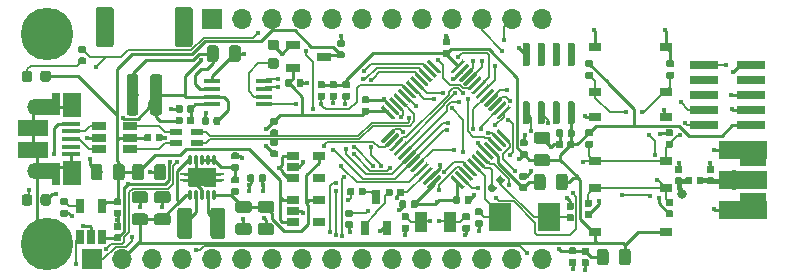
<source format=gbr>
G04 #@! TF.GenerationSoftware,KiCad,Pcbnew,(5.1.4)-1*
G04 #@! TF.CreationDate,2019-12-21T12:13:18-06:00*
G04 #@! TF.ProjectId,loRaWan1262_jlc,6c6f5261-5761-46e3-9132-36325f6a6c63,rev?*
G04 #@! TF.SameCoordinates,Original*
G04 #@! TF.FileFunction,Copper,L1,Top*
G04 #@! TF.FilePolarity,Positive*
%FSLAX46Y46*%
G04 Gerber Fmt 4.6, Leading zero omitted, Abs format (unit mm)*
G04 Created by KiCad (PCBNEW (5.1.4)-1) date 2019-12-21 12:13:18*
%MOMM*%
%LPD*%
G04 APERTURE LIST*
%ADD10R,1.450000X0.450000*%
%ADD11C,0.100000*%
%ADD12C,0.590000*%
%ADD13C,0.300000*%
%ADD14R,1.000000X0.500000*%
%ADD15R,2.000000X1.350000*%
%ADD16R,0.700000X1.825000*%
%ADD17R,1.500000X2.000000*%
%ADD18R,1.650000X0.400000*%
%ADD19O,1.500000X1.100000*%
%ADD20O,1.700000X1.350000*%
%ADD21R,2.500000X1.430000*%
%ADD22C,1.000000*%
%ADD23C,1.500000*%
%ADD24R,1.700000X1.700000*%
%ADD25O,1.700000X1.700000*%
%ADD26R,4.060000X1.520000*%
%ADD27R,2.285000X1.050000*%
%ADD28C,1.750000*%
%ADD29C,0.975000*%
%ADD30C,0.875000*%
%ADD31R,2.400000X0.740000*%
%ADD32C,1.250000*%
%ADD33R,0.650000X1.220000*%
%ADD34R,1.000000X0.750000*%
%ADD35R,1.220000X0.650000*%
%ADD36R,1.060000X0.650000*%
%ADD37O,0.280000X0.850000*%
%ADD38R,0.280000X0.280000*%
%ADD39R,1.050000X0.680000*%
%ADD40R,0.700000X0.280000*%
%ADD41R,0.500000X0.260000*%
%ADD42R,2.400000X1.650000*%
%ADD43C,0.600000*%
%ADD44R,1.900000X2.400000*%
%ADD45R,1.000000X1.800000*%
%ADD46C,4.445000*%
%ADD47C,0.450000*%
%ADD48C,0.812800*%
%ADD49C,0.406400*%
%ADD50C,0.254000*%
%ADD51C,0.127000*%
G04 APERTURE END LIST*
D10*
X135219800Y-86192000D03*
X135219800Y-85542000D03*
X135219800Y-84892000D03*
X135219800Y-84242000D03*
X130819800Y-84242000D03*
X130819800Y-84892000D03*
X130819800Y-85542000D03*
X130819800Y-86192000D03*
D11*
G36*
X131406158Y-87285310D02*
G01*
X131420476Y-87287434D01*
X131434517Y-87290951D01*
X131448146Y-87295828D01*
X131461231Y-87302017D01*
X131473647Y-87309458D01*
X131485273Y-87318081D01*
X131495998Y-87327802D01*
X131505719Y-87338527D01*
X131514342Y-87350153D01*
X131521783Y-87362569D01*
X131527972Y-87375654D01*
X131532849Y-87389283D01*
X131536366Y-87403324D01*
X131538490Y-87417642D01*
X131539200Y-87432100D01*
X131539200Y-87777100D01*
X131538490Y-87791558D01*
X131536366Y-87805876D01*
X131532849Y-87819917D01*
X131527972Y-87833546D01*
X131521783Y-87846631D01*
X131514342Y-87859047D01*
X131505719Y-87870673D01*
X131495998Y-87881398D01*
X131485273Y-87891119D01*
X131473647Y-87899742D01*
X131461231Y-87907183D01*
X131448146Y-87913372D01*
X131434517Y-87918249D01*
X131420476Y-87921766D01*
X131406158Y-87923890D01*
X131391700Y-87924600D01*
X131096700Y-87924600D01*
X131082242Y-87923890D01*
X131067924Y-87921766D01*
X131053883Y-87918249D01*
X131040254Y-87913372D01*
X131027169Y-87907183D01*
X131014753Y-87899742D01*
X131003127Y-87891119D01*
X130992402Y-87881398D01*
X130982681Y-87870673D01*
X130974058Y-87859047D01*
X130966617Y-87846631D01*
X130960428Y-87833546D01*
X130955551Y-87819917D01*
X130952034Y-87805876D01*
X130949910Y-87791558D01*
X130949200Y-87777100D01*
X130949200Y-87432100D01*
X130949910Y-87417642D01*
X130952034Y-87403324D01*
X130955551Y-87389283D01*
X130960428Y-87375654D01*
X130966617Y-87362569D01*
X130974058Y-87350153D01*
X130982681Y-87338527D01*
X130992402Y-87327802D01*
X131003127Y-87318081D01*
X131014753Y-87309458D01*
X131027169Y-87302017D01*
X131040254Y-87295828D01*
X131053883Y-87290951D01*
X131067924Y-87287434D01*
X131082242Y-87285310D01*
X131096700Y-87284600D01*
X131391700Y-87284600D01*
X131406158Y-87285310D01*
X131406158Y-87285310D01*
G37*
D12*
X131244200Y-87604600D03*
D11*
G36*
X130436158Y-87285310D02*
G01*
X130450476Y-87287434D01*
X130464517Y-87290951D01*
X130478146Y-87295828D01*
X130491231Y-87302017D01*
X130503647Y-87309458D01*
X130515273Y-87318081D01*
X130525998Y-87327802D01*
X130535719Y-87338527D01*
X130544342Y-87350153D01*
X130551783Y-87362569D01*
X130557972Y-87375654D01*
X130562849Y-87389283D01*
X130566366Y-87403324D01*
X130568490Y-87417642D01*
X130569200Y-87432100D01*
X130569200Y-87777100D01*
X130568490Y-87791558D01*
X130566366Y-87805876D01*
X130562849Y-87819917D01*
X130557972Y-87833546D01*
X130551783Y-87846631D01*
X130544342Y-87859047D01*
X130535719Y-87870673D01*
X130525998Y-87881398D01*
X130515273Y-87891119D01*
X130503647Y-87899742D01*
X130491231Y-87907183D01*
X130478146Y-87913372D01*
X130464517Y-87918249D01*
X130450476Y-87921766D01*
X130436158Y-87923890D01*
X130421700Y-87924600D01*
X130126700Y-87924600D01*
X130112242Y-87923890D01*
X130097924Y-87921766D01*
X130083883Y-87918249D01*
X130070254Y-87913372D01*
X130057169Y-87907183D01*
X130044753Y-87899742D01*
X130033127Y-87891119D01*
X130022402Y-87881398D01*
X130012681Y-87870673D01*
X130004058Y-87859047D01*
X129996617Y-87846631D01*
X129990428Y-87833546D01*
X129985551Y-87819917D01*
X129982034Y-87805876D01*
X129979910Y-87791558D01*
X129979200Y-87777100D01*
X129979200Y-87432100D01*
X129979910Y-87417642D01*
X129982034Y-87403324D01*
X129985551Y-87389283D01*
X129990428Y-87375654D01*
X129996617Y-87362569D01*
X130004058Y-87350153D01*
X130012681Y-87338527D01*
X130022402Y-87327802D01*
X130033127Y-87318081D01*
X130044753Y-87309458D01*
X130057169Y-87302017D01*
X130070254Y-87295828D01*
X130083883Y-87290951D01*
X130097924Y-87287434D01*
X130112242Y-87285310D01*
X130126700Y-87284600D01*
X130421700Y-87284600D01*
X130436158Y-87285310D01*
X130436158Y-87285310D01*
G37*
D12*
X130274200Y-87604600D03*
D11*
G36*
X170519358Y-92392710D02*
G01*
X170533676Y-92394834D01*
X170547717Y-92398351D01*
X170561346Y-92403228D01*
X170574431Y-92409417D01*
X170586847Y-92416858D01*
X170598473Y-92425481D01*
X170609198Y-92435202D01*
X170618919Y-92445927D01*
X170627542Y-92457553D01*
X170634983Y-92469969D01*
X170641172Y-92483054D01*
X170646049Y-92496683D01*
X170649566Y-92510724D01*
X170651690Y-92525042D01*
X170652400Y-92539500D01*
X170652400Y-92834500D01*
X170651690Y-92848958D01*
X170649566Y-92863276D01*
X170646049Y-92877317D01*
X170641172Y-92890946D01*
X170634983Y-92904031D01*
X170627542Y-92916447D01*
X170618919Y-92928073D01*
X170609198Y-92938798D01*
X170598473Y-92948519D01*
X170586847Y-92957142D01*
X170574431Y-92964583D01*
X170561346Y-92970772D01*
X170547717Y-92975649D01*
X170533676Y-92979166D01*
X170519358Y-92981290D01*
X170504900Y-92982000D01*
X170159900Y-92982000D01*
X170145442Y-92981290D01*
X170131124Y-92979166D01*
X170117083Y-92975649D01*
X170103454Y-92970772D01*
X170090369Y-92964583D01*
X170077953Y-92957142D01*
X170066327Y-92948519D01*
X170055602Y-92938798D01*
X170045881Y-92928073D01*
X170037258Y-92916447D01*
X170029817Y-92904031D01*
X170023628Y-92890946D01*
X170018751Y-92877317D01*
X170015234Y-92863276D01*
X170013110Y-92848958D01*
X170012400Y-92834500D01*
X170012400Y-92539500D01*
X170013110Y-92525042D01*
X170015234Y-92510724D01*
X170018751Y-92496683D01*
X170023628Y-92483054D01*
X170029817Y-92469969D01*
X170037258Y-92457553D01*
X170045881Y-92445927D01*
X170055602Y-92435202D01*
X170066327Y-92425481D01*
X170077953Y-92416858D01*
X170090369Y-92409417D01*
X170103454Y-92403228D01*
X170117083Y-92398351D01*
X170131124Y-92394834D01*
X170145442Y-92392710D01*
X170159900Y-92392000D01*
X170504900Y-92392000D01*
X170519358Y-92392710D01*
X170519358Y-92392710D01*
G37*
D12*
X170332400Y-92687000D03*
D11*
G36*
X170519358Y-91422710D02*
G01*
X170533676Y-91424834D01*
X170547717Y-91428351D01*
X170561346Y-91433228D01*
X170574431Y-91439417D01*
X170586847Y-91446858D01*
X170598473Y-91455481D01*
X170609198Y-91465202D01*
X170618919Y-91475927D01*
X170627542Y-91487553D01*
X170634983Y-91499969D01*
X170641172Y-91513054D01*
X170646049Y-91526683D01*
X170649566Y-91540724D01*
X170651690Y-91555042D01*
X170652400Y-91569500D01*
X170652400Y-91864500D01*
X170651690Y-91878958D01*
X170649566Y-91893276D01*
X170646049Y-91907317D01*
X170641172Y-91920946D01*
X170634983Y-91934031D01*
X170627542Y-91946447D01*
X170618919Y-91958073D01*
X170609198Y-91968798D01*
X170598473Y-91978519D01*
X170586847Y-91987142D01*
X170574431Y-91994583D01*
X170561346Y-92000772D01*
X170547717Y-92005649D01*
X170533676Y-92009166D01*
X170519358Y-92011290D01*
X170504900Y-92012000D01*
X170159900Y-92012000D01*
X170145442Y-92011290D01*
X170131124Y-92009166D01*
X170117083Y-92005649D01*
X170103454Y-92000772D01*
X170090369Y-91994583D01*
X170077953Y-91987142D01*
X170066327Y-91978519D01*
X170055602Y-91968798D01*
X170045881Y-91958073D01*
X170037258Y-91946447D01*
X170029817Y-91934031D01*
X170023628Y-91920946D01*
X170018751Y-91907317D01*
X170015234Y-91893276D01*
X170013110Y-91878958D01*
X170012400Y-91864500D01*
X170012400Y-91569500D01*
X170013110Y-91555042D01*
X170015234Y-91540724D01*
X170018751Y-91526683D01*
X170023628Y-91513054D01*
X170029817Y-91499969D01*
X170037258Y-91487553D01*
X170045881Y-91475927D01*
X170055602Y-91465202D01*
X170066327Y-91455481D01*
X170077953Y-91446858D01*
X170090369Y-91439417D01*
X170103454Y-91433228D01*
X170117083Y-91428351D01*
X170131124Y-91424834D01*
X170145442Y-91422710D01*
X170159900Y-91422000D01*
X170504900Y-91422000D01*
X170519358Y-91422710D01*
X170519358Y-91422710D01*
G37*
D12*
X170332400Y-91717000D03*
D11*
G36*
X151212714Y-92175746D02*
G01*
X151219995Y-92176826D01*
X151227134Y-92178614D01*
X151234064Y-92181094D01*
X151240718Y-92184241D01*
X151247031Y-92188025D01*
X151252942Y-92192409D01*
X151258396Y-92197352D01*
X152195312Y-93134268D01*
X152200255Y-93139722D01*
X152204639Y-93145633D01*
X152208423Y-93151946D01*
X152211570Y-93158600D01*
X152214050Y-93165530D01*
X152215838Y-93172669D01*
X152216918Y-93179950D01*
X152217279Y-93187301D01*
X152216918Y-93194652D01*
X152215838Y-93201933D01*
X152214050Y-93209072D01*
X152211570Y-93216002D01*
X152208423Y-93222656D01*
X152204639Y-93228969D01*
X152200255Y-93234880D01*
X152195312Y-93240334D01*
X152089246Y-93346400D01*
X152083792Y-93351343D01*
X152077881Y-93355727D01*
X152071568Y-93359511D01*
X152064914Y-93362658D01*
X152057984Y-93365138D01*
X152050845Y-93366926D01*
X152043564Y-93368006D01*
X152036213Y-93368367D01*
X152028862Y-93368006D01*
X152021581Y-93366926D01*
X152014442Y-93365138D01*
X152007512Y-93362658D01*
X152000858Y-93359511D01*
X151994545Y-93355727D01*
X151988634Y-93351343D01*
X151983180Y-93346400D01*
X151046264Y-92409484D01*
X151041321Y-92404030D01*
X151036937Y-92398119D01*
X151033153Y-92391806D01*
X151030006Y-92385152D01*
X151027526Y-92378222D01*
X151025738Y-92371083D01*
X151024658Y-92363802D01*
X151024297Y-92356451D01*
X151024658Y-92349100D01*
X151025738Y-92341819D01*
X151027526Y-92334680D01*
X151030006Y-92327750D01*
X151033153Y-92321096D01*
X151036937Y-92314783D01*
X151041321Y-92308872D01*
X151046264Y-92303418D01*
X151152330Y-92197352D01*
X151157784Y-92192409D01*
X151163695Y-92188025D01*
X151170008Y-92184241D01*
X151176662Y-92181094D01*
X151183592Y-92178614D01*
X151190731Y-92176826D01*
X151198012Y-92175746D01*
X151205363Y-92175385D01*
X151212714Y-92175746D01*
X151212714Y-92175746D01*
G37*
D13*
X151620788Y-92771876D03*
D11*
G36*
X151566268Y-91822192D02*
G01*
X151573549Y-91823272D01*
X151580688Y-91825060D01*
X151587618Y-91827540D01*
X151594272Y-91830687D01*
X151600585Y-91834471D01*
X151606496Y-91838855D01*
X151611950Y-91843798D01*
X152548866Y-92780714D01*
X152553809Y-92786168D01*
X152558193Y-92792079D01*
X152561977Y-92798392D01*
X152565124Y-92805046D01*
X152567604Y-92811976D01*
X152569392Y-92819115D01*
X152570472Y-92826396D01*
X152570833Y-92833747D01*
X152570472Y-92841098D01*
X152569392Y-92848379D01*
X152567604Y-92855518D01*
X152565124Y-92862448D01*
X152561977Y-92869102D01*
X152558193Y-92875415D01*
X152553809Y-92881326D01*
X152548866Y-92886780D01*
X152442800Y-92992846D01*
X152437346Y-92997789D01*
X152431435Y-93002173D01*
X152425122Y-93005957D01*
X152418468Y-93009104D01*
X152411538Y-93011584D01*
X152404399Y-93013372D01*
X152397118Y-93014452D01*
X152389767Y-93014813D01*
X152382416Y-93014452D01*
X152375135Y-93013372D01*
X152367996Y-93011584D01*
X152361066Y-93009104D01*
X152354412Y-93005957D01*
X152348099Y-93002173D01*
X152342188Y-92997789D01*
X152336734Y-92992846D01*
X151399818Y-92055930D01*
X151394875Y-92050476D01*
X151390491Y-92044565D01*
X151386707Y-92038252D01*
X151383560Y-92031598D01*
X151381080Y-92024668D01*
X151379292Y-92017529D01*
X151378212Y-92010248D01*
X151377851Y-92002897D01*
X151378212Y-91995546D01*
X151379292Y-91988265D01*
X151381080Y-91981126D01*
X151383560Y-91974196D01*
X151386707Y-91967542D01*
X151390491Y-91961229D01*
X151394875Y-91955318D01*
X151399818Y-91949864D01*
X151505884Y-91843798D01*
X151511338Y-91838855D01*
X151517249Y-91834471D01*
X151523562Y-91830687D01*
X151530216Y-91827540D01*
X151537146Y-91825060D01*
X151544285Y-91823272D01*
X151551566Y-91822192D01*
X151558917Y-91821831D01*
X151566268Y-91822192D01*
X151566268Y-91822192D01*
G37*
D13*
X151974342Y-92418322D03*
D11*
G36*
X151919821Y-91468639D02*
G01*
X151927102Y-91469719D01*
X151934241Y-91471507D01*
X151941171Y-91473987D01*
X151947825Y-91477134D01*
X151954138Y-91480918D01*
X151960049Y-91485302D01*
X151965503Y-91490245D01*
X152902419Y-92427161D01*
X152907362Y-92432615D01*
X152911746Y-92438526D01*
X152915530Y-92444839D01*
X152918677Y-92451493D01*
X152921157Y-92458423D01*
X152922945Y-92465562D01*
X152924025Y-92472843D01*
X152924386Y-92480194D01*
X152924025Y-92487545D01*
X152922945Y-92494826D01*
X152921157Y-92501965D01*
X152918677Y-92508895D01*
X152915530Y-92515549D01*
X152911746Y-92521862D01*
X152907362Y-92527773D01*
X152902419Y-92533227D01*
X152796353Y-92639293D01*
X152790899Y-92644236D01*
X152784988Y-92648620D01*
X152778675Y-92652404D01*
X152772021Y-92655551D01*
X152765091Y-92658031D01*
X152757952Y-92659819D01*
X152750671Y-92660899D01*
X152743320Y-92661260D01*
X152735969Y-92660899D01*
X152728688Y-92659819D01*
X152721549Y-92658031D01*
X152714619Y-92655551D01*
X152707965Y-92652404D01*
X152701652Y-92648620D01*
X152695741Y-92644236D01*
X152690287Y-92639293D01*
X151753371Y-91702377D01*
X151748428Y-91696923D01*
X151744044Y-91691012D01*
X151740260Y-91684699D01*
X151737113Y-91678045D01*
X151734633Y-91671115D01*
X151732845Y-91663976D01*
X151731765Y-91656695D01*
X151731404Y-91649344D01*
X151731765Y-91641993D01*
X151732845Y-91634712D01*
X151734633Y-91627573D01*
X151737113Y-91620643D01*
X151740260Y-91613989D01*
X151744044Y-91607676D01*
X151748428Y-91601765D01*
X151753371Y-91596311D01*
X151859437Y-91490245D01*
X151864891Y-91485302D01*
X151870802Y-91480918D01*
X151877115Y-91477134D01*
X151883769Y-91473987D01*
X151890699Y-91471507D01*
X151897838Y-91469719D01*
X151905119Y-91468639D01*
X151912470Y-91468278D01*
X151919821Y-91468639D01*
X151919821Y-91468639D01*
G37*
D13*
X152327895Y-92064769D03*
D11*
G36*
X152273375Y-91115085D02*
G01*
X152280656Y-91116165D01*
X152287795Y-91117953D01*
X152294725Y-91120433D01*
X152301379Y-91123580D01*
X152307692Y-91127364D01*
X152313603Y-91131748D01*
X152319057Y-91136691D01*
X153255973Y-92073607D01*
X153260916Y-92079061D01*
X153265300Y-92084972D01*
X153269084Y-92091285D01*
X153272231Y-92097939D01*
X153274711Y-92104869D01*
X153276499Y-92112008D01*
X153277579Y-92119289D01*
X153277940Y-92126640D01*
X153277579Y-92133991D01*
X153276499Y-92141272D01*
X153274711Y-92148411D01*
X153272231Y-92155341D01*
X153269084Y-92161995D01*
X153265300Y-92168308D01*
X153260916Y-92174219D01*
X153255973Y-92179673D01*
X153149907Y-92285739D01*
X153144453Y-92290682D01*
X153138542Y-92295066D01*
X153132229Y-92298850D01*
X153125575Y-92301997D01*
X153118645Y-92304477D01*
X153111506Y-92306265D01*
X153104225Y-92307345D01*
X153096874Y-92307706D01*
X153089523Y-92307345D01*
X153082242Y-92306265D01*
X153075103Y-92304477D01*
X153068173Y-92301997D01*
X153061519Y-92298850D01*
X153055206Y-92295066D01*
X153049295Y-92290682D01*
X153043841Y-92285739D01*
X152106925Y-91348823D01*
X152101982Y-91343369D01*
X152097598Y-91337458D01*
X152093814Y-91331145D01*
X152090667Y-91324491D01*
X152088187Y-91317561D01*
X152086399Y-91310422D01*
X152085319Y-91303141D01*
X152084958Y-91295790D01*
X152085319Y-91288439D01*
X152086399Y-91281158D01*
X152088187Y-91274019D01*
X152090667Y-91267089D01*
X152093814Y-91260435D01*
X152097598Y-91254122D01*
X152101982Y-91248211D01*
X152106925Y-91242757D01*
X152212991Y-91136691D01*
X152218445Y-91131748D01*
X152224356Y-91127364D01*
X152230669Y-91123580D01*
X152237323Y-91120433D01*
X152244253Y-91117953D01*
X152251392Y-91116165D01*
X152258673Y-91115085D01*
X152266024Y-91114724D01*
X152273375Y-91115085D01*
X152273375Y-91115085D01*
G37*
D13*
X152681449Y-91711215D03*
D11*
G36*
X152626928Y-90761532D02*
G01*
X152634209Y-90762612D01*
X152641348Y-90764400D01*
X152648278Y-90766880D01*
X152654932Y-90770027D01*
X152661245Y-90773811D01*
X152667156Y-90778195D01*
X152672610Y-90783138D01*
X153609526Y-91720054D01*
X153614469Y-91725508D01*
X153618853Y-91731419D01*
X153622637Y-91737732D01*
X153625784Y-91744386D01*
X153628264Y-91751316D01*
X153630052Y-91758455D01*
X153631132Y-91765736D01*
X153631493Y-91773087D01*
X153631132Y-91780438D01*
X153630052Y-91787719D01*
X153628264Y-91794858D01*
X153625784Y-91801788D01*
X153622637Y-91808442D01*
X153618853Y-91814755D01*
X153614469Y-91820666D01*
X153609526Y-91826120D01*
X153503460Y-91932186D01*
X153498006Y-91937129D01*
X153492095Y-91941513D01*
X153485782Y-91945297D01*
X153479128Y-91948444D01*
X153472198Y-91950924D01*
X153465059Y-91952712D01*
X153457778Y-91953792D01*
X153450427Y-91954153D01*
X153443076Y-91953792D01*
X153435795Y-91952712D01*
X153428656Y-91950924D01*
X153421726Y-91948444D01*
X153415072Y-91945297D01*
X153408759Y-91941513D01*
X153402848Y-91937129D01*
X153397394Y-91932186D01*
X152460478Y-90995270D01*
X152455535Y-90989816D01*
X152451151Y-90983905D01*
X152447367Y-90977592D01*
X152444220Y-90970938D01*
X152441740Y-90964008D01*
X152439952Y-90956869D01*
X152438872Y-90949588D01*
X152438511Y-90942237D01*
X152438872Y-90934886D01*
X152439952Y-90927605D01*
X152441740Y-90920466D01*
X152444220Y-90913536D01*
X152447367Y-90906882D01*
X152451151Y-90900569D01*
X152455535Y-90894658D01*
X152460478Y-90889204D01*
X152566544Y-90783138D01*
X152571998Y-90778195D01*
X152577909Y-90773811D01*
X152584222Y-90770027D01*
X152590876Y-90766880D01*
X152597806Y-90764400D01*
X152604945Y-90762612D01*
X152612226Y-90761532D01*
X152619577Y-90761171D01*
X152626928Y-90761532D01*
X152626928Y-90761532D01*
G37*
D13*
X153035002Y-91357662D03*
D11*
G36*
X152980481Y-90407979D02*
G01*
X152987762Y-90409059D01*
X152994901Y-90410847D01*
X153001831Y-90413327D01*
X153008485Y-90416474D01*
X153014798Y-90420258D01*
X153020709Y-90424642D01*
X153026163Y-90429585D01*
X153963079Y-91366501D01*
X153968022Y-91371955D01*
X153972406Y-91377866D01*
X153976190Y-91384179D01*
X153979337Y-91390833D01*
X153981817Y-91397763D01*
X153983605Y-91404902D01*
X153984685Y-91412183D01*
X153985046Y-91419534D01*
X153984685Y-91426885D01*
X153983605Y-91434166D01*
X153981817Y-91441305D01*
X153979337Y-91448235D01*
X153976190Y-91454889D01*
X153972406Y-91461202D01*
X153968022Y-91467113D01*
X153963079Y-91472567D01*
X153857013Y-91578633D01*
X153851559Y-91583576D01*
X153845648Y-91587960D01*
X153839335Y-91591744D01*
X153832681Y-91594891D01*
X153825751Y-91597371D01*
X153818612Y-91599159D01*
X153811331Y-91600239D01*
X153803980Y-91600600D01*
X153796629Y-91600239D01*
X153789348Y-91599159D01*
X153782209Y-91597371D01*
X153775279Y-91594891D01*
X153768625Y-91591744D01*
X153762312Y-91587960D01*
X153756401Y-91583576D01*
X153750947Y-91578633D01*
X152814031Y-90641717D01*
X152809088Y-90636263D01*
X152804704Y-90630352D01*
X152800920Y-90624039D01*
X152797773Y-90617385D01*
X152795293Y-90610455D01*
X152793505Y-90603316D01*
X152792425Y-90596035D01*
X152792064Y-90588684D01*
X152792425Y-90581333D01*
X152793505Y-90574052D01*
X152795293Y-90566913D01*
X152797773Y-90559983D01*
X152800920Y-90553329D01*
X152804704Y-90547016D01*
X152809088Y-90541105D01*
X152814031Y-90535651D01*
X152920097Y-90429585D01*
X152925551Y-90424642D01*
X152931462Y-90420258D01*
X152937775Y-90416474D01*
X152944429Y-90413327D01*
X152951359Y-90410847D01*
X152958498Y-90409059D01*
X152965779Y-90407979D01*
X152973130Y-90407618D01*
X152980481Y-90407979D01*
X152980481Y-90407979D01*
G37*
D13*
X153388555Y-91004109D03*
D11*
G36*
X153334035Y-90054425D02*
G01*
X153341316Y-90055505D01*
X153348455Y-90057293D01*
X153355385Y-90059773D01*
X153362039Y-90062920D01*
X153368352Y-90066704D01*
X153374263Y-90071088D01*
X153379717Y-90076031D01*
X154316633Y-91012947D01*
X154321576Y-91018401D01*
X154325960Y-91024312D01*
X154329744Y-91030625D01*
X154332891Y-91037279D01*
X154335371Y-91044209D01*
X154337159Y-91051348D01*
X154338239Y-91058629D01*
X154338600Y-91065980D01*
X154338239Y-91073331D01*
X154337159Y-91080612D01*
X154335371Y-91087751D01*
X154332891Y-91094681D01*
X154329744Y-91101335D01*
X154325960Y-91107648D01*
X154321576Y-91113559D01*
X154316633Y-91119013D01*
X154210567Y-91225079D01*
X154205113Y-91230022D01*
X154199202Y-91234406D01*
X154192889Y-91238190D01*
X154186235Y-91241337D01*
X154179305Y-91243817D01*
X154172166Y-91245605D01*
X154164885Y-91246685D01*
X154157534Y-91247046D01*
X154150183Y-91246685D01*
X154142902Y-91245605D01*
X154135763Y-91243817D01*
X154128833Y-91241337D01*
X154122179Y-91238190D01*
X154115866Y-91234406D01*
X154109955Y-91230022D01*
X154104501Y-91225079D01*
X153167585Y-90288163D01*
X153162642Y-90282709D01*
X153158258Y-90276798D01*
X153154474Y-90270485D01*
X153151327Y-90263831D01*
X153148847Y-90256901D01*
X153147059Y-90249762D01*
X153145979Y-90242481D01*
X153145618Y-90235130D01*
X153145979Y-90227779D01*
X153147059Y-90220498D01*
X153148847Y-90213359D01*
X153151327Y-90206429D01*
X153154474Y-90199775D01*
X153158258Y-90193462D01*
X153162642Y-90187551D01*
X153167585Y-90182097D01*
X153273651Y-90076031D01*
X153279105Y-90071088D01*
X153285016Y-90066704D01*
X153291329Y-90062920D01*
X153297983Y-90059773D01*
X153304913Y-90057293D01*
X153312052Y-90055505D01*
X153319333Y-90054425D01*
X153326684Y-90054064D01*
X153334035Y-90054425D01*
X153334035Y-90054425D01*
G37*
D13*
X153742109Y-90650555D03*
D11*
G36*
X153687588Y-89700872D02*
G01*
X153694869Y-89701952D01*
X153702008Y-89703740D01*
X153708938Y-89706220D01*
X153715592Y-89709367D01*
X153721905Y-89713151D01*
X153727816Y-89717535D01*
X153733270Y-89722478D01*
X154670186Y-90659394D01*
X154675129Y-90664848D01*
X154679513Y-90670759D01*
X154683297Y-90677072D01*
X154686444Y-90683726D01*
X154688924Y-90690656D01*
X154690712Y-90697795D01*
X154691792Y-90705076D01*
X154692153Y-90712427D01*
X154691792Y-90719778D01*
X154690712Y-90727059D01*
X154688924Y-90734198D01*
X154686444Y-90741128D01*
X154683297Y-90747782D01*
X154679513Y-90754095D01*
X154675129Y-90760006D01*
X154670186Y-90765460D01*
X154564120Y-90871526D01*
X154558666Y-90876469D01*
X154552755Y-90880853D01*
X154546442Y-90884637D01*
X154539788Y-90887784D01*
X154532858Y-90890264D01*
X154525719Y-90892052D01*
X154518438Y-90893132D01*
X154511087Y-90893493D01*
X154503736Y-90893132D01*
X154496455Y-90892052D01*
X154489316Y-90890264D01*
X154482386Y-90887784D01*
X154475732Y-90884637D01*
X154469419Y-90880853D01*
X154463508Y-90876469D01*
X154458054Y-90871526D01*
X153521138Y-89934610D01*
X153516195Y-89929156D01*
X153511811Y-89923245D01*
X153508027Y-89916932D01*
X153504880Y-89910278D01*
X153502400Y-89903348D01*
X153500612Y-89896209D01*
X153499532Y-89888928D01*
X153499171Y-89881577D01*
X153499532Y-89874226D01*
X153500612Y-89866945D01*
X153502400Y-89859806D01*
X153504880Y-89852876D01*
X153508027Y-89846222D01*
X153511811Y-89839909D01*
X153516195Y-89833998D01*
X153521138Y-89828544D01*
X153627204Y-89722478D01*
X153632658Y-89717535D01*
X153638569Y-89713151D01*
X153644882Y-89709367D01*
X153651536Y-89706220D01*
X153658466Y-89703740D01*
X153665605Y-89701952D01*
X153672886Y-89700872D01*
X153680237Y-89700511D01*
X153687588Y-89700872D01*
X153687588Y-89700872D01*
G37*
D13*
X154095662Y-90297002D03*
D11*
G36*
X154041141Y-89347319D02*
G01*
X154048422Y-89348399D01*
X154055561Y-89350187D01*
X154062491Y-89352667D01*
X154069145Y-89355814D01*
X154075458Y-89359598D01*
X154081369Y-89363982D01*
X154086823Y-89368925D01*
X155023739Y-90305841D01*
X155028682Y-90311295D01*
X155033066Y-90317206D01*
X155036850Y-90323519D01*
X155039997Y-90330173D01*
X155042477Y-90337103D01*
X155044265Y-90344242D01*
X155045345Y-90351523D01*
X155045706Y-90358874D01*
X155045345Y-90366225D01*
X155044265Y-90373506D01*
X155042477Y-90380645D01*
X155039997Y-90387575D01*
X155036850Y-90394229D01*
X155033066Y-90400542D01*
X155028682Y-90406453D01*
X155023739Y-90411907D01*
X154917673Y-90517973D01*
X154912219Y-90522916D01*
X154906308Y-90527300D01*
X154899995Y-90531084D01*
X154893341Y-90534231D01*
X154886411Y-90536711D01*
X154879272Y-90538499D01*
X154871991Y-90539579D01*
X154864640Y-90539940D01*
X154857289Y-90539579D01*
X154850008Y-90538499D01*
X154842869Y-90536711D01*
X154835939Y-90534231D01*
X154829285Y-90531084D01*
X154822972Y-90527300D01*
X154817061Y-90522916D01*
X154811607Y-90517973D01*
X153874691Y-89581057D01*
X153869748Y-89575603D01*
X153865364Y-89569692D01*
X153861580Y-89563379D01*
X153858433Y-89556725D01*
X153855953Y-89549795D01*
X153854165Y-89542656D01*
X153853085Y-89535375D01*
X153852724Y-89528024D01*
X153853085Y-89520673D01*
X153854165Y-89513392D01*
X153855953Y-89506253D01*
X153858433Y-89499323D01*
X153861580Y-89492669D01*
X153865364Y-89486356D01*
X153869748Y-89480445D01*
X153874691Y-89474991D01*
X153980757Y-89368925D01*
X153986211Y-89363982D01*
X153992122Y-89359598D01*
X153998435Y-89355814D01*
X154005089Y-89352667D01*
X154012019Y-89350187D01*
X154019158Y-89348399D01*
X154026439Y-89347319D01*
X154033790Y-89346958D01*
X154041141Y-89347319D01*
X154041141Y-89347319D01*
G37*
D13*
X154449215Y-89943449D03*
D11*
G36*
X154394695Y-88993765D02*
G01*
X154401976Y-88994845D01*
X154409115Y-88996633D01*
X154416045Y-88999113D01*
X154422699Y-89002260D01*
X154429012Y-89006044D01*
X154434923Y-89010428D01*
X154440377Y-89015371D01*
X155377293Y-89952287D01*
X155382236Y-89957741D01*
X155386620Y-89963652D01*
X155390404Y-89969965D01*
X155393551Y-89976619D01*
X155396031Y-89983549D01*
X155397819Y-89990688D01*
X155398899Y-89997969D01*
X155399260Y-90005320D01*
X155398899Y-90012671D01*
X155397819Y-90019952D01*
X155396031Y-90027091D01*
X155393551Y-90034021D01*
X155390404Y-90040675D01*
X155386620Y-90046988D01*
X155382236Y-90052899D01*
X155377293Y-90058353D01*
X155271227Y-90164419D01*
X155265773Y-90169362D01*
X155259862Y-90173746D01*
X155253549Y-90177530D01*
X155246895Y-90180677D01*
X155239965Y-90183157D01*
X155232826Y-90184945D01*
X155225545Y-90186025D01*
X155218194Y-90186386D01*
X155210843Y-90186025D01*
X155203562Y-90184945D01*
X155196423Y-90183157D01*
X155189493Y-90180677D01*
X155182839Y-90177530D01*
X155176526Y-90173746D01*
X155170615Y-90169362D01*
X155165161Y-90164419D01*
X154228245Y-89227503D01*
X154223302Y-89222049D01*
X154218918Y-89216138D01*
X154215134Y-89209825D01*
X154211987Y-89203171D01*
X154209507Y-89196241D01*
X154207719Y-89189102D01*
X154206639Y-89181821D01*
X154206278Y-89174470D01*
X154206639Y-89167119D01*
X154207719Y-89159838D01*
X154209507Y-89152699D01*
X154211987Y-89145769D01*
X154215134Y-89139115D01*
X154218918Y-89132802D01*
X154223302Y-89126891D01*
X154228245Y-89121437D01*
X154334311Y-89015371D01*
X154339765Y-89010428D01*
X154345676Y-89006044D01*
X154351989Y-89002260D01*
X154358643Y-88999113D01*
X154365573Y-88996633D01*
X154372712Y-88994845D01*
X154379993Y-88993765D01*
X154387344Y-88993404D01*
X154394695Y-88993765D01*
X154394695Y-88993765D01*
G37*
D13*
X154802769Y-89589895D03*
D11*
G36*
X154748248Y-88640212D02*
G01*
X154755529Y-88641292D01*
X154762668Y-88643080D01*
X154769598Y-88645560D01*
X154776252Y-88648707D01*
X154782565Y-88652491D01*
X154788476Y-88656875D01*
X154793930Y-88661818D01*
X155730846Y-89598734D01*
X155735789Y-89604188D01*
X155740173Y-89610099D01*
X155743957Y-89616412D01*
X155747104Y-89623066D01*
X155749584Y-89629996D01*
X155751372Y-89637135D01*
X155752452Y-89644416D01*
X155752813Y-89651767D01*
X155752452Y-89659118D01*
X155751372Y-89666399D01*
X155749584Y-89673538D01*
X155747104Y-89680468D01*
X155743957Y-89687122D01*
X155740173Y-89693435D01*
X155735789Y-89699346D01*
X155730846Y-89704800D01*
X155624780Y-89810866D01*
X155619326Y-89815809D01*
X155613415Y-89820193D01*
X155607102Y-89823977D01*
X155600448Y-89827124D01*
X155593518Y-89829604D01*
X155586379Y-89831392D01*
X155579098Y-89832472D01*
X155571747Y-89832833D01*
X155564396Y-89832472D01*
X155557115Y-89831392D01*
X155549976Y-89829604D01*
X155543046Y-89827124D01*
X155536392Y-89823977D01*
X155530079Y-89820193D01*
X155524168Y-89815809D01*
X155518714Y-89810866D01*
X154581798Y-88873950D01*
X154576855Y-88868496D01*
X154572471Y-88862585D01*
X154568687Y-88856272D01*
X154565540Y-88849618D01*
X154563060Y-88842688D01*
X154561272Y-88835549D01*
X154560192Y-88828268D01*
X154559831Y-88820917D01*
X154560192Y-88813566D01*
X154561272Y-88806285D01*
X154563060Y-88799146D01*
X154565540Y-88792216D01*
X154568687Y-88785562D01*
X154572471Y-88779249D01*
X154576855Y-88773338D01*
X154581798Y-88767884D01*
X154687864Y-88661818D01*
X154693318Y-88656875D01*
X154699229Y-88652491D01*
X154705542Y-88648707D01*
X154712196Y-88645560D01*
X154719126Y-88643080D01*
X154726265Y-88641292D01*
X154733546Y-88640212D01*
X154740897Y-88639851D01*
X154748248Y-88640212D01*
X154748248Y-88640212D01*
G37*
D13*
X155156322Y-89236342D03*
D11*
G36*
X155101802Y-88286658D02*
G01*
X155109083Y-88287738D01*
X155116222Y-88289526D01*
X155123152Y-88292006D01*
X155129806Y-88295153D01*
X155136119Y-88298937D01*
X155142030Y-88303321D01*
X155147484Y-88308264D01*
X156084400Y-89245180D01*
X156089343Y-89250634D01*
X156093727Y-89256545D01*
X156097511Y-89262858D01*
X156100658Y-89269512D01*
X156103138Y-89276442D01*
X156104926Y-89283581D01*
X156106006Y-89290862D01*
X156106367Y-89298213D01*
X156106006Y-89305564D01*
X156104926Y-89312845D01*
X156103138Y-89319984D01*
X156100658Y-89326914D01*
X156097511Y-89333568D01*
X156093727Y-89339881D01*
X156089343Y-89345792D01*
X156084400Y-89351246D01*
X155978334Y-89457312D01*
X155972880Y-89462255D01*
X155966969Y-89466639D01*
X155960656Y-89470423D01*
X155954002Y-89473570D01*
X155947072Y-89476050D01*
X155939933Y-89477838D01*
X155932652Y-89478918D01*
X155925301Y-89479279D01*
X155917950Y-89478918D01*
X155910669Y-89477838D01*
X155903530Y-89476050D01*
X155896600Y-89473570D01*
X155889946Y-89470423D01*
X155883633Y-89466639D01*
X155877722Y-89462255D01*
X155872268Y-89457312D01*
X154935352Y-88520396D01*
X154930409Y-88514942D01*
X154926025Y-88509031D01*
X154922241Y-88502718D01*
X154919094Y-88496064D01*
X154916614Y-88489134D01*
X154914826Y-88481995D01*
X154913746Y-88474714D01*
X154913385Y-88467363D01*
X154913746Y-88460012D01*
X154914826Y-88452731D01*
X154916614Y-88445592D01*
X154919094Y-88438662D01*
X154922241Y-88432008D01*
X154926025Y-88425695D01*
X154930409Y-88419784D01*
X154935352Y-88414330D01*
X155041418Y-88308264D01*
X155046872Y-88303321D01*
X155052783Y-88298937D01*
X155059096Y-88295153D01*
X155065750Y-88292006D01*
X155072680Y-88289526D01*
X155079819Y-88287738D01*
X155087100Y-88286658D01*
X155094451Y-88286297D01*
X155101802Y-88286658D01*
X155101802Y-88286658D01*
G37*
D13*
X155509876Y-88882788D03*
D11*
G36*
X155932652Y-86289082D02*
G01*
X155939933Y-86290162D01*
X155947072Y-86291950D01*
X155954002Y-86294430D01*
X155960656Y-86297577D01*
X155966969Y-86301361D01*
X155972880Y-86305745D01*
X155978334Y-86310688D01*
X156084400Y-86416754D01*
X156089343Y-86422208D01*
X156093727Y-86428119D01*
X156097511Y-86434432D01*
X156100658Y-86441086D01*
X156103138Y-86448016D01*
X156104926Y-86455155D01*
X156106006Y-86462436D01*
X156106367Y-86469787D01*
X156106006Y-86477138D01*
X156104926Y-86484419D01*
X156103138Y-86491558D01*
X156100658Y-86498488D01*
X156097511Y-86505142D01*
X156093727Y-86511455D01*
X156089343Y-86517366D01*
X156084400Y-86522820D01*
X155147484Y-87459736D01*
X155142030Y-87464679D01*
X155136119Y-87469063D01*
X155129806Y-87472847D01*
X155123152Y-87475994D01*
X155116222Y-87478474D01*
X155109083Y-87480262D01*
X155101802Y-87481342D01*
X155094451Y-87481703D01*
X155087100Y-87481342D01*
X155079819Y-87480262D01*
X155072680Y-87478474D01*
X155065750Y-87475994D01*
X155059096Y-87472847D01*
X155052783Y-87469063D01*
X155046872Y-87464679D01*
X155041418Y-87459736D01*
X154935352Y-87353670D01*
X154930409Y-87348216D01*
X154926025Y-87342305D01*
X154922241Y-87335992D01*
X154919094Y-87329338D01*
X154916614Y-87322408D01*
X154914826Y-87315269D01*
X154913746Y-87307988D01*
X154913385Y-87300637D01*
X154913746Y-87293286D01*
X154914826Y-87286005D01*
X154916614Y-87278866D01*
X154919094Y-87271936D01*
X154922241Y-87265282D01*
X154926025Y-87258969D01*
X154930409Y-87253058D01*
X154935352Y-87247604D01*
X155872268Y-86310688D01*
X155877722Y-86305745D01*
X155883633Y-86301361D01*
X155889946Y-86297577D01*
X155896600Y-86294430D01*
X155903530Y-86291950D01*
X155910669Y-86290162D01*
X155917950Y-86289082D01*
X155925301Y-86288721D01*
X155932652Y-86289082D01*
X155932652Y-86289082D01*
G37*
D13*
X155509876Y-86885212D03*
D11*
G36*
X155579098Y-85935528D02*
G01*
X155586379Y-85936608D01*
X155593518Y-85938396D01*
X155600448Y-85940876D01*
X155607102Y-85944023D01*
X155613415Y-85947807D01*
X155619326Y-85952191D01*
X155624780Y-85957134D01*
X155730846Y-86063200D01*
X155735789Y-86068654D01*
X155740173Y-86074565D01*
X155743957Y-86080878D01*
X155747104Y-86087532D01*
X155749584Y-86094462D01*
X155751372Y-86101601D01*
X155752452Y-86108882D01*
X155752813Y-86116233D01*
X155752452Y-86123584D01*
X155751372Y-86130865D01*
X155749584Y-86138004D01*
X155747104Y-86144934D01*
X155743957Y-86151588D01*
X155740173Y-86157901D01*
X155735789Y-86163812D01*
X155730846Y-86169266D01*
X154793930Y-87106182D01*
X154788476Y-87111125D01*
X154782565Y-87115509D01*
X154776252Y-87119293D01*
X154769598Y-87122440D01*
X154762668Y-87124920D01*
X154755529Y-87126708D01*
X154748248Y-87127788D01*
X154740897Y-87128149D01*
X154733546Y-87127788D01*
X154726265Y-87126708D01*
X154719126Y-87124920D01*
X154712196Y-87122440D01*
X154705542Y-87119293D01*
X154699229Y-87115509D01*
X154693318Y-87111125D01*
X154687864Y-87106182D01*
X154581798Y-87000116D01*
X154576855Y-86994662D01*
X154572471Y-86988751D01*
X154568687Y-86982438D01*
X154565540Y-86975784D01*
X154563060Y-86968854D01*
X154561272Y-86961715D01*
X154560192Y-86954434D01*
X154559831Y-86947083D01*
X154560192Y-86939732D01*
X154561272Y-86932451D01*
X154563060Y-86925312D01*
X154565540Y-86918382D01*
X154568687Y-86911728D01*
X154572471Y-86905415D01*
X154576855Y-86899504D01*
X154581798Y-86894050D01*
X155518714Y-85957134D01*
X155524168Y-85952191D01*
X155530079Y-85947807D01*
X155536392Y-85944023D01*
X155543046Y-85940876D01*
X155549976Y-85938396D01*
X155557115Y-85936608D01*
X155564396Y-85935528D01*
X155571747Y-85935167D01*
X155579098Y-85935528D01*
X155579098Y-85935528D01*
G37*
D13*
X155156322Y-86531658D03*
D11*
G36*
X155225545Y-85581975D02*
G01*
X155232826Y-85583055D01*
X155239965Y-85584843D01*
X155246895Y-85587323D01*
X155253549Y-85590470D01*
X155259862Y-85594254D01*
X155265773Y-85598638D01*
X155271227Y-85603581D01*
X155377293Y-85709647D01*
X155382236Y-85715101D01*
X155386620Y-85721012D01*
X155390404Y-85727325D01*
X155393551Y-85733979D01*
X155396031Y-85740909D01*
X155397819Y-85748048D01*
X155398899Y-85755329D01*
X155399260Y-85762680D01*
X155398899Y-85770031D01*
X155397819Y-85777312D01*
X155396031Y-85784451D01*
X155393551Y-85791381D01*
X155390404Y-85798035D01*
X155386620Y-85804348D01*
X155382236Y-85810259D01*
X155377293Y-85815713D01*
X154440377Y-86752629D01*
X154434923Y-86757572D01*
X154429012Y-86761956D01*
X154422699Y-86765740D01*
X154416045Y-86768887D01*
X154409115Y-86771367D01*
X154401976Y-86773155D01*
X154394695Y-86774235D01*
X154387344Y-86774596D01*
X154379993Y-86774235D01*
X154372712Y-86773155D01*
X154365573Y-86771367D01*
X154358643Y-86768887D01*
X154351989Y-86765740D01*
X154345676Y-86761956D01*
X154339765Y-86757572D01*
X154334311Y-86752629D01*
X154228245Y-86646563D01*
X154223302Y-86641109D01*
X154218918Y-86635198D01*
X154215134Y-86628885D01*
X154211987Y-86622231D01*
X154209507Y-86615301D01*
X154207719Y-86608162D01*
X154206639Y-86600881D01*
X154206278Y-86593530D01*
X154206639Y-86586179D01*
X154207719Y-86578898D01*
X154209507Y-86571759D01*
X154211987Y-86564829D01*
X154215134Y-86558175D01*
X154218918Y-86551862D01*
X154223302Y-86545951D01*
X154228245Y-86540497D01*
X155165161Y-85603581D01*
X155170615Y-85598638D01*
X155176526Y-85594254D01*
X155182839Y-85590470D01*
X155189493Y-85587323D01*
X155196423Y-85584843D01*
X155203562Y-85583055D01*
X155210843Y-85581975D01*
X155218194Y-85581614D01*
X155225545Y-85581975D01*
X155225545Y-85581975D01*
G37*
D13*
X154802769Y-86178105D03*
D11*
G36*
X154871991Y-85228421D02*
G01*
X154879272Y-85229501D01*
X154886411Y-85231289D01*
X154893341Y-85233769D01*
X154899995Y-85236916D01*
X154906308Y-85240700D01*
X154912219Y-85245084D01*
X154917673Y-85250027D01*
X155023739Y-85356093D01*
X155028682Y-85361547D01*
X155033066Y-85367458D01*
X155036850Y-85373771D01*
X155039997Y-85380425D01*
X155042477Y-85387355D01*
X155044265Y-85394494D01*
X155045345Y-85401775D01*
X155045706Y-85409126D01*
X155045345Y-85416477D01*
X155044265Y-85423758D01*
X155042477Y-85430897D01*
X155039997Y-85437827D01*
X155036850Y-85444481D01*
X155033066Y-85450794D01*
X155028682Y-85456705D01*
X155023739Y-85462159D01*
X154086823Y-86399075D01*
X154081369Y-86404018D01*
X154075458Y-86408402D01*
X154069145Y-86412186D01*
X154062491Y-86415333D01*
X154055561Y-86417813D01*
X154048422Y-86419601D01*
X154041141Y-86420681D01*
X154033790Y-86421042D01*
X154026439Y-86420681D01*
X154019158Y-86419601D01*
X154012019Y-86417813D01*
X154005089Y-86415333D01*
X153998435Y-86412186D01*
X153992122Y-86408402D01*
X153986211Y-86404018D01*
X153980757Y-86399075D01*
X153874691Y-86293009D01*
X153869748Y-86287555D01*
X153865364Y-86281644D01*
X153861580Y-86275331D01*
X153858433Y-86268677D01*
X153855953Y-86261747D01*
X153854165Y-86254608D01*
X153853085Y-86247327D01*
X153852724Y-86239976D01*
X153853085Y-86232625D01*
X153854165Y-86225344D01*
X153855953Y-86218205D01*
X153858433Y-86211275D01*
X153861580Y-86204621D01*
X153865364Y-86198308D01*
X153869748Y-86192397D01*
X153874691Y-86186943D01*
X154811607Y-85250027D01*
X154817061Y-85245084D01*
X154822972Y-85240700D01*
X154829285Y-85236916D01*
X154835939Y-85233769D01*
X154842869Y-85231289D01*
X154850008Y-85229501D01*
X154857289Y-85228421D01*
X154864640Y-85228060D01*
X154871991Y-85228421D01*
X154871991Y-85228421D01*
G37*
D13*
X154449215Y-85824551D03*
D11*
G36*
X154518438Y-84874868D02*
G01*
X154525719Y-84875948D01*
X154532858Y-84877736D01*
X154539788Y-84880216D01*
X154546442Y-84883363D01*
X154552755Y-84887147D01*
X154558666Y-84891531D01*
X154564120Y-84896474D01*
X154670186Y-85002540D01*
X154675129Y-85007994D01*
X154679513Y-85013905D01*
X154683297Y-85020218D01*
X154686444Y-85026872D01*
X154688924Y-85033802D01*
X154690712Y-85040941D01*
X154691792Y-85048222D01*
X154692153Y-85055573D01*
X154691792Y-85062924D01*
X154690712Y-85070205D01*
X154688924Y-85077344D01*
X154686444Y-85084274D01*
X154683297Y-85090928D01*
X154679513Y-85097241D01*
X154675129Y-85103152D01*
X154670186Y-85108606D01*
X153733270Y-86045522D01*
X153727816Y-86050465D01*
X153721905Y-86054849D01*
X153715592Y-86058633D01*
X153708938Y-86061780D01*
X153702008Y-86064260D01*
X153694869Y-86066048D01*
X153687588Y-86067128D01*
X153680237Y-86067489D01*
X153672886Y-86067128D01*
X153665605Y-86066048D01*
X153658466Y-86064260D01*
X153651536Y-86061780D01*
X153644882Y-86058633D01*
X153638569Y-86054849D01*
X153632658Y-86050465D01*
X153627204Y-86045522D01*
X153521138Y-85939456D01*
X153516195Y-85934002D01*
X153511811Y-85928091D01*
X153508027Y-85921778D01*
X153504880Y-85915124D01*
X153502400Y-85908194D01*
X153500612Y-85901055D01*
X153499532Y-85893774D01*
X153499171Y-85886423D01*
X153499532Y-85879072D01*
X153500612Y-85871791D01*
X153502400Y-85864652D01*
X153504880Y-85857722D01*
X153508027Y-85851068D01*
X153511811Y-85844755D01*
X153516195Y-85838844D01*
X153521138Y-85833390D01*
X154458054Y-84896474D01*
X154463508Y-84891531D01*
X154469419Y-84887147D01*
X154475732Y-84883363D01*
X154482386Y-84880216D01*
X154489316Y-84877736D01*
X154496455Y-84875948D01*
X154503736Y-84874868D01*
X154511087Y-84874507D01*
X154518438Y-84874868D01*
X154518438Y-84874868D01*
G37*
D13*
X154095662Y-85470998D03*
D11*
G36*
X154164885Y-84521315D02*
G01*
X154172166Y-84522395D01*
X154179305Y-84524183D01*
X154186235Y-84526663D01*
X154192889Y-84529810D01*
X154199202Y-84533594D01*
X154205113Y-84537978D01*
X154210567Y-84542921D01*
X154316633Y-84648987D01*
X154321576Y-84654441D01*
X154325960Y-84660352D01*
X154329744Y-84666665D01*
X154332891Y-84673319D01*
X154335371Y-84680249D01*
X154337159Y-84687388D01*
X154338239Y-84694669D01*
X154338600Y-84702020D01*
X154338239Y-84709371D01*
X154337159Y-84716652D01*
X154335371Y-84723791D01*
X154332891Y-84730721D01*
X154329744Y-84737375D01*
X154325960Y-84743688D01*
X154321576Y-84749599D01*
X154316633Y-84755053D01*
X153379717Y-85691969D01*
X153374263Y-85696912D01*
X153368352Y-85701296D01*
X153362039Y-85705080D01*
X153355385Y-85708227D01*
X153348455Y-85710707D01*
X153341316Y-85712495D01*
X153334035Y-85713575D01*
X153326684Y-85713936D01*
X153319333Y-85713575D01*
X153312052Y-85712495D01*
X153304913Y-85710707D01*
X153297983Y-85708227D01*
X153291329Y-85705080D01*
X153285016Y-85701296D01*
X153279105Y-85696912D01*
X153273651Y-85691969D01*
X153167585Y-85585903D01*
X153162642Y-85580449D01*
X153158258Y-85574538D01*
X153154474Y-85568225D01*
X153151327Y-85561571D01*
X153148847Y-85554641D01*
X153147059Y-85547502D01*
X153145979Y-85540221D01*
X153145618Y-85532870D01*
X153145979Y-85525519D01*
X153147059Y-85518238D01*
X153148847Y-85511099D01*
X153151327Y-85504169D01*
X153154474Y-85497515D01*
X153158258Y-85491202D01*
X153162642Y-85485291D01*
X153167585Y-85479837D01*
X154104501Y-84542921D01*
X154109955Y-84537978D01*
X154115866Y-84533594D01*
X154122179Y-84529810D01*
X154128833Y-84526663D01*
X154135763Y-84524183D01*
X154142902Y-84522395D01*
X154150183Y-84521315D01*
X154157534Y-84520954D01*
X154164885Y-84521315D01*
X154164885Y-84521315D01*
G37*
D13*
X153742109Y-85117445D03*
D11*
G36*
X153811331Y-84167761D02*
G01*
X153818612Y-84168841D01*
X153825751Y-84170629D01*
X153832681Y-84173109D01*
X153839335Y-84176256D01*
X153845648Y-84180040D01*
X153851559Y-84184424D01*
X153857013Y-84189367D01*
X153963079Y-84295433D01*
X153968022Y-84300887D01*
X153972406Y-84306798D01*
X153976190Y-84313111D01*
X153979337Y-84319765D01*
X153981817Y-84326695D01*
X153983605Y-84333834D01*
X153984685Y-84341115D01*
X153985046Y-84348466D01*
X153984685Y-84355817D01*
X153983605Y-84363098D01*
X153981817Y-84370237D01*
X153979337Y-84377167D01*
X153976190Y-84383821D01*
X153972406Y-84390134D01*
X153968022Y-84396045D01*
X153963079Y-84401499D01*
X153026163Y-85338415D01*
X153020709Y-85343358D01*
X153014798Y-85347742D01*
X153008485Y-85351526D01*
X153001831Y-85354673D01*
X152994901Y-85357153D01*
X152987762Y-85358941D01*
X152980481Y-85360021D01*
X152973130Y-85360382D01*
X152965779Y-85360021D01*
X152958498Y-85358941D01*
X152951359Y-85357153D01*
X152944429Y-85354673D01*
X152937775Y-85351526D01*
X152931462Y-85347742D01*
X152925551Y-85343358D01*
X152920097Y-85338415D01*
X152814031Y-85232349D01*
X152809088Y-85226895D01*
X152804704Y-85220984D01*
X152800920Y-85214671D01*
X152797773Y-85208017D01*
X152795293Y-85201087D01*
X152793505Y-85193948D01*
X152792425Y-85186667D01*
X152792064Y-85179316D01*
X152792425Y-85171965D01*
X152793505Y-85164684D01*
X152795293Y-85157545D01*
X152797773Y-85150615D01*
X152800920Y-85143961D01*
X152804704Y-85137648D01*
X152809088Y-85131737D01*
X152814031Y-85126283D01*
X153750947Y-84189367D01*
X153756401Y-84184424D01*
X153762312Y-84180040D01*
X153768625Y-84176256D01*
X153775279Y-84173109D01*
X153782209Y-84170629D01*
X153789348Y-84168841D01*
X153796629Y-84167761D01*
X153803980Y-84167400D01*
X153811331Y-84167761D01*
X153811331Y-84167761D01*
G37*
D13*
X153388555Y-84763891D03*
D11*
G36*
X153457778Y-83814208D02*
G01*
X153465059Y-83815288D01*
X153472198Y-83817076D01*
X153479128Y-83819556D01*
X153485782Y-83822703D01*
X153492095Y-83826487D01*
X153498006Y-83830871D01*
X153503460Y-83835814D01*
X153609526Y-83941880D01*
X153614469Y-83947334D01*
X153618853Y-83953245D01*
X153622637Y-83959558D01*
X153625784Y-83966212D01*
X153628264Y-83973142D01*
X153630052Y-83980281D01*
X153631132Y-83987562D01*
X153631493Y-83994913D01*
X153631132Y-84002264D01*
X153630052Y-84009545D01*
X153628264Y-84016684D01*
X153625784Y-84023614D01*
X153622637Y-84030268D01*
X153618853Y-84036581D01*
X153614469Y-84042492D01*
X153609526Y-84047946D01*
X152672610Y-84984862D01*
X152667156Y-84989805D01*
X152661245Y-84994189D01*
X152654932Y-84997973D01*
X152648278Y-85001120D01*
X152641348Y-85003600D01*
X152634209Y-85005388D01*
X152626928Y-85006468D01*
X152619577Y-85006829D01*
X152612226Y-85006468D01*
X152604945Y-85005388D01*
X152597806Y-85003600D01*
X152590876Y-85001120D01*
X152584222Y-84997973D01*
X152577909Y-84994189D01*
X152571998Y-84989805D01*
X152566544Y-84984862D01*
X152460478Y-84878796D01*
X152455535Y-84873342D01*
X152451151Y-84867431D01*
X152447367Y-84861118D01*
X152444220Y-84854464D01*
X152441740Y-84847534D01*
X152439952Y-84840395D01*
X152438872Y-84833114D01*
X152438511Y-84825763D01*
X152438872Y-84818412D01*
X152439952Y-84811131D01*
X152441740Y-84803992D01*
X152444220Y-84797062D01*
X152447367Y-84790408D01*
X152451151Y-84784095D01*
X152455535Y-84778184D01*
X152460478Y-84772730D01*
X153397394Y-83835814D01*
X153402848Y-83830871D01*
X153408759Y-83826487D01*
X153415072Y-83822703D01*
X153421726Y-83819556D01*
X153428656Y-83817076D01*
X153435795Y-83815288D01*
X153443076Y-83814208D01*
X153450427Y-83813847D01*
X153457778Y-83814208D01*
X153457778Y-83814208D01*
G37*
D13*
X153035002Y-84410338D03*
D11*
G36*
X153104225Y-83460655D02*
G01*
X153111506Y-83461735D01*
X153118645Y-83463523D01*
X153125575Y-83466003D01*
X153132229Y-83469150D01*
X153138542Y-83472934D01*
X153144453Y-83477318D01*
X153149907Y-83482261D01*
X153255973Y-83588327D01*
X153260916Y-83593781D01*
X153265300Y-83599692D01*
X153269084Y-83606005D01*
X153272231Y-83612659D01*
X153274711Y-83619589D01*
X153276499Y-83626728D01*
X153277579Y-83634009D01*
X153277940Y-83641360D01*
X153277579Y-83648711D01*
X153276499Y-83655992D01*
X153274711Y-83663131D01*
X153272231Y-83670061D01*
X153269084Y-83676715D01*
X153265300Y-83683028D01*
X153260916Y-83688939D01*
X153255973Y-83694393D01*
X152319057Y-84631309D01*
X152313603Y-84636252D01*
X152307692Y-84640636D01*
X152301379Y-84644420D01*
X152294725Y-84647567D01*
X152287795Y-84650047D01*
X152280656Y-84651835D01*
X152273375Y-84652915D01*
X152266024Y-84653276D01*
X152258673Y-84652915D01*
X152251392Y-84651835D01*
X152244253Y-84650047D01*
X152237323Y-84647567D01*
X152230669Y-84644420D01*
X152224356Y-84640636D01*
X152218445Y-84636252D01*
X152212991Y-84631309D01*
X152106925Y-84525243D01*
X152101982Y-84519789D01*
X152097598Y-84513878D01*
X152093814Y-84507565D01*
X152090667Y-84500911D01*
X152088187Y-84493981D01*
X152086399Y-84486842D01*
X152085319Y-84479561D01*
X152084958Y-84472210D01*
X152085319Y-84464859D01*
X152086399Y-84457578D01*
X152088187Y-84450439D01*
X152090667Y-84443509D01*
X152093814Y-84436855D01*
X152097598Y-84430542D01*
X152101982Y-84424631D01*
X152106925Y-84419177D01*
X153043841Y-83482261D01*
X153049295Y-83477318D01*
X153055206Y-83472934D01*
X153061519Y-83469150D01*
X153068173Y-83466003D01*
X153075103Y-83463523D01*
X153082242Y-83461735D01*
X153089523Y-83460655D01*
X153096874Y-83460294D01*
X153104225Y-83460655D01*
X153104225Y-83460655D01*
G37*
D13*
X152681449Y-84056785D03*
D11*
G36*
X152750671Y-83107101D02*
G01*
X152757952Y-83108181D01*
X152765091Y-83109969D01*
X152772021Y-83112449D01*
X152778675Y-83115596D01*
X152784988Y-83119380D01*
X152790899Y-83123764D01*
X152796353Y-83128707D01*
X152902419Y-83234773D01*
X152907362Y-83240227D01*
X152911746Y-83246138D01*
X152915530Y-83252451D01*
X152918677Y-83259105D01*
X152921157Y-83266035D01*
X152922945Y-83273174D01*
X152924025Y-83280455D01*
X152924386Y-83287806D01*
X152924025Y-83295157D01*
X152922945Y-83302438D01*
X152921157Y-83309577D01*
X152918677Y-83316507D01*
X152915530Y-83323161D01*
X152911746Y-83329474D01*
X152907362Y-83335385D01*
X152902419Y-83340839D01*
X151965503Y-84277755D01*
X151960049Y-84282698D01*
X151954138Y-84287082D01*
X151947825Y-84290866D01*
X151941171Y-84294013D01*
X151934241Y-84296493D01*
X151927102Y-84298281D01*
X151919821Y-84299361D01*
X151912470Y-84299722D01*
X151905119Y-84299361D01*
X151897838Y-84298281D01*
X151890699Y-84296493D01*
X151883769Y-84294013D01*
X151877115Y-84290866D01*
X151870802Y-84287082D01*
X151864891Y-84282698D01*
X151859437Y-84277755D01*
X151753371Y-84171689D01*
X151748428Y-84166235D01*
X151744044Y-84160324D01*
X151740260Y-84154011D01*
X151737113Y-84147357D01*
X151734633Y-84140427D01*
X151732845Y-84133288D01*
X151731765Y-84126007D01*
X151731404Y-84118656D01*
X151731765Y-84111305D01*
X151732845Y-84104024D01*
X151734633Y-84096885D01*
X151737113Y-84089955D01*
X151740260Y-84083301D01*
X151744044Y-84076988D01*
X151748428Y-84071077D01*
X151753371Y-84065623D01*
X152690287Y-83128707D01*
X152695741Y-83123764D01*
X152701652Y-83119380D01*
X152707965Y-83115596D01*
X152714619Y-83112449D01*
X152721549Y-83109969D01*
X152728688Y-83108181D01*
X152735969Y-83107101D01*
X152743320Y-83106740D01*
X152750671Y-83107101D01*
X152750671Y-83107101D01*
G37*
D13*
X152327895Y-83703231D03*
D11*
G36*
X152397118Y-82753548D02*
G01*
X152404399Y-82754628D01*
X152411538Y-82756416D01*
X152418468Y-82758896D01*
X152425122Y-82762043D01*
X152431435Y-82765827D01*
X152437346Y-82770211D01*
X152442800Y-82775154D01*
X152548866Y-82881220D01*
X152553809Y-82886674D01*
X152558193Y-82892585D01*
X152561977Y-82898898D01*
X152565124Y-82905552D01*
X152567604Y-82912482D01*
X152569392Y-82919621D01*
X152570472Y-82926902D01*
X152570833Y-82934253D01*
X152570472Y-82941604D01*
X152569392Y-82948885D01*
X152567604Y-82956024D01*
X152565124Y-82962954D01*
X152561977Y-82969608D01*
X152558193Y-82975921D01*
X152553809Y-82981832D01*
X152548866Y-82987286D01*
X151611950Y-83924202D01*
X151606496Y-83929145D01*
X151600585Y-83933529D01*
X151594272Y-83937313D01*
X151587618Y-83940460D01*
X151580688Y-83942940D01*
X151573549Y-83944728D01*
X151566268Y-83945808D01*
X151558917Y-83946169D01*
X151551566Y-83945808D01*
X151544285Y-83944728D01*
X151537146Y-83942940D01*
X151530216Y-83940460D01*
X151523562Y-83937313D01*
X151517249Y-83933529D01*
X151511338Y-83929145D01*
X151505884Y-83924202D01*
X151399818Y-83818136D01*
X151394875Y-83812682D01*
X151390491Y-83806771D01*
X151386707Y-83800458D01*
X151383560Y-83793804D01*
X151381080Y-83786874D01*
X151379292Y-83779735D01*
X151378212Y-83772454D01*
X151377851Y-83765103D01*
X151378212Y-83757752D01*
X151379292Y-83750471D01*
X151381080Y-83743332D01*
X151383560Y-83736402D01*
X151386707Y-83729748D01*
X151390491Y-83723435D01*
X151394875Y-83717524D01*
X151399818Y-83712070D01*
X152336734Y-82775154D01*
X152342188Y-82770211D01*
X152348099Y-82765827D01*
X152354412Y-82762043D01*
X152361066Y-82758896D01*
X152367996Y-82756416D01*
X152375135Y-82754628D01*
X152382416Y-82753548D01*
X152389767Y-82753187D01*
X152397118Y-82753548D01*
X152397118Y-82753548D01*
G37*
D13*
X151974342Y-83349678D03*
D11*
G36*
X152043564Y-82399994D02*
G01*
X152050845Y-82401074D01*
X152057984Y-82402862D01*
X152064914Y-82405342D01*
X152071568Y-82408489D01*
X152077881Y-82412273D01*
X152083792Y-82416657D01*
X152089246Y-82421600D01*
X152195312Y-82527666D01*
X152200255Y-82533120D01*
X152204639Y-82539031D01*
X152208423Y-82545344D01*
X152211570Y-82551998D01*
X152214050Y-82558928D01*
X152215838Y-82566067D01*
X152216918Y-82573348D01*
X152217279Y-82580699D01*
X152216918Y-82588050D01*
X152215838Y-82595331D01*
X152214050Y-82602470D01*
X152211570Y-82609400D01*
X152208423Y-82616054D01*
X152204639Y-82622367D01*
X152200255Y-82628278D01*
X152195312Y-82633732D01*
X151258396Y-83570648D01*
X151252942Y-83575591D01*
X151247031Y-83579975D01*
X151240718Y-83583759D01*
X151234064Y-83586906D01*
X151227134Y-83589386D01*
X151219995Y-83591174D01*
X151212714Y-83592254D01*
X151205363Y-83592615D01*
X151198012Y-83592254D01*
X151190731Y-83591174D01*
X151183592Y-83589386D01*
X151176662Y-83586906D01*
X151170008Y-83583759D01*
X151163695Y-83579975D01*
X151157784Y-83575591D01*
X151152330Y-83570648D01*
X151046264Y-83464582D01*
X151041321Y-83459128D01*
X151036937Y-83453217D01*
X151033153Y-83446904D01*
X151030006Y-83440250D01*
X151027526Y-83433320D01*
X151025738Y-83426181D01*
X151024658Y-83418900D01*
X151024297Y-83411549D01*
X151024658Y-83404198D01*
X151025738Y-83396917D01*
X151027526Y-83389778D01*
X151030006Y-83382848D01*
X151033153Y-83376194D01*
X151036937Y-83369881D01*
X151041321Y-83363970D01*
X151046264Y-83358516D01*
X151983180Y-82421600D01*
X151988634Y-82416657D01*
X151994545Y-82412273D01*
X152000858Y-82408489D01*
X152007512Y-82405342D01*
X152014442Y-82402862D01*
X152021581Y-82401074D01*
X152028862Y-82399994D01*
X152036213Y-82399633D01*
X152043564Y-82399994D01*
X152043564Y-82399994D01*
G37*
D13*
X151620788Y-82996124D03*
D11*
G36*
X149215138Y-82399994D02*
G01*
X149222419Y-82401074D01*
X149229558Y-82402862D01*
X149236488Y-82405342D01*
X149243142Y-82408489D01*
X149249455Y-82412273D01*
X149255366Y-82416657D01*
X149260820Y-82421600D01*
X150197736Y-83358516D01*
X150202679Y-83363970D01*
X150207063Y-83369881D01*
X150210847Y-83376194D01*
X150213994Y-83382848D01*
X150216474Y-83389778D01*
X150218262Y-83396917D01*
X150219342Y-83404198D01*
X150219703Y-83411549D01*
X150219342Y-83418900D01*
X150218262Y-83426181D01*
X150216474Y-83433320D01*
X150213994Y-83440250D01*
X150210847Y-83446904D01*
X150207063Y-83453217D01*
X150202679Y-83459128D01*
X150197736Y-83464582D01*
X150091670Y-83570648D01*
X150086216Y-83575591D01*
X150080305Y-83579975D01*
X150073992Y-83583759D01*
X150067338Y-83586906D01*
X150060408Y-83589386D01*
X150053269Y-83591174D01*
X150045988Y-83592254D01*
X150038637Y-83592615D01*
X150031286Y-83592254D01*
X150024005Y-83591174D01*
X150016866Y-83589386D01*
X150009936Y-83586906D01*
X150003282Y-83583759D01*
X149996969Y-83579975D01*
X149991058Y-83575591D01*
X149985604Y-83570648D01*
X149048688Y-82633732D01*
X149043745Y-82628278D01*
X149039361Y-82622367D01*
X149035577Y-82616054D01*
X149032430Y-82609400D01*
X149029950Y-82602470D01*
X149028162Y-82595331D01*
X149027082Y-82588050D01*
X149026721Y-82580699D01*
X149027082Y-82573348D01*
X149028162Y-82566067D01*
X149029950Y-82558928D01*
X149032430Y-82551998D01*
X149035577Y-82545344D01*
X149039361Y-82539031D01*
X149043745Y-82533120D01*
X149048688Y-82527666D01*
X149154754Y-82421600D01*
X149160208Y-82416657D01*
X149166119Y-82412273D01*
X149172432Y-82408489D01*
X149179086Y-82405342D01*
X149186016Y-82402862D01*
X149193155Y-82401074D01*
X149200436Y-82399994D01*
X149207787Y-82399633D01*
X149215138Y-82399994D01*
X149215138Y-82399994D01*
G37*
D13*
X149623212Y-82996124D03*
D11*
G36*
X148861584Y-82753548D02*
G01*
X148868865Y-82754628D01*
X148876004Y-82756416D01*
X148882934Y-82758896D01*
X148889588Y-82762043D01*
X148895901Y-82765827D01*
X148901812Y-82770211D01*
X148907266Y-82775154D01*
X149844182Y-83712070D01*
X149849125Y-83717524D01*
X149853509Y-83723435D01*
X149857293Y-83729748D01*
X149860440Y-83736402D01*
X149862920Y-83743332D01*
X149864708Y-83750471D01*
X149865788Y-83757752D01*
X149866149Y-83765103D01*
X149865788Y-83772454D01*
X149864708Y-83779735D01*
X149862920Y-83786874D01*
X149860440Y-83793804D01*
X149857293Y-83800458D01*
X149853509Y-83806771D01*
X149849125Y-83812682D01*
X149844182Y-83818136D01*
X149738116Y-83924202D01*
X149732662Y-83929145D01*
X149726751Y-83933529D01*
X149720438Y-83937313D01*
X149713784Y-83940460D01*
X149706854Y-83942940D01*
X149699715Y-83944728D01*
X149692434Y-83945808D01*
X149685083Y-83946169D01*
X149677732Y-83945808D01*
X149670451Y-83944728D01*
X149663312Y-83942940D01*
X149656382Y-83940460D01*
X149649728Y-83937313D01*
X149643415Y-83933529D01*
X149637504Y-83929145D01*
X149632050Y-83924202D01*
X148695134Y-82987286D01*
X148690191Y-82981832D01*
X148685807Y-82975921D01*
X148682023Y-82969608D01*
X148678876Y-82962954D01*
X148676396Y-82956024D01*
X148674608Y-82948885D01*
X148673528Y-82941604D01*
X148673167Y-82934253D01*
X148673528Y-82926902D01*
X148674608Y-82919621D01*
X148676396Y-82912482D01*
X148678876Y-82905552D01*
X148682023Y-82898898D01*
X148685807Y-82892585D01*
X148690191Y-82886674D01*
X148695134Y-82881220D01*
X148801200Y-82775154D01*
X148806654Y-82770211D01*
X148812565Y-82765827D01*
X148818878Y-82762043D01*
X148825532Y-82758896D01*
X148832462Y-82756416D01*
X148839601Y-82754628D01*
X148846882Y-82753548D01*
X148854233Y-82753187D01*
X148861584Y-82753548D01*
X148861584Y-82753548D01*
G37*
D13*
X149269658Y-83349678D03*
D11*
G36*
X148508031Y-83107101D02*
G01*
X148515312Y-83108181D01*
X148522451Y-83109969D01*
X148529381Y-83112449D01*
X148536035Y-83115596D01*
X148542348Y-83119380D01*
X148548259Y-83123764D01*
X148553713Y-83128707D01*
X149490629Y-84065623D01*
X149495572Y-84071077D01*
X149499956Y-84076988D01*
X149503740Y-84083301D01*
X149506887Y-84089955D01*
X149509367Y-84096885D01*
X149511155Y-84104024D01*
X149512235Y-84111305D01*
X149512596Y-84118656D01*
X149512235Y-84126007D01*
X149511155Y-84133288D01*
X149509367Y-84140427D01*
X149506887Y-84147357D01*
X149503740Y-84154011D01*
X149499956Y-84160324D01*
X149495572Y-84166235D01*
X149490629Y-84171689D01*
X149384563Y-84277755D01*
X149379109Y-84282698D01*
X149373198Y-84287082D01*
X149366885Y-84290866D01*
X149360231Y-84294013D01*
X149353301Y-84296493D01*
X149346162Y-84298281D01*
X149338881Y-84299361D01*
X149331530Y-84299722D01*
X149324179Y-84299361D01*
X149316898Y-84298281D01*
X149309759Y-84296493D01*
X149302829Y-84294013D01*
X149296175Y-84290866D01*
X149289862Y-84287082D01*
X149283951Y-84282698D01*
X149278497Y-84277755D01*
X148341581Y-83340839D01*
X148336638Y-83335385D01*
X148332254Y-83329474D01*
X148328470Y-83323161D01*
X148325323Y-83316507D01*
X148322843Y-83309577D01*
X148321055Y-83302438D01*
X148319975Y-83295157D01*
X148319614Y-83287806D01*
X148319975Y-83280455D01*
X148321055Y-83273174D01*
X148322843Y-83266035D01*
X148325323Y-83259105D01*
X148328470Y-83252451D01*
X148332254Y-83246138D01*
X148336638Y-83240227D01*
X148341581Y-83234773D01*
X148447647Y-83128707D01*
X148453101Y-83123764D01*
X148459012Y-83119380D01*
X148465325Y-83115596D01*
X148471979Y-83112449D01*
X148478909Y-83109969D01*
X148486048Y-83108181D01*
X148493329Y-83107101D01*
X148500680Y-83106740D01*
X148508031Y-83107101D01*
X148508031Y-83107101D01*
G37*
D13*
X148916105Y-83703231D03*
D11*
G36*
X148154477Y-83460655D02*
G01*
X148161758Y-83461735D01*
X148168897Y-83463523D01*
X148175827Y-83466003D01*
X148182481Y-83469150D01*
X148188794Y-83472934D01*
X148194705Y-83477318D01*
X148200159Y-83482261D01*
X149137075Y-84419177D01*
X149142018Y-84424631D01*
X149146402Y-84430542D01*
X149150186Y-84436855D01*
X149153333Y-84443509D01*
X149155813Y-84450439D01*
X149157601Y-84457578D01*
X149158681Y-84464859D01*
X149159042Y-84472210D01*
X149158681Y-84479561D01*
X149157601Y-84486842D01*
X149155813Y-84493981D01*
X149153333Y-84500911D01*
X149150186Y-84507565D01*
X149146402Y-84513878D01*
X149142018Y-84519789D01*
X149137075Y-84525243D01*
X149031009Y-84631309D01*
X149025555Y-84636252D01*
X149019644Y-84640636D01*
X149013331Y-84644420D01*
X149006677Y-84647567D01*
X148999747Y-84650047D01*
X148992608Y-84651835D01*
X148985327Y-84652915D01*
X148977976Y-84653276D01*
X148970625Y-84652915D01*
X148963344Y-84651835D01*
X148956205Y-84650047D01*
X148949275Y-84647567D01*
X148942621Y-84644420D01*
X148936308Y-84640636D01*
X148930397Y-84636252D01*
X148924943Y-84631309D01*
X147988027Y-83694393D01*
X147983084Y-83688939D01*
X147978700Y-83683028D01*
X147974916Y-83676715D01*
X147971769Y-83670061D01*
X147969289Y-83663131D01*
X147967501Y-83655992D01*
X147966421Y-83648711D01*
X147966060Y-83641360D01*
X147966421Y-83634009D01*
X147967501Y-83626728D01*
X147969289Y-83619589D01*
X147971769Y-83612659D01*
X147974916Y-83606005D01*
X147978700Y-83599692D01*
X147983084Y-83593781D01*
X147988027Y-83588327D01*
X148094093Y-83482261D01*
X148099547Y-83477318D01*
X148105458Y-83472934D01*
X148111771Y-83469150D01*
X148118425Y-83466003D01*
X148125355Y-83463523D01*
X148132494Y-83461735D01*
X148139775Y-83460655D01*
X148147126Y-83460294D01*
X148154477Y-83460655D01*
X148154477Y-83460655D01*
G37*
D13*
X148562551Y-84056785D03*
D11*
G36*
X147800924Y-83814208D02*
G01*
X147808205Y-83815288D01*
X147815344Y-83817076D01*
X147822274Y-83819556D01*
X147828928Y-83822703D01*
X147835241Y-83826487D01*
X147841152Y-83830871D01*
X147846606Y-83835814D01*
X148783522Y-84772730D01*
X148788465Y-84778184D01*
X148792849Y-84784095D01*
X148796633Y-84790408D01*
X148799780Y-84797062D01*
X148802260Y-84803992D01*
X148804048Y-84811131D01*
X148805128Y-84818412D01*
X148805489Y-84825763D01*
X148805128Y-84833114D01*
X148804048Y-84840395D01*
X148802260Y-84847534D01*
X148799780Y-84854464D01*
X148796633Y-84861118D01*
X148792849Y-84867431D01*
X148788465Y-84873342D01*
X148783522Y-84878796D01*
X148677456Y-84984862D01*
X148672002Y-84989805D01*
X148666091Y-84994189D01*
X148659778Y-84997973D01*
X148653124Y-85001120D01*
X148646194Y-85003600D01*
X148639055Y-85005388D01*
X148631774Y-85006468D01*
X148624423Y-85006829D01*
X148617072Y-85006468D01*
X148609791Y-85005388D01*
X148602652Y-85003600D01*
X148595722Y-85001120D01*
X148589068Y-84997973D01*
X148582755Y-84994189D01*
X148576844Y-84989805D01*
X148571390Y-84984862D01*
X147634474Y-84047946D01*
X147629531Y-84042492D01*
X147625147Y-84036581D01*
X147621363Y-84030268D01*
X147618216Y-84023614D01*
X147615736Y-84016684D01*
X147613948Y-84009545D01*
X147612868Y-84002264D01*
X147612507Y-83994913D01*
X147612868Y-83987562D01*
X147613948Y-83980281D01*
X147615736Y-83973142D01*
X147618216Y-83966212D01*
X147621363Y-83959558D01*
X147625147Y-83953245D01*
X147629531Y-83947334D01*
X147634474Y-83941880D01*
X147740540Y-83835814D01*
X147745994Y-83830871D01*
X147751905Y-83826487D01*
X147758218Y-83822703D01*
X147764872Y-83819556D01*
X147771802Y-83817076D01*
X147778941Y-83815288D01*
X147786222Y-83814208D01*
X147793573Y-83813847D01*
X147800924Y-83814208D01*
X147800924Y-83814208D01*
G37*
D13*
X148208998Y-84410338D03*
D11*
G36*
X147447371Y-84167761D02*
G01*
X147454652Y-84168841D01*
X147461791Y-84170629D01*
X147468721Y-84173109D01*
X147475375Y-84176256D01*
X147481688Y-84180040D01*
X147487599Y-84184424D01*
X147493053Y-84189367D01*
X148429969Y-85126283D01*
X148434912Y-85131737D01*
X148439296Y-85137648D01*
X148443080Y-85143961D01*
X148446227Y-85150615D01*
X148448707Y-85157545D01*
X148450495Y-85164684D01*
X148451575Y-85171965D01*
X148451936Y-85179316D01*
X148451575Y-85186667D01*
X148450495Y-85193948D01*
X148448707Y-85201087D01*
X148446227Y-85208017D01*
X148443080Y-85214671D01*
X148439296Y-85220984D01*
X148434912Y-85226895D01*
X148429969Y-85232349D01*
X148323903Y-85338415D01*
X148318449Y-85343358D01*
X148312538Y-85347742D01*
X148306225Y-85351526D01*
X148299571Y-85354673D01*
X148292641Y-85357153D01*
X148285502Y-85358941D01*
X148278221Y-85360021D01*
X148270870Y-85360382D01*
X148263519Y-85360021D01*
X148256238Y-85358941D01*
X148249099Y-85357153D01*
X148242169Y-85354673D01*
X148235515Y-85351526D01*
X148229202Y-85347742D01*
X148223291Y-85343358D01*
X148217837Y-85338415D01*
X147280921Y-84401499D01*
X147275978Y-84396045D01*
X147271594Y-84390134D01*
X147267810Y-84383821D01*
X147264663Y-84377167D01*
X147262183Y-84370237D01*
X147260395Y-84363098D01*
X147259315Y-84355817D01*
X147258954Y-84348466D01*
X147259315Y-84341115D01*
X147260395Y-84333834D01*
X147262183Y-84326695D01*
X147264663Y-84319765D01*
X147267810Y-84313111D01*
X147271594Y-84306798D01*
X147275978Y-84300887D01*
X147280921Y-84295433D01*
X147386987Y-84189367D01*
X147392441Y-84184424D01*
X147398352Y-84180040D01*
X147404665Y-84176256D01*
X147411319Y-84173109D01*
X147418249Y-84170629D01*
X147425388Y-84168841D01*
X147432669Y-84167761D01*
X147440020Y-84167400D01*
X147447371Y-84167761D01*
X147447371Y-84167761D01*
G37*
D13*
X147855445Y-84763891D03*
D11*
G36*
X147093817Y-84521315D02*
G01*
X147101098Y-84522395D01*
X147108237Y-84524183D01*
X147115167Y-84526663D01*
X147121821Y-84529810D01*
X147128134Y-84533594D01*
X147134045Y-84537978D01*
X147139499Y-84542921D01*
X148076415Y-85479837D01*
X148081358Y-85485291D01*
X148085742Y-85491202D01*
X148089526Y-85497515D01*
X148092673Y-85504169D01*
X148095153Y-85511099D01*
X148096941Y-85518238D01*
X148098021Y-85525519D01*
X148098382Y-85532870D01*
X148098021Y-85540221D01*
X148096941Y-85547502D01*
X148095153Y-85554641D01*
X148092673Y-85561571D01*
X148089526Y-85568225D01*
X148085742Y-85574538D01*
X148081358Y-85580449D01*
X148076415Y-85585903D01*
X147970349Y-85691969D01*
X147964895Y-85696912D01*
X147958984Y-85701296D01*
X147952671Y-85705080D01*
X147946017Y-85708227D01*
X147939087Y-85710707D01*
X147931948Y-85712495D01*
X147924667Y-85713575D01*
X147917316Y-85713936D01*
X147909965Y-85713575D01*
X147902684Y-85712495D01*
X147895545Y-85710707D01*
X147888615Y-85708227D01*
X147881961Y-85705080D01*
X147875648Y-85701296D01*
X147869737Y-85696912D01*
X147864283Y-85691969D01*
X146927367Y-84755053D01*
X146922424Y-84749599D01*
X146918040Y-84743688D01*
X146914256Y-84737375D01*
X146911109Y-84730721D01*
X146908629Y-84723791D01*
X146906841Y-84716652D01*
X146905761Y-84709371D01*
X146905400Y-84702020D01*
X146905761Y-84694669D01*
X146906841Y-84687388D01*
X146908629Y-84680249D01*
X146911109Y-84673319D01*
X146914256Y-84666665D01*
X146918040Y-84660352D01*
X146922424Y-84654441D01*
X146927367Y-84648987D01*
X147033433Y-84542921D01*
X147038887Y-84537978D01*
X147044798Y-84533594D01*
X147051111Y-84529810D01*
X147057765Y-84526663D01*
X147064695Y-84524183D01*
X147071834Y-84522395D01*
X147079115Y-84521315D01*
X147086466Y-84520954D01*
X147093817Y-84521315D01*
X147093817Y-84521315D01*
G37*
D13*
X147501891Y-85117445D03*
D11*
G36*
X146740264Y-84874868D02*
G01*
X146747545Y-84875948D01*
X146754684Y-84877736D01*
X146761614Y-84880216D01*
X146768268Y-84883363D01*
X146774581Y-84887147D01*
X146780492Y-84891531D01*
X146785946Y-84896474D01*
X147722862Y-85833390D01*
X147727805Y-85838844D01*
X147732189Y-85844755D01*
X147735973Y-85851068D01*
X147739120Y-85857722D01*
X147741600Y-85864652D01*
X147743388Y-85871791D01*
X147744468Y-85879072D01*
X147744829Y-85886423D01*
X147744468Y-85893774D01*
X147743388Y-85901055D01*
X147741600Y-85908194D01*
X147739120Y-85915124D01*
X147735973Y-85921778D01*
X147732189Y-85928091D01*
X147727805Y-85934002D01*
X147722862Y-85939456D01*
X147616796Y-86045522D01*
X147611342Y-86050465D01*
X147605431Y-86054849D01*
X147599118Y-86058633D01*
X147592464Y-86061780D01*
X147585534Y-86064260D01*
X147578395Y-86066048D01*
X147571114Y-86067128D01*
X147563763Y-86067489D01*
X147556412Y-86067128D01*
X147549131Y-86066048D01*
X147541992Y-86064260D01*
X147535062Y-86061780D01*
X147528408Y-86058633D01*
X147522095Y-86054849D01*
X147516184Y-86050465D01*
X147510730Y-86045522D01*
X146573814Y-85108606D01*
X146568871Y-85103152D01*
X146564487Y-85097241D01*
X146560703Y-85090928D01*
X146557556Y-85084274D01*
X146555076Y-85077344D01*
X146553288Y-85070205D01*
X146552208Y-85062924D01*
X146551847Y-85055573D01*
X146552208Y-85048222D01*
X146553288Y-85040941D01*
X146555076Y-85033802D01*
X146557556Y-85026872D01*
X146560703Y-85020218D01*
X146564487Y-85013905D01*
X146568871Y-85007994D01*
X146573814Y-85002540D01*
X146679880Y-84896474D01*
X146685334Y-84891531D01*
X146691245Y-84887147D01*
X146697558Y-84883363D01*
X146704212Y-84880216D01*
X146711142Y-84877736D01*
X146718281Y-84875948D01*
X146725562Y-84874868D01*
X146732913Y-84874507D01*
X146740264Y-84874868D01*
X146740264Y-84874868D01*
G37*
D13*
X147148338Y-85470998D03*
D11*
G36*
X146386711Y-85228421D02*
G01*
X146393992Y-85229501D01*
X146401131Y-85231289D01*
X146408061Y-85233769D01*
X146414715Y-85236916D01*
X146421028Y-85240700D01*
X146426939Y-85245084D01*
X146432393Y-85250027D01*
X147369309Y-86186943D01*
X147374252Y-86192397D01*
X147378636Y-86198308D01*
X147382420Y-86204621D01*
X147385567Y-86211275D01*
X147388047Y-86218205D01*
X147389835Y-86225344D01*
X147390915Y-86232625D01*
X147391276Y-86239976D01*
X147390915Y-86247327D01*
X147389835Y-86254608D01*
X147388047Y-86261747D01*
X147385567Y-86268677D01*
X147382420Y-86275331D01*
X147378636Y-86281644D01*
X147374252Y-86287555D01*
X147369309Y-86293009D01*
X147263243Y-86399075D01*
X147257789Y-86404018D01*
X147251878Y-86408402D01*
X147245565Y-86412186D01*
X147238911Y-86415333D01*
X147231981Y-86417813D01*
X147224842Y-86419601D01*
X147217561Y-86420681D01*
X147210210Y-86421042D01*
X147202859Y-86420681D01*
X147195578Y-86419601D01*
X147188439Y-86417813D01*
X147181509Y-86415333D01*
X147174855Y-86412186D01*
X147168542Y-86408402D01*
X147162631Y-86404018D01*
X147157177Y-86399075D01*
X146220261Y-85462159D01*
X146215318Y-85456705D01*
X146210934Y-85450794D01*
X146207150Y-85444481D01*
X146204003Y-85437827D01*
X146201523Y-85430897D01*
X146199735Y-85423758D01*
X146198655Y-85416477D01*
X146198294Y-85409126D01*
X146198655Y-85401775D01*
X146199735Y-85394494D01*
X146201523Y-85387355D01*
X146204003Y-85380425D01*
X146207150Y-85373771D01*
X146210934Y-85367458D01*
X146215318Y-85361547D01*
X146220261Y-85356093D01*
X146326327Y-85250027D01*
X146331781Y-85245084D01*
X146337692Y-85240700D01*
X146344005Y-85236916D01*
X146350659Y-85233769D01*
X146357589Y-85231289D01*
X146364728Y-85229501D01*
X146372009Y-85228421D01*
X146379360Y-85228060D01*
X146386711Y-85228421D01*
X146386711Y-85228421D01*
G37*
D13*
X146794785Y-85824551D03*
D11*
G36*
X146033157Y-85581975D02*
G01*
X146040438Y-85583055D01*
X146047577Y-85584843D01*
X146054507Y-85587323D01*
X146061161Y-85590470D01*
X146067474Y-85594254D01*
X146073385Y-85598638D01*
X146078839Y-85603581D01*
X147015755Y-86540497D01*
X147020698Y-86545951D01*
X147025082Y-86551862D01*
X147028866Y-86558175D01*
X147032013Y-86564829D01*
X147034493Y-86571759D01*
X147036281Y-86578898D01*
X147037361Y-86586179D01*
X147037722Y-86593530D01*
X147037361Y-86600881D01*
X147036281Y-86608162D01*
X147034493Y-86615301D01*
X147032013Y-86622231D01*
X147028866Y-86628885D01*
X147025082Y-86635198D01*
X147020698Y-86641109D01*
X147015755Y-86646563D01*
X146909689Y-86752629D01*
X146904235Y-86757572D01*
X146898324Y-86761956D01*
X146892011Y-86765740D01*
X146885357Y-86768887D01*
X146878427Y-86771367D01*
X146871288Y-86773155D01*
X146864007Y-86774235D01*
X146856656Y-86774596D01*
X146849305Y-86774235D01*
X146842024Y-86773155D01*
X146834885Y-86771367D01*
X146827955Y-86768887D01*
X146821301Y-86765740D01*
X146814988Y-86761956D01*
X146809077Y-86757572D01*
X146803623Y-86752629D01*
X145866707Y-85815713D01*
X145861764Y-85810259D01*
X145857380Y-85804348D01*
X145853596Y-85798035D01*
X145850449Y-85791381D01*
X145847969Y-85784451D01*
X145846181Y-85777312D01*
X145845101Y-85770031D01*
X145844740Y-85762680D01*
X145845101Y-85755329D01*
X145846181Y-85748048D01*
X145847969Y-85740909D01*
X145850449Y-85733979D01*
X145853596Y-85727325D01*
X145857380Y-85721012D01*
X145861764Y-85715101D01*
X145866707Y-85709647D01*
X145972773Y-85603581D01*
X145978227Y-85598638D01*
X145984138Y-85594254D01*
X145990451Y-85590470D01*
X145997105Y-85587323D01*
X146004035Y-85584843D01*
X146011174Y-85583055D01*
X146018455Y-85581975D01*
X146025806Y-85581614D01*
X146033157Y-85581975D01*
X146033157Y-85581975D01*
G37*
D13*
X146441231Y-86178105D03*
D11*
G36*
X145679604Y-85935528D02*
G01*
X145686885Y-85936608D01*
X145694024Y-85938396D01*
X145700954Y-85940876D01*
X145707608Y-85944023D01*
X145713921Y-85947807D01*
X145719832Y-85952191D01*
X145725286Y-85957134D01*
X146662202Y-86894050D01*
X146667145Y-86899504D01*
X146671529Y-86905415D01*
X146675313Y-86911728D01*
X146678460Y-86918382D01*
X146680940Y-86925312D01*
X146682728Y-86932451D01*
X146683808Y-86939732D01*
X146684169Y-86947083D01*
X146683808Y-86954434D01*
X146682728Y-86961715D01*
X146680940Y-86968854D01*
X146678460Y-86975784D01*
X146675313Y-86982438D01*
X146671529Y-86988751D01*
X146667145Y-86994662D01*
X146662202Y-87000116D01*
X146556136Y-87106182D01*
X146550682Y-87111125D01*
X146544771Y-87115509D01*
X146538458Y-87119293D01*
X146531804Y-87122440D01*
X146524874Y-87124920D01*
X146517735Y-87126708D01*
X146510454Y-87127788D01*
X146503103Y-87128149D01*
X146495752Y-87127788D01*
X146488471Y-87126708D01*
X146481332Y-87124920D01*
X146474402Y-87122440D01*
X146467748Y-87119293D01*
X146461435Y-87115509D01*
X146455524Y-87111125D01*
X146450070Y-87106182D01*
X145513154Y-86169266D01*
X145508211Y-86163812D01*
X145503827Y-86157901D01*
X145500043Y-86151588D01*
X145496896Y-86144934D01*
X145494416Y-86138004D01*
X145492628Y-86130865D01*
X145491548Y-86123584D01*
X145491187Y-86116233D01*
X145491548Y-86108882D01*
X145492628Y-86101601D01*
X145494416Y-86094462D01*
X145496896Y-86087532D01*
X145500043Y-86080878D01*
X145503827Y-86074565D01*
X145508211Y-86068654D01*
X145513154Y-86063200D01*
X145619220Y-85957134D01*
X145624674Y-85952191D01*
X145630585Y-85947807D01*
X145636898Y-85944023D01*
X145643552Y-85940876D01*
X145650482Y-85938396D01*
X145657621Y-85936608D01*
X145664902Y-85935528D01*
X145672253Y-85935167D01*
X145679604Y-85935528D01*
X145679604Y-85935528D01*
G37*
D13*
X146087678Y-86531658D03*
D11*
G36*
X145326050Y-86289082D02*
G01*
X145333331Y-86290162D01*
X145340470Y-86291950D01*
X145347400Y-86294430D01*
X145354054Y-86297577D01*
X145360367Y-86301361D01*
X145366278Y-86305745D01*
X145371732Y-86310688D01*
X146308648Y-87247604D01*
X146313591Y-87253058D01*
X146317975Y-87258969D01*
X146321759Y-87265282D01*
X146324906Y-87271936D01*
X146327386Y-87278866D01*
X146329174Y-87286005D01*
X146330254Y-87293286D01*
X146330615Y-87300637D01*
X146330254Y-87307988D01*
X146329174Y-87315269D01*
X146327386Y-87322408D01*
X146324906Y-87329338D01*
X146321759Y-87335992D01*
X146317975Y-87342305D01*
X146313591Y-87348216D01*
X146308648Y-87353670D01*
X146202582Y-87459736D01*
X146197128Y-87464679D01*
X146191217Y-87469063D01*
X146184904Y-87472847D01*
X146178250Y-87475994D01*
X146171320Y-87478474D01*
X146164181Y-87480262D01*
X146156900Y-87481342D01*
X146149549Y-87481703D01*
X146142198Y-87481342D01*
X146134917Y-87480262D01*
X146127778Y-87478474D01*
X146120848Y-87475994D01*
X146114194Y-87472847D01*
X146107881Y-87469063D01*
X146101970Y-87464679D01*
X146096516Y-87459736D01*
X145159600Y-86522820D01*
X145154657Y-86517366D01*
X145150273Y-86511455D01*
X145146489Y-86505142D01*
X145143342Y-86498488D01*
X145140862Y-86491558D01*
X145139074Y-86484419D01*
X145137994Y-86477138D01*
X145137633Y-86469787D01*
X145137994Y-86462436D01*
X145139074Y-86455155D01*
X145140862Y-86448016D01*
X145143342Y-86441086D01*
X145146489Y-86434432D01*
X145150273Y-86428119D01*
X145154657Y-86422208D01*
X145159600Y-86416754D01*
X145265666Y-86310688D01*
X145271120Y-86305745D01*
X145277031Y-86301361D01*
X145283344Y-86297577D01*
X145289998Y-86294430D01*
X145296928Y-86291950D01*
X145304067Y-86290162D01*
X145311348Y-86289082D01*
X145318699Y-86288721D01*
X145326050Y-86289082D01*
X145326050Y-86289082D01*
G37*
D13*
X145734124Y-86885212D03*
D11*
G36*
X146156900Y-88286658D02*
G01*
X146164181Y-88287738D01*
X146171320Y-88289526D01*
X146178250Y-88292006D01*
X146184904Y-88295153D01*
X146191217Y-88298937D01*
X146197128Y-88303321D01*
X146202582Y-88308264D01*
X146308648Y-88414330D01*
X146313591Y-88419784D01*
X146317975Y-88425695D01*
X146321759Y-88432008D01*
X146324906Y-88438662D01*
X146327386Y-88445592D01*
X146329174Y-88452731D01*
X146330254Y-88460012D01*
X146330615Y-88467363D01*
X146330254Y-88474714D01*
X146329174Y-88481995D01*
X146327386Y-88489134D01*
X146324906Y-88496064D01*
X146321759Y-88502718D01*
X146317975Y-88509031D01*
X146313591Y-88514942D01*
X146308648Y-88520396D01*
X145371732Y-89457312D01*
X145366278Y-89462255D01*
X145360367Y-89466639D01*
X145354054Y-89470423D01*
X145347400Y-89473570D01*
X145340470Y-89476050D01*
X145333331Y-89477838D01*
X145326050Y-89478918D01*
X145318699Y-89479279D01*
X145311348Y-89478918D01*
X145304067Y-89477838D01*
X145296928Y-89476050D01*
X145289998Y-89473570D01*
X145283344Y-89470423D01*
X145277031Y-89466639D01*
X145271120Y-89462255D01*
X145265666Y-89457312D01*
X145159600Y-89351246D01*
X145154657Y-89345792D01*
X145150273Y-89339881D01*
X145146489Y-89333568D01*
X145143342Y-89326914D01*
X145140862Y-89319984D01*
X145139074Y-89312845D01*
X145137994Y-89305564D01*
X145137633Y-89298213D01*
X145137994Y-89290862D01*
X145139074Y-89283581D01*
X145140862Y-89276442D01*
X145143342Y-89269512D01*
X145146489Y-89262858D01*
X145150273Y-89256545D01*
X145154657Y-89250634D01*
X145159600Y-89245180D01*
X146096516Y-88308264D01*
X146101970Y-88303321D01*
X146107881Y-88298937D01*
X146114194Y-88295153D01*
X146120848Y-88292006D01*
X146127778Y-88289526D01*
X146134917Y-88287738D01*
X146142198Y-88286658D01*
X146149549Y-88286297D01*
X146156900Y-88286658D01*
X146156900Y-88286658D01*
G37*
D13*
X145734124Y-88882788D03*
D11*
G36*
X146510454Y-88640212D02*
G01*
X146517735Y-88641292D01*
X146524874Y-88643080D01*
X146531804Y-88645560D01*
X146538458Y-88648707D01*
X146544771Y-88652491D01*
X146550682Y-88656875D01*
X146556136Y-88661818D01*
X146662202Y-88767884D01*
X146667145Y-88773338D01*
X146671529Y-88779249D01*
X146675313Y-88785562D01*
X146678460Y-88792216D01*
X146680940Y-88799146D01*
X146682728Y-88806285D01*
X146683808Y-88813566D01*
X146684169Y-88820917D01*
X146683808Y-88828268D01*
X146682728Y-88835549D01*
X146680940Y-88842688D01*
X146678460Y-88849618D01*
X146675313Y-88856272D01*
X146671529Y-88862585D01*
X146667145Y-88868496D01*
X146662202Y-88873950D01*
X145725286Y-89810866D01*
X145719832Y-89815809D01*
X145713921Y-89820193D01*
X145707608Y-89823977D01*
X145700954Y-89827124D01*
X145694024Y-89829604D01*
X145686885Y-89831392D01*
X145679604Y-89832472D01*
X145672253Y-89832833D01*
X145664902Y-89832472D01*
X145657621Y-89831392D01*
X145650482Y-89829604D01*
X145643552Y-89827124D01*
X145636898Y-89823977D01*
X145630585Y-89820193D01*
X145624674Y-89815809D01*
X145619220Y-89810866D01*
X145513154Y-89704800D01*
X145508211Y-89699346D01*
X145503827Y-89693435D01*
X145500043Y-89687122D01*
X145496896Y-89680468D01*
X145494416Y-89673538D01*
X145492628Y-89666399D01*
X145491548Y-89659118D01*
X145491187Y-89651767D01*
X145491548Y-89644416D01*
X145492628Y-89637135D01*
X145494416Y-89629996D01*
X145496896Y-89623066D01*
X145500043Y-89616412D01*
X145503827Y-89610099D01*
X145508211Y-89604188D01*
X145513154Y-89598734D01*
X146450070Y-88661818D01*
X146455524Y-88656875D01*
X146461435Y-88652491D01*
X146467748Y-88648707D01*
X146474402Y-88645560D01*
X146481332Y-88643080D01*
X146488471Y-88641292D01*
X146495752Y-88640212D01*
X146503103Y-88639851D01*
X146510454Y-88640212D01*
X146510454Y-88640212D01*
G37*
D13*
X146087678Y-89236342D03*
D11*
G36*
X146864007Y-88993765D02*
G01*
X146871288Y-88994845D01*
X146878427Y-88996633D01*
X146885357Y-88999113D01*
X146892011Y-89002260D01*
X146898324Y-89006044D01*
X146904235Y-89010428D01*
X146909689Y-89015371D01*
X147015755Y-89121437D01*
X147020698Y-89126891D01*
X147025082Y-89132802D01*
X147028866Y-89139115D01*
X147032013Y-89145769D01*
X147034493Y-89152699D01*
X147036281Y-89159838D01*
X147037361Y-89167119D01*
X147037722Y-89174470D01*
X147037361Y-89181821D01*
X147036281Y-89189102D01*
X147034493Y-89196241D01*
X147032013Y-89203171D01*
X147028866Y-89209825D01*
X147025082Y-89216138D01*
X147020698Y-89222049D01*
X147015755Y-89227503D01*
X146078839Y-90164419D01*
X146073385Y-90169362D01*
X146067474Y-90173746D01*
X146061161Y-90177530D01*
X146054507Y-90180677D01*
X146047577Y-90183157D01*
X146040438Y-90184945D01*
X146033157Y-90186025D01*
X146025806Y-90186386D01*
X146018455Y-90186025D01*
X146011174Y-90184945D01*
X146004035Y-90183157D01*
X145997105Y-90180677D01*
X145990451Y-90177530D01*
X145984138Y-90173746D01*
X145978227Y-90169362D01*
X145972773Y-90164419D01*
X145866707Y-90058353D01*
X145861764Y-90052899D01*
X145857380Y-90046988D01*
X145853596Y-90040675D01*
X145850449Y-90034021D01*
X145847969Y-90027091D01*
X145846181Y-90019952D01*
X145845101Y-90012671D01*
X145844740Y-90005320D01*
X145845101Y-89997969D01*
X145846181Y-89990688D01*
X145847969Y-89983549D01*
X145850449Y-89976619D01*
X145853596Y-89969965D01*
X145857380Y-89963652D01*
X145861764Y-89957741D01*
X145866707Y-89952287D01*
X146803623Y-89015371D01*
X146809077Y-89010428D01*
X146814988Y-89006044D01*
X146821301Y-89002260D01*
X146827955Y-88999113D01*
X146834885Y-88996633D01*
X146842024Y-88994845D01*
X146849305Y-88993765D01*
X146856656Y-88993404D01*
X146864007Y-88993765D01*
X146864007Y-88993765D01*
G37*
D13*
X146441231Y-89589895D03*
D11*
G36*
X147217561Y-89347319D02*
G01*
X147224842Y-89348399D01*
X147231981Y-89350187D01*
X147238911Y-89352667D01*
X147245565Y-89355814D01*
X147251878Y-89359598D01*
X147257789Y-89363982D01*
X147263243Y-89368925D01*
X147369309Y-89474991D01*
X147374252Y-89480445D01*
X147378636Y-89486356D01*
X147382420Y-89492669D01*
X147385567Y-89499323D01*
X147388047Y-89506253D01*
X147389835Y-89513392D01*
X147390915Y-89520673D01*
X147391276Y-89528024D01*
X147390915Y-89535375D01*
X147389835Y-89542656D01*
X147388047Y-89549795D01*
X147385567Y-89556725D01*
X147382420Y-89563379D01*
X147378636Y-89569692D01*
X147374252Y-89575603D01*
X147369309Y-89581057D01*
X146432393Y-90517973D01*
X146426939Y-90522916D01*
X146421028Y-90527300D01*
X146414715Y-90531084D01*
X146408061Y-90534231D01*
X146401131Y-90536711D01*
X146393992Y-90538499D01*
X146386711Y-90539579D01*
X146379360Y-90539940D01*
X146372009Y-90539579D01*
X146364728Y-90538499D01*
X146357589Y-90536711D01*
X146350659Y-90534231D01*
X146344005Y-90531084D01*
X146337692Y-90527300D01*
X146331781Y-90522916D01*
X146326327Y-90517973D01*
X146220261Y-90411907D01*
X146215318Y-90406453D01*
X146210934Y-90400542D01*
X146207150Y-90394229D01*
X146204003Y-90387575D01*
X146201523Y-90380645D01*
X146199735Y-90373506D01*
X146198655Y-90366225D01*
X146198294Y-90358874D01*
X146198655Y-90351523D01*
X146199735Y-90344242D01*
X146201523Y-90337103D01*
X146204003Y-90330173D01*
X146207150Y-90323519D01*
X146210934Y-90317206D01*
X146215318Y-90311295D01*
X146220261Y-90305841D01*
X147157177Y-89368925D01*
X147162631Y-89363982D01*
X147168542Y-89359598D01*
X147174855Y-89355814D01*
X147181509Y-89352667D01*
X147188439Y-89350187D01*
X147195578Y-89348399D01*
X147202859Y-89347319D01*
X147210210Y-89346958D01*
X147217561Y-89347319D01*
X147217561Y-89347319D01*
G37*
D13*
X146794785Y-89943449D03*
D11*
G36*
X147571114Y-89700872D02*
G01*
X147578395Y-89701952D01*
X147585534Y-89703740D01*
X147592464Y-89706220D01*
X147599118Y-89709367D01*
X147605431Y-89713151D01*
X147611342Y-89717535D01*
X147616796Y-89722478D01*
X147722862Y-89828544D01*
X147727805Y-89833998D01*
X147732189Y-89839909D01*
X147735973Y-89846222D01*
X147739120Y-89852876D01*
X147741600Y-89859806D01*
X147743388Y-89866945D01*
X147744468Y-89874226D01*
X147744829Y-89881577D01*
X147744468Y-89888928D01*
X147743388Y-89896209D01*
X147741600Y-89903348D01*
X147739120Y-89910278D01*
X147735973Y-89916932D01*
X147732189Y-89923245D01*
X147727805Y-89929156D01*
X147722862Y-89934610D01*
X146785946Y-90871526D01*
X146780492Y-90876469D01*
X146774581Y-90880853D01*
X146768268Y-90884637D01*
X146761614Y-90887784D01*
X146754684Y-90890264D01*
X146747545Y-90892052D01*
X146740264Y-90893132D01*
X146732913Y-90893493D01*
X146725562Y-90893132D01*
X146718281Y-90892052D01*
X146711142Y-90890264D01*
X146704212Y-90887784D01*
X146697558Y-90884637D01*
X146691245Y-90880853D01*
X146685334Y-90876469D01*
X146679880Y-90871526D01*
X146573814Y-90765460D01*
X146568871Y-90760006D01*
X146564487Y-90754095D01*
X146560703Y-90747782D01*
X146557556Y-90741128D01*
X146555076Y-90734198D01*
X146553288Y-90727059D01*
X146552208Y-90719778D01*
X146551847Y-90712427D01*
X146552208Y-90705076D01*
X146553288Y-90697795D01*
X146555076Y-90690656D01*
X146557556Y-90683726D01*
X146560703Y-90677072D01*
X146564487Y-90670759D01*
X146568871Y-90664848D01*
X146573814Y-90659394D01*
X147510730Y-89722478D01*
X147516184Y-89717535D01*
X147522095Y-89713151D01*
X147528408Y-89709367D01*
X147535062Y-89706220D01*
X147541992Y-89703740D01*
X147549131Y-89701952D01*
X147556412Y-89700872D01*
X147563763Y-89700511D01*
X147571114Y-89700872D01*
X147571114Y-89700872D01*
G37*
D13*
X147148338Y-90297002D03*
D11*
G36*
X147924667Y-90054425D02*
G01*
X147931948Y-90055505D01*
X147939087Y-90057293D01*
X147946017Y-90059773D01*
X147952671Y-90062920D01*
X147958984Y-90066704D01*
X147964895Y-90071088D01*
X147970349Y-90076031D01*
X148076415Y-90182097D01*
X148081358Y-90187551D01*
X148085742Y-90193462D01*
X148089526Y-90199775D01*
X148092673Y-90206429D01*
X148095153Y-90213359D01*
X148096941Y-90220498D01*
X148098021Y-90227779D01*
X148098382Y-90235130D01*
X148098021Y-90242481D01*
X148096941Y-90249762D01*
X148095153Y-90256901D01*
X148092673Y-90263831D01*
X148089526Y-90270485D01*
X148085742Y-90276798D01*
X148081358Y-90282709D01*
X148076415Y-90288163D01*
X147139499Y-91225079D01*
X147134045Y-91230022D01*
X147128134Y-91234406D01*
X147121821Y-91238190D01*
X147115167Y-91241337D01*
X147108237Y-91243817D01*
X147101098Y-91245605D01*
X147093817Y-91246685D01*
X147086466Y-91247046D01*
X147079115Y-91246685D01*
X147071834Y-91245605D01*
X147064695Y-91243817D01*
X147057765Y-91241337D01*
X147051111Y-91238190D01*
X147044798Y-91234406D01*
X147038887Y-91230022D01*
X147033433Y-91225079D01*
X146927367Y-91119013D01*
X146922424Y-91113559D01*
X146918040Y-91107648D01*
X146914256Y-91101335D01*
X146911109Y-91094681D01*
X146908629Y-91087751D01*
X146906841Y-91080612D01*
X146905761Y-91073331D01*
X146905400Y-91065980D01*
X146905761Y-91058629D01*
X146906841Y-91051348D01*
X146908629Y-91044209D01*
X146911109Y-91037279D01*
X146914256Y-91030625D01*
X146918040Y-91024312D01*
X146922424Y-91018401D01*
X146927367Y-91012947D01*
X147864283Y-90076031D01*
X147869737Y-90071088D01*
X147875648Y-90066704D01*
X147881961Y-90062920D01*
X147888615Y-90059773D01*
X147895545Y-90057293D01*
X147902684Y-90055505D01*
X147909965Y-90054425D01*
X147917316Y-90054064D01*
X147924667Y-90054425D01*
X147924667Y-90054425D01*
G37*
D13*
X147501891Y-90650555D03*
D11*
G36*
X148278221Y-90407979D02*
G01*
X148285502Y-90409059D01*
X148292641Y-90410847D01*
X148299571Y-90413327D01*
X148306225Y-90416474D01*
X148312538Y-90420258D01*
X148318449Y-90424642D01*
X148323903Y-90429585D01*
X148429969Y-90535651D01*
X148434912Y-90541105D01*
X148439296Y-90547016D01*
X148443080Y-90553329D01*
X148446227Y-90559983D01*
X148448707Y-90566913D01*
X148450495Y-90574052D01*
X148451575Y-90581333D01*
X148451936Y-90588684D01*
X148451575Y-90596035D01*
X148450495Y-90603316D01*
X148448707Y-90610455D01*
X148446227Y-90617385D01*
X148443080Y-90624039D01*
X148439296Y-90630352D01*
X148434912Y-90636263D01*
X148429969Y-90641717D01*
X147493053Y-91578633D01*
X147487599Y-91583576D01*
X147481688Y-91587960D01*
X147475375Y-91591744D01*
X147468721Y-91594891D01*
X147461791Y-91597371D01*
X147454652Y-91599159D01*
X147447371Y-91600239D01*
X147440020Y-91600600D01*
X147432669Y-91600239D01*
X147425388Y-91599159D01*
X147418249Y-91597371D01*
X147411319Y-91594891D01*
X147404665Y-91591744D01*
X147398352Y-91587960D01*
X147392441Y-91583576D01*
X147386987Y-91578633D01*
X147280921Y-91472567D01*
X147275978Y-91467113D01*
X147271594Y-91461202D01*
X147267810Y-91454889D01*
X147264663Y-91448235D01*
X147262183Y-91441305D01*
X147260395Y-91434166D01*
X147259315Y-91426885D01*
X147258954Y-91419534D01*
X147259315Y-91412183D01*
X147260395Y-91404902D01*
X147262183Y-91397763D01*
X147264663Y-91390833D01*
X147267810Y-91384179D01*
X147271594Y-91377866D01*
X147275978Y-91371955D01*
X147280921Y-91366501D01*
X148217837Y-90429585D01*
X148223291Y-90424642D01*
X148229202Y-90420258D01*
X148235515Y-90416474D01*
X148242169Y-90413327D01*
X148249099Y-90410847D01*
X148256238Y-90409059D01*
X148263519Y-90407979D01*
X148270870Y-90407618D01*
X148278221Y-90407979D01*
X148278221Y-90407979D01*
G37*
D13*
X147855445Y-91004109D03*
D11*
G36*
X148631774Y-90761532D02*
G01*
X148639055Y-90762612D01*
X148646194Y-90764400D01*
X148653124Y-90766880D01*
X148659778Y-90770027D01*
X148666091Y-90773811D01*
X148672002Y-90778195D01*
X148677456Y-90783138D01*
X148783522Y-90889204D01*
X148788465Y-90894658D01*
X148792849Y-90900569D01*
X148796633Y-90906882D01*
X148799780Y-90913536D01*
X148802260Y-90920466D01*
X148804048Y-90927605D01*
X148805128Y-90934886D01*
X148805489Y-90942237D01*
X148805128Y-90949588D01*
X148804048Y-90956869D01*
X148802260Y-90964008D01*
X148799780Y-90970938D01*
X148796633Y-90977592D01*
X148792849Y-90983905D01*
X148788465Y-90989816D01*
X148783522Y-90995270D01*
X147846606Y-91932186D01*
X147841152Y-91937129D01*
X147835241Y-91941513D01*
X147828928Y-91945297D01*
X147822274Y-91948444D01*
X147815344Y-91950924D01*
X147808205Y-91952712D01*
X147800924Y-91953792D01*
X147793573Y-91954153D01*
X147786222Y-91953792D01*
X147778941Y-91952712D01*
X147771802Y-91950924D01*
X147764872Y-91948444D01*
X147758218Y-91945297D01*
X147751905Y-91941513D01*
X147745994Y-91937129D01*
X147740540Y-91932186D01*
X147634474Y-91826120D01*
X147629531Y-91820666D01*
X147625147Y-91814755D01*
X147621363Y-91808442D01*
X147618216Y-91801788D01*
X147615736Y-91794858D01*
X147613948Y-91787719D01*
X147612868Y-91780438D01*
X147612507Y-91773087D01*
X147612868Y-91765736D01*
X147613948Y-91758455D01*
X147615736Y-91751316D01*
X147618216Y-91744386D01*
X147621363Y-91737732D01*
X147625147Y-91731419D01*
X147629531Y-91725508D01*
X147634474Y-91720054D01*
X148571390Y-90783138D01*
X148576844Y-90778195D01*
X148582755Y-90773811D01*
X148589068Y-90770027D01*
X148595722Y-90766880D01*
X148602652Y-90764400D01*
X148609791Y-90762612D01*
X148617072Y-90761532D01*
X148624423Y-90761171D01*
X148631774Y-90761532D01*
X148631774Y-90761532D01*
G37*
D13*
X148208998Y-91357662D03*
D11*
G36*
X148985327Y-91115085D02*
G01*
X148992608Y-91116165D01*
X148999747Y-91117953D01*
X149006677Y-91120433D01*
X149013331Y-91123580D01*
X149019644Y-91127364D01*
X149025555Y-91131748D01*
X149031009Y-91136691D01*
X149137075Y-91242757D01*
X149142018Y-91248211D01*
X149146402Y-91254122D01*
X149150186Y-91260435D01*
X149153333Y-91267089D01*
X149155813Y-91274019D01*
X149157601Y-91281158D01*
X149158681Y-91288439D01*
X149159042Y-91295790D01*
X149158681Y-91303141D01*
X149157601Y-91310422D01*
X149155813Y-91317561D01*
X149153333Y-91324491D01*
X149150186Y-91331145D01*
X149146402Y-91337458D01*
X149142018Y-91343369D01*
X149137075Y-91348823D01*
X148200159Y-92285739D01*
X148194705Y-92290682D01*
X148188794Y-92295066D01*
X148182481Y-92298850D01*
X148175827Y-92301997D01*
X148168897Y-92304477D01*
X148161758Y-92306265D01*
X148154477Y-92307345D01*
X148147126Y-92307706D01*
X148139775Y-92307345D01*
X148132494Y-92306265D01*
X148125355Y-92304477D01*
X148118425Y-92301997D01*
X148111771Y-92298850D01*
X148105458Y-92295066D01*
X148099547Y-92290682D01*
X148094093Y-92285739D01*
X147988027Y-92179673D01*
X147983084Y-92174219D01*
X147978700Y-92168308D01*
X147974916Y-92161995D01*
X147971769Y-92155341D01*
X147969289Y-92148411D01*
X147967501Y-92141272D01*
X147966421Y-92133991D01*
X147966060Y-92126640D01*
X147966421Y-92119289D01*
X147967501Y-92112008D01*
X147969289Y-92104869D01*
X147971769Y-92097939D01*
X147974916Y-92091285D01*
X147978700Y-92084972D01*
X147983084Y-92079061D01*
X147988027Y-92073607D01*
X148924943Y-91136691D01*
X148930397Y-91131748D01*
X148936308Y-91127364D01*
X148942621Y-91123580D01*
X148949275Y-91120433D01*
X148956205Y-91117953D01*
X148963344Y-91116165D01*
X148970625Y-91115085D01*
X148977976Y-91114724D01*
X148985327Y-91115085D01*
X148985327Y-91115085D01*
G37*
D13*
X148562551Y-91711215D03*
D11*
G36*
X149338881Y-91468639D02*
G01*
X149346162Y-91469719D01*
X149353301Y-91471507D01*
X149360231Y-91473987D01*
X149366885Y-91477134D01*
X149373198Y-91480918D01*
X149379109Y-91485302D01*
X149384563Y-91490245D01*
X149490629Y-91596311D01*
X149495572Y-91601765D01*
X149499956Y-91607676D01*
X149503740Y-91613989D01*
X149506887Y-91620643D01*
X149509367Y-91627573D01*
X149511155Y-91634712D01*
X149512235Y-91641993D01*
X149512596Y-91649344D01*
X149512235Y-91656695D01*
X149511155Y-91663976D01*
X149509367Y-91671115D01*
X149506887Y-91678045D01*
X149503740Y-91684699D01*
X149499956Y-91691012D01*
X149495572Y-91696923D01*
X149490629Y-91702377D01*
X148553713Y-92639293D01*
X148548259Y-92644236D01*
X148542348Y-92648620D01*
X148536035Y-92652404D01*
X148529381Y-92655551D01*
X148522451Y-92658031D01*
X148515312Y-92659819D01*
X148508031Y-92660899D01*
X148500680Y-92661260D01*
X148493329Y-92660899D01*
X148486048Y-92659819D01*
X148478909Y-92658031D01*
X148471979Y-92655551D01*
X148465325Y-92652404D01*
X148459012Y-92648620D01*
X148453101Y-92644236D01*
X148447647Y-92639293D01*
X148341581Y-92533227D01*
X148336638Y-92527773D01*
X148332254Y-92521862D01*
X148328470Y-92515549D01*
X148325323Y-92508895D01*
X148322843Y-92501965D01*
X148321055Y-92494826D01*
X148319975Y-92487545D01*
X148319614Y-92480194D01*
X148319975Y-92472843D01*
X148321055Y-92465562D01*
X148322843Y-92458423D01*
X148325323Y-92451493D01*
X148328470Y-92444839D01*
X148332254Y-92438526D01*
X148336638Y-92432615D01*
X148341581Y-92427161D01*
X149278497Y-91490245D01*
X149283951Y-91485302D01*
X149289862Y-91480918D01*
X149296175Y-91477134D01*
X149302829Y-91473987D01*
X149309759Y-91471507D01*
X149316898Y-91469719D01*
X149324179Y-91468639D01*
X149331530Y-91468278D01*
X149338881Y-91468639D01*
X149338881Y-91468639D01*
G37*
D13*
X148916105Y-92064769D03*
D11*
G36*
X149692434Y-91822192D02*
G01*
X149699715Y-91823272D01*
X149706854Y-91825060D01*
X149713784Y-91827540D01*
X149720438Y-91830687D01*
X149726751Y-91834471D01*
X149732662Y-91838855D01*
X149738116Y-91843798D01*
X149844182Y-91949864D01*
X149849125Y-91955318D01*
X149853509Y-91961229D01*
X149857293Y-91967542D01*
X149860440Y-91974196D01*
X149862920Y-91981126D01*
X149864708Y-91988265D01*
X149865788Y-91995546D01*
X149866149Y-92002897D01*
X149865788Y-92010248D01*
X149864708Y-92017529D01*
X149862920Y-92024668D01*
X149860440Y-92031598D01*
X149857293Y-92038252D01*
X149853509Y-92044565D01*
X149849125Y-92050476D01*
X149844182Y-92055930D01*
X148907266Y-92992846D01*
X148901812Y-92997789D01*
X148895901Y-93002173D01*
X148889588Y-93005957D01*
X148882934Y-93009104D01*
X148876004Y-93011584D01*
X148868865Y-93013372D01*
X148861584Y-93014452D01*
X148854233Y-93014813D01*
X148846882Y-93014452D01*
X148839601Y-93013372D01*
X148832462Y-93011584D01*
X148825532Y-93009104D01*
X148818878Y-93005957D01*
X148812565Y-93002173D01*
X148806654Y-92997789D01*
X148801200Y-92992846D01*
X148695134Y-92886780D01*
X148690191Y-92881326D01*
X148685807Y-92875415D01*
X148682023Y-92869102D01*
X148678876Y-92862448D01*
X148676396Y-92855518D01*
X148674608Y-92848379D01*
X148673528Y-92841098D01*
X148673167Y-92833747D01*
X148673528Y-92826396D01*
X148674608Y-92819115D01*
X148676396Y-92811976D01*
X148678876Y-92805046D01*
X148682023Y-92798392D01*
X148685807Y-92792079D01*
X148690191Y-92786168D01*
X148695134Y-92780714D01*
X149632050Y-91843798D01*
X149637504Y-91838855D01*
X149643415Y-91834471D01*
X149649728Y-91830687D01*
X149656382Y-91827540D01*
X149663312Y-91825060D01*
X149670451Y-91823272D01*
X149677732Y-91822192D01*
X149685083Y-91821831D01*
X149692434Y-91822192D01*
X149692434Y-91822192D01*
G37*
D13*
X149269658Y-92418322D03*
D11*
G36*
X150045988Y-92175746D02*
G01*
X150053269Y-92176826D01*
X150060408Y-92178614D01*
X150067338Y-92181094D01*
X150073992Y-92184241D01*
X150080305Y-92188025D01*
X150086216Y-92192409D01*
X150091670Y-92197352D01*
X150197736Y-92303418D01*
X150202679Y-92308872D01*
X150207063Y-92314783D01*
X150210847Y-92321096D01*
X150213994Y-92327750D01*
X150216474Y-92334680D01*
X150218262Y-92341819D01*
X150219342Y-92349100D01*
X150219703Y-92356451D01*
X150219342Y-92363802D01*
X150218262Y-92371083D01*
X150216474Y-92378222D01*
X150213994Y-92385152D01*
X150210847Y-92391806D01*
X150207063Y-92398119D01*
X150202679Y-92404030D01*
X150197736Y-92409484D01*
X149260820Y-93346400D01*
X149255366Y-93351343D01*
X149249455Y-93355727D01*
X149243142Y-93359511D01*
X149236488Y-93362658D01*
X149229558Y-93365138D01*
X149222419Y-93366926D01*
X149215138Y-93368006D01*
X149207787Y-93368367D01*
X149200436Y-93368006D01*
X149193155Y-93366926D01*
X149186016Y-93365138D01*
X149179086Y-93362658D01*
X149172432Y-93359511D01*
X149166119Y-93355727D01*
X149160208Y-93351343D01*
X149154754Y-93346400D01*
X149048688Y-93240334D01*
X149043745Y-93234880D01*
X149039361Y-93228969D01*
X149035577Y-93222656D01*
X149032430Y-93216002D01*
X149029950Y-93209072D01*
X149028162Y-93201933D01*
X149027082Y-93194652D01*
X149026721Y-93187301D01*
X149027082Y-93179950D01*
X149028162Y-93172669D01*
X149029950Y-93165530D01*
X149032430Y-93158600D01*
X149035577Y-93151946D01*
X149039361Y-93145633D01*
X149043745Y-93139722D01*
X149048688Y-93134268D01*
X149985604Y-92197352D01*
X149991058Y-92192409D01*
X149996969Y-92188025D01*
X150003282Y-92184241D01*
X150009936Y-92181094D01*
X150016866Y-92178614D01*
X150024005Y-92176826D01*
X150031286Y-92175746D01*
X150038637Y-92175385D01*
X150045988Y-92175746D01*
X150045988Y-92175746D01*
G37*
D13*
X149623212Y-92771876D03*
D14*
X127751000Y-89477000D03*
X129551000Y-89477000D03*
X129551000Y-88577000D03*
X127751000Y-88577000D03*
D15*
X116909000Y-91879000D03*
X116909000Y-86399000D03*
D16*
X117659000Y-86179000D03*
X117659000Y-92129000D03*
D17*
X118959000Y-86279000D03*
X118979000Y-92029000D03*
D18*
X118859000Y-87829000D03*
X118859000Y-88479000D03*
X118859000Y-89129000D03*
X118859000Y-89779000D03*
X118859000Y-90429000D03*
D19*
X118979000Y-86709000D03*
X118979000Y-91549000D03*
D20*
X115979000Y-86399000D03*
X115979000Y-91859000D03*
D21*
X115709000Y-88169000D03*
X115709000Y-90089000D03*
D11*
G36*
X126369504Y-83651204D02*
G01*
X126393773Y-83654804D01*
X126417571Y-83660765D01*
X126440671Y-83669030D01*
X126462849Y-83679520D01*
X126483893Y-83692133D01*
X126503598Y-83706747D01*
X126521777Y-83723223D01*
X126538253Y-83741402D01*
X126552867Y-83761107D01*
X126565480Y-83782151D01*
X126575970Y-83804329D01*
X126584235Y-83827429D01*
X126590196Y-83851227D01*
X126593796Y-83875496D01*
X126595000Y-83900000D01*
X126595000Y-86900000D01*
X126593796Y-86924504D01*
X126590196Y-86948773D01*
X126584235Y-86972571D01*
X126575970Y-86995671D01*
X126565480Y-87017849D01*
X126552867Y-87038893D01*
X126538253Y-87058598D01*
X126521777Y-87076777D01*
X126503598Y-87093253D01*
X126483893Y-87107867D01*
X126462849Y-87120480D01*
X126440671Y-87130970D01*
X126417571Y-87139235D01*
X126393773Y-87145196D01*
X126369504Y-87148796D01*
X126345000Y-87150000D01*
X125845000Y-87150000D01*
X125820496Y-87148796D01*
X125796227Y-87145196D01*
X125772429Y-87139235D01*
X125749329Y-87130970D01*
X125727151Y-87120480D01*
X125706107Y-87107867D01*
X125686402Y-87093253D01*
X125668223Y-87076777D01*
X125651747Y-87058598D01*
X125637133Y-87038893D01*
X125624520Y-87017849D01*
X125614030Y-86995671D01*
X125605765Y-86972571D01*
X125599804Y-86948773D01*
X125596204Y-86924504D01*
X125595000Y-86900000D01*
X125595000Y-83900000D01*
X125596204Y-83875496D01*
X125599804Y-83851227D01*
X125605765Y-83827429D01*
X125614030Y-83804329D01*
X125624520Y-83782151D01*
X125637133Y-83761107D01*
X125651747Y-83741402D01*
X125668223Y-83723223D01*
X125686402Y-83706747D01*
X125706107Y-83692133D01*
X125727151Y-83679520D01*
X125749329Y-83669030D01*
X125772429Y-83660765D01*
X125796227Y-83654804D01*
X125820496Y-83651204D01*
X125845000Y-83650000D01*
X126345000Y-83650000D01*
X126369504Y-83651204D01*
X126369504Y-83651204D01*
G37*
D22*
X126095000Y-85400000D03*
D11*
G36*
X124369504Y-83651204D02*
G01*
X124393773Y-83654804D01*
X124417571Y-83660765D01*
X124440671Y-83669030D01*
X124462849Y-83679520D01*
X124483893Y-83692133D01*
X124503598Y-83706747D01*
X124521777Y-83723223D01*
X124538253Y-83741402D01*
X124552867Y-83761107D01*
X124565480Y-83782151D01*
X124575970Y-83804329D01*
X124584235Y-83827429D01*
X124590196Y-83851227D01*
X124593796Y-83875496D01*
X124595000Y-83900000D01*
X124595000Y-86900000D01*
X124593796Y-86924504D01*
X124590196Y-86948773D01*
X124584235Y-86972571D01*
X124575970Y-86995671D01*
X124565480Y-87017849D01*
X124552867Y-87038893D01*
X124538253Y-87058598D01*
X124521777Y-87076777D01*
X124503598Y-87093253D01*
X124483893Y-87107867D01*
X124462849Y-87120480D01*
X124440671Y-87130970D01*
X124417571Y-87139235D01*
X124393773Y-87145196D01*
X124369504Y-87148796D01*
X124345000Y-87150000D01*
X123845000Y-87150000D01*
X123820496Y-87148796D01*
X123796227Y-87145196D01*
X123772429Y-87139235D01*
X123749329Y-87130970D01*
X123727151Y-87120480D01*
X123706107Y-87107867D01*
X123686402Y-87093253D01*
X123668223Y-87076777D01*
X123651747Y-87058598D01*
X123637133Y-87038893D01*
X123624520Y-87017849D01*
X123614030Y-86995671D01*
X123605765Y-86972571D01*
X123599804Y-86948773D01*
X123596204Y-86924504D01*
X123595000Y-86900000D01*
X123595000Y-83900000D01*
X123596204Y-83875496D01*
X123599804Y-83851227D01*
X123605765Y-83827429D01*
X123614030Y-83804329D01*
X123624520Y-83782151D01*
X123637133Y-83761107D01*
X123651747Y-83741402D01*
X123668223Y-83723223D01*
X123686402Y-83706747D01*
X123706107Y-83692133D01*
X123727151Y-83679520D01*
X123749329Y-83669030D01*
X123772429Y-83660765D01*
X123796227Y-83654804D01*
X123820496Y-83651204D01*
X123845000Y-83650000D01*
X124345000Y-83650000D01*
X124369504Y-83651204D01*
X124369504Y-83651204D01*
G37*
D22*
X124095000Y-85400000D03*
D11*
G36*
X128969504Y-77951204D02*
G01*
X128993773Y-77954804D01*
X129017571Y-77960765D01*
X129040671Y-77969030D01*
X129062849Y-77979520D01*
X129083893Y-77992133D01*
X129103598Y-78006747D01*
X129121777Y-78023223D01*
X129138253Y-78041402D01*
X129152867Y-78061107D01*
X129165480Y-78082151D01*
X129175970Y-78104329D01*
X129184235Y-78127429D01*
X129190196Y-78151227D01*
X129193796Y-78175496D01*
X129195000Y-78200000D01*
X129195000Y-81100000D01*
X129193796Y-81124504D01*
X129190196Y-81148773D01*
X129184235Y-81172571D01*
X129175970Y-81195671D01*
X129165480Y-81217849D01*
X129152867Y-81238893D01*
X129138253Y-81258598D01*
X129121777Y-81276777D01*
X129103598Y-81293253D01*
X129083893Y-81307867D01*
X129062849Y-81320480D01*
X129040671Y-81330970D01*
X129017571Y-81339235D01*
X128993773Y-81345196D01*
X128969504Y-81348796D01*
X128945000Y-81350000D01*
X127945000Y-81350000D01*
X127920496Y-81348796D01*
X127896227Y-81345196D01*
X127872429Y-81339235D01*
X127849329Y-81330970D01*
X127827151Y-81320480D01*
X127806107Y-81307867D01*
X127786402Y-81293253D01*
X127768223Y-81276777D01*
X127751747Y-81258598D01*
X127737133Y-81238893D01*
X127724520Y-81217849D01*
X127714030Y-81195671D01*
X127705765Y-81172571D01*
X127699804Y-81148773D01*
X127696204Y-81124504D01*
X127695000Y-81100000D01*
X127695000Y-78200000D01*
X127696204Y-78175496D01*
X127699804Y-78151227D01*
X127705765Y-78127429D01*
X127714030Y-78104329D01*
X127724520Y-78082151D01*
X127737133Y-78061107D01*
X127751747Y-78041402D01*
X127768223Y-78023223D01*
X127786402Y-78006747D01*
X127806107Y-77992133D01*
X127827151Y-77979520D01*
X127849329Y-77969030D01*
X127872429Y-77960765D01*
X127896227Y-77954804D01*
X127920496Y-77951204D01*
X127945000Y-77950000D01*
X128945000Y-77950000D01*
X128969504Y-77951204D01*
X128969504Y-77951204D01*
G37*
D23*
X128445000Y-79650000D03*
D11*
G36*
X122269504Y-77951204D02*
G01*
X122293773Y-77954804D01*
X122317571Y-77960765D01*
X122340671Y-77969030D01*
X122362849Y-77979520D01*
X122383893Y-77992133D01*
X122403598Y-78006747D01*
X122421777Y-78023223D01*
X122438253Y-78041402D01*
X122452867Y-78061107D01*
X122465480Y-78082151D01*
X122475970Y-78104329D01*
X122484235Y-78127429D01*
X122490196Y-78151227D01*
X122493796Y-78175496D01*
X122495000Y-78200000D01*
X122495000Y-81100000D01*
X122493796Y-81124504D01*
X122490196Y-81148773D01*
X122484235Y-81172571D01*
X122475970Y-81195671D01*
X122465480Y-81217849D01*
X122452867Y-81238893D01*
X122438253Y-81258598D01*
X122421777Y-81276777D01*
X122403598Y-81293253D01*
X122383893Y-81307867D01*
X122362849Y-81320480D01*
X122340671Y-81330970D01*
X122317571Y-81339235D01*
X122293773Y-81345196D01*
X122269504Y-81348796D01*
X122245000Y-81350000D01*
X121245000Y-81350000D01*
X121220496Y-81348796D01*
X121196227Y-81345196D01*
X121172429Y-81339235D01*
X121149329Y-81330970D01*
X121127151Y-81320480D01*
X121106107Y-81307867D01*
X121086402Y-81293253D01*
X121068223Y-81276777D01*
X121051747Y-81258598D01*
X121037133Y-81238893D01*
X121024520Y-81217849D01*
X121014030Y-81195671D01*
X121005765Y-81172571D01*
X120999804Y-81148773D01*
X120996204Y-81124504D01*
X120995000Y-81100000D01*
X120995000Y-78200000D01*
X120996204Y-78175496D01*
X120999804Y-78151227D01*
X121005765Y-78127429D01*
X121014030Y-78104329D01*
X121024520Y-78082151D01*
X121037133Y-78061107D01*
X121051747Y-78041402D01*
X121068223Y-78023223D01*
X121086402Y-78006747D01*
X121106107Y-77992133D01*
X121127151Y-77979520D01*
X121149329Y-77969030D01*
X121172429Y-77960765D01*
X121196227Y-77954804D01*
X121220496Y-77951204D01*
X121245000Y-77950000D01*
X122245000Y-77950000D01*
X122269504Y-77951204D01*
X122269504Y-77951204D01*
G37*
D23*
X121745000Y-79650000D03*
D24*
X120650000Y-99314000D03*
D25*
X123190000Y-99314000D03*
X125730000Y-99314000D03*
X128270000Y-99314000D03*
X130810000Y-99314000D03*
X133350000Y-99314000D03*
X135890000Y-99314000D03*
X138430000Y-99314000D03*
X140970000Y-99314000D03*
X143510000Y-99314000D03*
X146050000Y-99314000D03*
X148590000Y-99314000D03*
X151130000Y-99314000D03*
X153670000Y-99314000D03*
X156210000Y-99314000D03*
X158750000Y-99314000D03*
D24*
X130810000Y-78994000D03*
D25*
X133350000Y-78994000D03*
X135890000Y-78994000D03*
X138430000Y-78994000D03*
X140970000Y-78994000D03*
X143510000Y-78994000D03*
X146050000Y-78994000D03*
X148590000Y-78994000D03*
X151130000Y-78994000D03*
X153670000Y-78994000D03*
X156210000Y-78994000D03*
X158750000Y-78994000D03*
D26*
X175742600Y-92583000D03*
X175742600Y-90043000D03*
X175742600Y-95123000D03*
D27*
X176631600Y-90932000D03*
X176631600Y-94234000D03*
D28*
X175042600Y-92583000D03*
D11*
G36*
X123021358Y-95123210D02*
G01*
X123035676Y-95125334D01*
X123049717Y-95128851D01*
X123063346Y-95133728D01*
X123076431Y-95139917D01*
X123088847Y-95147358D01*
X123100473Y-95155981D01*
X123111198Y-95165702D01*
X123120919Y-95176427D01*
X123129542Y-95188053D01*
X123136983Y-95200469D01*
X123143172Y-95213554D01*
X123148049Y-95227183D01*
X123151566Y-95241224D01*
X123153690Y-95255542D01*
X123154400Y-95270000D01*
X123154400Y-95565000D01*
X123153690Y-95579458D01*
X123151566Y-95593776D01*
X123148049Y-95607817D01*
X123143172Y-95621446D01*
X123136983Y-95634531D01*
X123129542Y-95646947D01*
X123120919Y-95658573D01*
X123111198Y-95669298D01*
X123100473Y-95679019D01*
X123088847Y-95687642D01*
X123076431Y-95695083D01*
X123063346Y-95701272D01*
X123049717Y-95706149D01*
X123035676Y-95709666D01*
X123021358Y-95711790D01*
X123006900Y-95712500D01*
X122661900Y-95712500D01*
X122647442Y-95711790D01*
X122633124Y-95709666D01*
X122619083Y-95706149D01*
X122605454Y-95701272D01*
X122592369Y-95695083D01*
X122579953Y-95687642D01*
X122568327Y-95679019D01*
X122557602Y-95669298D01*
X122547881Y-95658573D01*
X122539258Y-95646947D01*
X122531817Y-95634531D01*
X122525628Y-95621446D01*
X122520751Y-95607817D01*
X122517234Y-95593776D01*
X122515110Y-95579458D01*
X122514400Y-95565000D01*
X122514400Y-95270000D01*
X122515110Y-95255542D01*
X122517234Y-95241224D01*
X122520751Y-95227183D01*
X122525628Y-95213554D01*
X122531817Y-95200469D01*
X122539258Y-95188053D01*
X122547881Y-95176427D01*
X122557602Y-95165702D01*
X122568327Y-95155981D01*
X122579953Y-95147358D01*
X122592369Y-95139917D01*
X122605454Y-95133728D01*
X122619083Y-95128851D01*
X122633124Y-95125334D01*
X122647442Y-95123210D01*
X122661900Y-95122500D01*
X123006900Y-95122500D01*
X123021358Y-95123210D01*
X123021358Y-95123210D01*
G37*
D12*
X122834400Y-95417500D03*
D11*
G36*
X123021358Y-94153210D02*
G01*
X123035676Y-94155334D01*
X123049717Y-94158851D01*
X123063346Y-94163728D01*
X123076431Y-94169917D01*
X123088847Y-94177358D01*
X123100473Y-94185981D01*
X123111198Y-94195702D01*
X123120919Y-94206427D01*
X123129542Y-94218053D01*
X123136983Y-94230469D01*
X123143172Y-94243554D01*
X123148049Y-94257183D01*
X123151566Y-94271224D01*
X123153690Y-94285542D01*
X123154400Y-94300000D01*
X123154400Y-94595000D01*
X123153690Y-94609458D01*
X123151566Y-94623776D01*
X123148049Y-94637817D01*
X123143172Y-94651446D01*
X123136983Y-94664531D01*
X123129542Y-94676947D01*
X123120919Y-94688573D01*
X123111198Y-94699298D01*
X123100473Y-94709019D01*
X123088847Y-94717642D01*
X123076431Y-94725083D01*
X123063346Y-94731272D01*
X123049717Y-94736149D01*
X123035676Y-94739666D01*
X123021358Y-94741790D01*
X123006900Y-94742500D01*
X122661900Y-94742500D01*
X122647442Y-94741790D01*
X122633124Y-94739666D01*
X122619083Y-94736149D01*
X122605454Y-94731272D01*
X122592369Y-94725083D01*
X122579953Y-94717642D01*
X122568327Y-94709019D01*
X122557602Y-94699298D01*
X122547881Y-94688573D01*
X122539258Y-94676947D01*
X122531817Y-94664531D01*
X122525628Y-94651446D01*
X122520751Y-94637817D01*
X122517234Y-94623776D01*
X122515110Y-94609458D01*
X122514400Y-94595000D01*
X122514400Y-94300000D01*
X122515110Y-94285542D01*
X122517234Y-94271224D01*
X122520751Y-94257183D01*
X122525628Y-94243554D01*
X122531817Y-94230469D01*
X122539258Y-94218053D01*
X122547881Y-94206427D01*
X122557602Y-94195702D01*
X122568327Y-94185981D01*
X122579953Y-94177358D01*
X122592369Y-94169917D01*
X122605454Y-94163728D01*
X122619083Y-94158851D01*
X122633124Y-94155334D01*
X122647442Y-94153210D01*
X122661900Y-94152500D01*
X123006900Y-94152500D01*
X123021358Y-94153210D01*
X123021358Y-94153210D01*
G37*
D12*
X122834400Y-94447500D03*
D11*
G36*
X123021358Y-96248710D02*
G01*
X123035676Y-96250834D01*
X123049717Y-96254351D01*
X123063346Y-96259228D01*
X123076431Y-96265417D01*
X123088847Y-96272858D01*
X123100473Y-96281481D01*
X123111198Y-96291202D01*
X123120919Y-96301927D01*
X123129542Y-96313553D01*
X123136983Y-96325969D01*
X123143172Y-96339054D01*
X123148049Y-96352683D01*
X123151566Y-96366724D01*
X123153690Y-96381042D01*
X123154400Y-96395500D01*
X123154400Y-96690500D01*
X123153690Y-96704958D01*
X123151566Y-96719276D01*
X123148049Y-96733317D01*
X123143172Y-96746946D01*
X123136983Y-96760031D01*
X123129542Y-96772447D01*
X123120919Y-96784073D01*
X123111198Y-96794798D01*
X123100473Y-96804519D01*
X123088847Y-96813142D01*
X123076431Y-96820583D01*
X123063346Y-96826772D01*
X123049717Y-96831649D01*
X123035676Y-96835166D01*
X123021358Y-96837290D01*
X123006900Y-96838000D01*
X122661900Y-96838000D01*
X122647442Y-96837290D01*
X122633124Y-96835166D01*
X122619083Y-96831649D01*
X122605454Y-96826772D01*
X122592369Y-96820583D01*
X122579953Y-96813142D01*
X122568327Y-96804519D01*
X122557602Y-96794798D01*
X122547881Y-96784073D01*
X122539258Y-96772447D01*
X122531817Y-96760031D01*
X122525628Y-96746946D01*
X122520751Y-96733317D01*
X122517234Y-96719276D01*
X122515110Y-96704958D01*
X122514400Y-96690500D01*
X122514400Y-96395500D01*
X122515110Y-96381042D01*
X122517234Y-96366724D01*
X122520751Y-96352683D01*
X122525628Y-96339054D01*
X122531817Y-96325969D01*
X122539258Y-96313553D01*
X122547881Y-96301927D01*
X122557602Y-96291202D01*
X122568327Y-96281481D01*
X122579953Y-96272858D01*
X122592369Y-96265417D01*
X122605454Y-96259228D01*
X122619083Y-96254351D01*
X122633124Y-96250834D01*
X122647442Y-96248710D01*
X122661900Y-96248000D01*
X123006900Y-96248000D01*
X123021358Y-96248710D01*
X123021358Y-96248710D01*
G37*
D12*
X122834400Y-96543000D03*
D11*
G36*
X123021358Y-97218710D02*
G01*
X123035676Y-97220834D01*
X123049717Y-97224351D01*
X123063346Y-97229228D01*
X123076431Y-97235417D01*
X123088847Y-97242858D01*
X123100473Y-97251481D01*
X123111198Y-97261202D01*
X123120919Y-97271927D01*
X123129542Y-97283553D01*
X123136983Y-97295969D01*
X123143172Y-97309054D01*
X123148049Y-97322683D01*
X123151566Y-97336724D01*
X123153690Y-97351042D01*
X123154400Y-97365500D01*
X123154400Y-97660500D01*
X123153690Y-97674958D01*
X123151566Y-97689276D01*
X123148049Y-97703317D01*
X123143172Y-97716946D01*
X123136983Y-97730031D01*
X123129542Y-97742447D01*
X123120919Y-97754073D01*
X123111198Y-97764798D01*
X123100473Y-97774519D01*
X123088847Y-97783142D01*
X123076431Y-97790583D01*
X123063346Y-97796772D01*
X123049717Y-97801649D01*
X123035676Y-97805166D01*
X123021358Y-97807290D01*
X123006900Y-97808000D01*
X122661900Y-97808000D01*
X122647442Y-97807290D01*
X122633124Y-97805166D01*
X122619083Y-97801649D01*
X122605454Y-97796772D01*
X122592369Y-97790583D01*
X122579953Y-97783142D01*
X122568327Y-97774519D01*
X122557602Y-97764798D01*
X122547881Y-97754073D01*
X122539258Y-97742447D01*
X122531817Y-97730031D01*
X122525628Y-97716946D01*
X122520751Y-97703317D01*
X122517234Y-97689276D01*
X122515110Y-97674958D01*
X122514400Y-97660500D01*
X122514400Y-97365500D01*
X122515110Y-97351042D01*
X122517234Y-97336724D01*
X122520751Y-97322683D01*
X122525628Y-97309054D01*
X122531817Y-97295969D01*
X122539258Y-97283553D01*
X122547881Y-97271927D01*
X122557602Y-97261202D01*
X122568327Y-97251481D01*
X122579953Y-97242858D01*
X122592369Y-97235417D01*
X122605454Y-97229228D01*
X122619083Y-97224351D01*
X122633124Y-97220834D01*
X122647442Y-97218710D01*
X122661900Y-97218000D01*
X123006900Y-97218000D01*
X123021358Y-97218710D01*
X123021358Y-97218710D01*
G37*
D12*
X122834400Y-97513000D03*
D11*
G36*
X129170958Y-86269310D02*
G01*
X129185276Y-86271434D01*
X129199317Y-86274951D01*
X129212946Y-86279828D01*
X129226031Y-86286017D01*
X129238447Y-86293458D01*
X129250073Y-86302081D01*
X129260798Y-86311802D01*
X129270519Y-86322527D01*
X129279142Y-86334153D01*
X129286583Y-86346569D01*
X129292772Y-86359654D01*
X129297649Y-86373283D01*
X129301166Y-86387324D01*
X129303290Y-86401642D01*
X129304000Y-86416100D01*
X129304000Y-86761100D01*
X129303290Y-86775558D01*
X129301166Y-86789876D01*
X129297649Y-86803917D01*
X129292772Y-86817546D01*
X129286583Y-86830631D01*
X129279142Y-86843047D01*
X129270519Y-86854673D01*
X129260798Y-86865398D01*
X129250073Y-86875119D01*
X129238447Y-86883742D01*
X129226031Y-86891183D01*
X129212946Y-86897372D01*
X129199317Y-86902249D01*
X129185276Y-86905766D01*
X129170958Y-86907890D01*
X129156500Y-86908600D01*
X128861500Y-86908600D01*
X128847042Y-86907890D01*
X128832724Y-86905766D01*
X128818683Y-86902249D01*
X128805054Y-86897372D01*
X128791969Y-86891183D01*
X128779553Y-86883742D01*
X128767927Y-86875119D01*
X128757202Y-86865398D01*
X128747481Y-86854673D01*
X128738858Y-86843047D01*
X128731417Y-86830631D01*
X128725228Y-86817546D01*
X128720351Y-86803917D01*
X128716834Y-86789876D01*
X128714710Y-86775558D01*
X128714000Y-86761100D01*
X128714000Y-86416100D01*
X128714710Y-86401642D01*
X128716834Y-86387324D01*
X128720351Y-86373283D01*
X128725228Y-86359654D01*
X128731417Y-86346569D01*
X128738858Y-86334153D01*
X128747481Y-86322527D01*
X128757202Y-86311802D01*
X128767927Y-86302081D01*
X128779553Y-86293458D01*
X128791969Y-86286017D01*
X128805054Y-86279828D01*
X128818683Y-86274951D01*
X128832724Y-86271434D01*
X128847042Y-86269310D01*
X128861500Y-86268600D01*
X129156500Y-86268600D01*
X129170958Y-86269310D01*
X129170958Y-86269310D01*
G37*
D12*
X129009000Y-86588600D03*
D11*
G36*
X128200958Y-86269310D02*
G01*
X128215276Y-86271434D01*
X128229317Y-86274951D01*
X128242946Y-86279828D01*
X128256031Y-86286017D01*
X128268447Y-86293458D01*
X128280073Y-86302081D01*
X128290798Y-86311802D01*
X128300519Y-86322527D01*
X128309142Y-86334153D01*
X128316583Y-86346569D01*
X128322772Y-86359654D01*
X128327649Y-86373283D01*
X128331166Y-86387324D01*
X128333290Y-86401642D01*
X128334000Y-86416100D01*
X128334000Y-86761100D01*
X128333290Y-86775558D01*
X128331166Y-86789876D01*
X128327649Y-86803917D01*
X128322772Y-86817546D01*
X128316583Y-86830631D01*
X128309142Y-86843047D01*
X128300519Y-86854673D01*
X128290798Y-86865398D01*
X128280073Y-86875119D01*
X128268447Y-86883742D01*
X128256031Y-86891183D01*
X128242946Y-86897372D01*
X128229317Y-86902249D01*
X128215276Y-86905766D01*
X128200958Y-86907890D01*
X128186500Y-86908600D01*
X127891500Y-86908600D01*
X127877042Y-86907890D01*
X127862724Y-86905766D01*
X127848683Y-86902249D01*
X127835054Y-86897372D01*
X127821969Y-86891183D01*
X127809553Y-86883742D01*
X127797927Y-86875119D01*
X127787202Y-86865398D01*
X127777481Y-86854673D01*
X127768858Y-86843047D01*
X127761417Y-86830631D01*
X127755228Y-86817546D01*
X127750351Y-86803917D01*
X127746834Y-86789876D01*
X127744710Y-86775558D01*
X127744000Y-86761100D01*
X127744000Y-86416100D01*
X127744710Y-86401642D01*
X127746834Y-86387324D01*
X127750351Y-86373283D01*
X127755228Y-86359654D01*
X127761417Y-86346569D01*
X127768858Y-86334153D01*
X127777481Y-86322527D01*
X127787202Y-86311802D01*
X127797927Y-86302081D01*
X127809553Y-86293458D01*
X127821969Y-86286017D01*
X127835054Y-86279828D01*
X127848683Y-86274951D01*
X127862724Y-86271434D01*
X127877042Y-86269310D01*
X127891500Y-86268600D01*
X128186500Y-86268600D01*
X128200958Y-86269310D01*
X128200958Y-86269310D01*
G37*
D12*
X128039000Y-86588600D03*
D11*
G36*
X169795458Y-83439210D02*
G01*
X169809776Y-83441334D01*
X169823817Y-83444851D01*
X169837446Y-83449728D01*
X169850531Y-83455917D01*
X169862947Y-83463358D01*
X169874573Y-83471981D01*
X169885298Y-83481702D01*
X169895019Y-83492427D01*
X169903642Y-83504053D01*
X169911083Y-83516469D01*
X169917272Y-83529554D01*
X169922149Y-83543183D01*
X169925666Y-83557224D01*
X169927790Y-83571542D01*
X169928500Y-83586000D01*
X169928500Y-83881000D01*
X169927790Y-83895458D01*
X169925666Y-83909776D01*
X169922149Y-83923817D01*
X169917272Y-83937446D01*
X169911083Y-83950531D01*
X169903642Y-83962947D01*
X169895019Y-83974573D01*
X169885298Y-83985298D01*
X169874573Y-83995019D01*
X169862947Y-84003642D01*
X169850531Y-84011083D01*
X169837446Y-84017272D01*
X169823817Y-84022149D01*
X169809776Y-84025666D01*
X169795458Y-84027790D01*
X169781000Y-84028500D01*
X169436000Y-84028500D01*
X169421542Y-84027790D01*
X169407224Y-84025666D01*
X169393183Y-84022149D01*
X169379554Y-84017272D01*
X169366469Y-84011083D01*
X169354053Y-84003642D01*
X169342427Y-83995019D01*
X169331702Y-83985298D01*
X169321981Y-83974573D01*
X169313358Y-83962947D01*
X169305917Y-83950531D01*
X169299728Y-83937446D01*
X169294851Y-83923817D01*
X169291334Y-83909776D01*
X169289210Y-83895458D01*
X169288500Y-83881000D01*
X169288500Y-83586000D01*
X169289210Y-83571542D01*
X169291334Y-83557224D01*
X169294851Y-83543183D01*
X169299728Y-83529554D01*
X169305917Y-83516469D01*
X169313358Y-83504053D01*
X169321981Y-83492427D01*
X169331702Y-83481702D01*
X169342427Y-83471981D01*
X169354053Y-83463358D01*
X169366469Y-83455917D01*
X169379554Y-83449728D01*
X169393183Y-83444851D01*
X169407224Y-83441334D01*
X169421542Y-83439210D01*
X169436000Y-83438500D01*
X169781000Y-83438500D01*
X169795458Y-83439210D01*
X169795458Y-83439210D01*
G37*
D12*
X169608500Y-83733500D03*
D11*
G36*
X169795458Y-82469210D02*
G01*
X169809776Y-82471334D01*
X169823817Y-82474851D01*
X169837446Y-82479728D01*
X169850531Y-82485917D01*
X169862947Y-82493358D01*
X169874573Y-82501981D01*
X169885298Y-82511702D01*
X169895019Y-82522427D01*
X169903642Y-82534053D01*
X169911083Y-82546469D01*
X169917272Y-82559554D01*
X169922149Y-82573183D01*
X169925666Y-82587224D01*
X169927790Y-82601542D01*
X169928500Y-82616000D01*
X169928500Y-82911000D01*
X169927790Y-82925458D01*
X169925666Y-82939776D01*
X169922149Y-82953817D01*
X169917272Y-82967446D01*
X169911083Y-82980531D01*
X169903642Y-82992947D01*
X169895019Y-83004573D01*
X169885298Y-83015298D01*
X169874573Y-83025019D01*
X169862947Y-83033642D01*
X169850531Y-83041083D01*
X169837446Y-83047272D01*
X169823817Y-83052149D01*
X169809776Y-83055666D01*
X169795458Y-83057790D01*
X169781000Y-83058500D01*
X169436000Y-83058500D01*
X169421542Y-83057790D01*
X169407224Y-83055666D01*
X169393183Y-83052149D01*
X169379554Y-83047272D01*
X169366469Y-83041083D01*
X169354053Y-83033642D01*
X169342427Y-83025019D01*
X169331702Y-83015298D01*
X169321981Y-83004573D01*
X169313358Y-82992947D01*
X169305917Y-82980531D01*
X169299728Y-82967446D01*
X169294851Y-82953817D01*
X169291334Y-82939776D01*
X169289210Y-82925458D01*
X169288500Y-82911000D01*
X169288500Y-82616000D01*
X169289210Y-82601542D01*
X169291334Y-82587224D01*
X169294851Y-82573183D01*
X169299728Y-82559554D01*
X169305917Y-82546469D01*
X169313358Y-82534053D01*
X169321981Y-82522427D01*
X169331702Y-82511702D01*
X169342427Y-82501981D01*
X169354053Y-82493358D01*
X169366469Y-82485917D01*
X169379554Y-82479728D01*
X169393183Y-82474851D01*
X169407224Y-82471334D01*
X169421542Y-82469210D01*
X169436000Y-82468500D01*
X169781000Y-82468500D01*
X169795458Y-82469210D01*
X169795458Y-82469210D01*
G37*
D12*
X169608500Y-82763500D03*
D11*
G36*
X141918958Y-80754710D02*
G01*
X141933276Y-80756834D01*
X141947317Y-80760351D01*
X141960946Y-80765228D01*
X141974031Y-80771417D01*
X141986447Y-80778858D01*
X141998073Y-80787481D01*
X142008798Y-80797202D01*
X142018519Y-80807927D01*
X142027142Y-80819553D01*
X142034583Y-80831969D01*
X142040772Y-80845054D01*
X142045649Y-80858683D01*
X142049166Y-80872724D01*
X142051290Y-80887042D01*
X142052000Y-80901500D01*
X142052000Y-81196500D01*
X142051290Y-81210958D01*
X142049166Y-81225276D01*
X142045649Y-81239317D01*
X142040772Y-81252946D01*
X142034583Y-81266031D01*
X142027142Y-81278447D01*
X142018519Y-81290073D01*
X142008798Y-81300798D01*
X141998073Y-81310519D01*
X141986447Y-81319142D01*
X141974031Y-81326583D01*
X141960946Y-81332772D01*
X141947317Y-81337649D01*
X141933276Y-81341166D01*
X141918958Y-81343290D01*
X141904500Y-81344000D01*
X141559500Y-81344000D01*
X141545042Y-81343290D01*
X141530724Y-81341166D01*
X141516683Y-81337649D01*
X141503054Y-81332772D01*
X141489969Y-81326583D01*
X141477553Y-81319142D01*
X141465927Y-81310519D01*
X141455202Y-81300798D01*
X141445481Y-81290073D01*
X141436858Y-81278447D01*
X141429417Y-81266031D01*
X141423228Y-81252946D01*
X141418351Y-81239317D01*
X141414834Y-81225276D01*
X141412710Y-81210958D01*
X141412000Y-81196500D01*
X141412000Y-80901500D01*
X141412710Y-80887042D01*
X141414834Y-80872724D01*
X141418351Y-80858683D01*
X141423228Y-80845054D01*
X141429417Y-80831969D01*
X141436858Y-80819553D01*
X141445481Y-80807927D01*
X141455202Y-80797202D01*
X141465927Y-80787481D01*
X141477553Y-80778858D01*
X141489969Y-80771417D01*
X141503054Y-80765228D01*
X141516683Y-80760351D01*
X141530724Y-80756834D01*
X141545042Y-80754710D01*
X141559500Y-80754000D01*
X141904500Y-80754000D01*
X141918958Y-80754710D01*
X141918958Y-80754710D01*
G37*
D12*
X141732000Y-81049000D03*
D11*
G36*
X141918958Y-81724710D02*
G01*
X141933276Y-81726834D01*
X141947317Y-81730351D01*
X141960946Y-81735228D01*
X141974031Y-81741417D01*
X141986447Y-81748858D01*
X141998073Y-81757481D01*
X142008798Y-81767202D01*
X142018519Y-81777927D01*
X142027142Y-81789553D01*
X142034583Y-81801969D01*
X142040772Y-81815054D01*
X142045649Y-81828683D01*
X142049166Y-81842724D01*
X142051290Y-81857042D01*
X142052000Y-81871500D01*
X142052000Y-82166500D01*
X142051290Y-82180958D01*
X142049166Y-82195276D01*
X142045649Y-82209317D01*
X142040772Y-82222946D01*
X142034583Y-82236031D01*
X142027142Y-82248447D01*
X142018519Y-82260073D01*
X142008798Y-82270798D01*
X141998073Y-82280519D01*
X141986447Y-82289142D01*
X141974031Y-82296583D01*
X141960946Y-82302772D01*
X141947317Y-82307649D01*
X141933276Y-82311166D01*
X141918958Y-82313290D01*
X141904500Y-82314000D01*
X141559500Y-82314000D01*
X141545042Y-82313290D01*
X141530724Y-82311166D01*
X141516683Y-82307649D01*
X141503054Y-82302772D01*
X141489969Y-82296583D01*
X141477553Y-82289142D01*
X141465927Y-82280519D01*
X141455202Y-82270798D01*
X141445481Y-82260073D01*
X141436858Y-82248447D01*
X141429417Y-82236031D01*
X141423228Y-82222946D01*
X141418351Y-82209317D01*
X141414834Y-82195276D01*
X141412710Y-82180958D01*
X141412000Y-82166500D01*
X141412000Y-81871500D01*
X141412710Y-81857042D01*
X141414834Y-81842724D01*
X141418351Y-81828683D01*
X141423228Y-81815054D01*
X141429417Y-81801969D01*
X141436858Y-81789553D01*
X141445481Y-81777927D01*
X141455202Y-81767202D01*
X141465927Y-81757481D01*
X141477553Y-81748858D01*
X141489969Y-81741417D01*
X141503054Y-81735228D01*
X141516683Y-81730351D01*
X141530724Y-81726834D01*
X141545042Y-81724710D01*
X141559500Y-81724000D01*
X141904500Y-81724000D01*
X141918958Y-81724710D01*
X141918958Y-81724710D01*
G37*
D12*
X141732000Y-82019000D03*
D11*
G36*
X138441958Y-84072210D02*
G01*
X138456276Y-84074334D01*
X138470317Y-84077851D01*
X138483946Y-84082728D01*
X138497031Y-84088917D01*
X138509447Y-84096358D01*
X138521073Y-84104981D01*
X138531798Y-84114702D01*
X138541519Y-84125427D01*
X138550142Y-84137053D01*
X138557583Y-84149469D01*
X138563772Y-84162554D01*
X138568649Y-84176183D01*
X138572166Y-84190224D01*
X138574290Y-84204542D01*
X138575000Y-84219000D01*
X138575000Y-84564000D01*
X138574290Y-84578458D01*
X138572166Y-84592776D01*
X138568649Y-84606817D01*
X138563772Y-84620446D01*
X138557583Y-84633531D01*
X138550142Y-84645947D01*
X138541519Y-84657573D01*
X138531798Y-84668298D01*
X138521073Y-84678019D01*
X138509447Y-84686642D01*
X138497031Y-84694083D01*
X138483946Y-84700272D01*
X138470317Y-84705149D01*
X138456276Y-84708666D01*
X138441958Y-84710790D01*
X138427500Y-84711500D01*
X138132500Y-84711500D01*
X138118042Y-84710790D01*
X138103724Y-84708666D01*
X138089683Y-84705149D01*
X138076054Y-84700272D01*
X138062969Y-84694083D01*
X138050553Y-84686642D01*
X138038927Y-84678019D01*
X138028202Y-84668298D01*
X138018481Y-84657573D01*
X138009858Y-84645947D01*
X138002417Y-84633531D01*
X137996228Y-84620446D01*
X137991351Y-84606817D01*
X137987834Y-84592776D01*
X137985710Y-84578458D01*
X137985000Y-84564000D01*
X137985000Y-84219000D01*
X137985710Y-84204542D01*
X137987834Y-84190224D01*
X137991351Y-84176183D01*
X137996228Y-84162554D01*
X138002417Y-84149469D01*
X138009858Y-84137053D01*
X138018481Y-84125427D01*
X138028202Y-84114702D01*
X138038927Y-84104981D01*
X138050553Y-84096358D01*
X138062969Y-84088917D01*
X138076054Y-84082728D01*
X138089683Y-84077851D01*
X138103724Y-84074334D01*
X138118042Y-84072210D01*
X138132500Y-84071500D01*
X138427500Y-84071500D01*
X138441958Y-84072210D01*
X138441958Y-84072210D01*
G37*
D12*
X138280000Y-84391500D03*
D11*
G36*
X137471958Y-84072210D02*
G01*
X137486276Y-84074334D01*
X137500317Y-84077851D01*
X137513946Y-84082728D01*
X137527031Y-84088917D01*
X137539447Y-84096358D01*
X137551073Y-84104981D01*
X137561798Y-84114702D01*
X137571519Y-84125427D01*
X137580142Y-84137053D01*
X137587583Y-84149469D01*
X137593772Y-84162554D01*
X137598649Y-84176183D01*
X137602166Y-84190224D01*
X137604290Y-84204542D01*
X137605000Y-84219000D01*
X137605000Y-84564000D01*
X137604290Y-84578458D01*
X137602166Y-84592776D01*
X137598649Y-84606817D01*
X137593772Y-84620446D01*
X137587583Y-84633531D01*
X137580142Y-84645947D01*
X137571519Y-84657573D01*
X137561798Y-84668298D01*
X137551073Y-84678019D01*
X137539447Y-84686642D01*
X137527031Y-84694083D01*
X137513946Y-84700272D01*
X137500317Y-84705149D01*
X137486276Y-84708666D01*
X137471958Y-84710790D01*
X137457500Y-84711500D01*
X137162500Y-84711500D01*
X137148042Y-84710790D01*
X137133724Y-84708666D01*
X137119683Y-84705149D01*
X137106054Y-84700272D01*
X137092969Y-84694083D01*
X137080553Y-84686642D01*
X137068927Y-84678019D01*
X137058202Y-84668298D01*
X137048481Y-84657573D01*
X137039858Y-84645947D01*
X137032417Y-84633531D01*
X137026228Y-84620446D01*
X137021351Y-84606817D01*
X137017834Y-84592776D01*
X137015710Y-84578458D01*
X137015000Y-84564000D01*
X137015000Y-84219000D01*
X137015710Y-84204542D01*
X137017834Y-84190224D01*
X137021351Y-84176183D01*
X137026228Y-84162554D01*
X137032417Y-84149469D01*
X137039858Y-84137053D01*
X137048481Y-84125427D01*
X137058202Y-84114702D01*
X137068927Y-84104981D01*
X137080553Y-84096358D01*
X137092969Y-84088917D01*
X137106054Y-84082728D01*
X137119683Y-84077851D01*
X137133724Y-84074334D01*
X137148042Y-84072210D01*
X137162500Y-84071500D01*
X137457500Y-84071500D01*
X137471958Y-84072210D01*
X137471958Y-84072210D01*
G37*
D12*
X137310000Y-84391500D03*
D11*
G36*
X135862142Y-94397674D02*
G01*
X135885803Y-94401184D01*
X135909007Y-94406996D01*
X135931529Y-94415054D01*
X135953153Y-94425282D01*
X135973670Y-94437579D01*
X135992883Y-94451829D01*
X136010607Y-94467893D01*
X136026671Y-94485617D01*
X136040921Y-94504830D01*
X136053218Y-94525347D01*
X136063446Y-94546971D01*
X136071504Y-94569493D01*
X136077316Y-94592697D01*
X136080826Y-94616358D01*
X136082000Y-94640250D01*
X136082000Y-95127750D01*
X136080826Y-95151642D01*
X136077316Y-95175303D01*
X136071504Y-95198507D01*
X136063446Y-95221029D01*
X136053218Y-95242653D01*
X136040921Y-95263170D01*
X136026671Y-95282383D01*
X136010607Y-95300107D01*
X135992883Y-95316171D01*
X135973670Y-95330421D01*
X135953153Y-95342718D01*
X135931529Y-95352946D01*
X135909007Y-95361004D01*
X135885803Y-95366816D01*
X135862142Y-95370326D01*
X135838250Y-95371500D01*
X134925750Y-95371500D01*
X134901858Y-95370326D01*
X134878197Y-95366816D01*
X134854993Y-95361004D01*
X134832471Y-95352946D01*
X134810847Y-95342718D01*
X134790330Y-95330421D01*
X134771117Y-95316171D01*
X134753393Y-95300107D01*
X134737329Y-95282383D01*
X134723079Y-95263170D01*
X134710782Y-95242653D01*
X134700554Y-95221029D01*
X134692496Y-95198507D01*
X134686684Y-95175303D01*
X134683174Y-95151642D01*
X134682000Y-95127750D01*
X134682000Y-94640250D01*
X134683174Y-94616358D01*
X134686684Y-94592697D01*
X134692496Y-94569493D01*
X134700554Y-94546971D01*
X134710782Y-94525347D01*
X134723079Y-94504830D01*
X134737329Y-94485617D01*
X134753393Y-94467893D01*
X134771117Y-94451829D01*
X134790330Y-94437579D01*
X134810847Y-94425282D01*
X134832471Y-94415054D01*
X134854993Y-94406996D01*
X134878197Y-94401184D01*
X134901858Y-94397674D01*
X134925750Y-94396500D01*
X135838250Y-94396500D01*
X135862142Y-94397674D01*
X135862142Y-94397674D01*
G37*
D29*
X135382000Y-94884000D03*
D11*
G36*
X135862142Y-96272674D02*
G01*
X135885803Y-96276184D01*
X135909007Y-96281996D01*
X135931529Y-96290054D01*
X135953153Y-96300282D01*
X135973670Y-96312579D01*
X135992883Y-96326829D01*
X136010607Y-96342893D01*
X136026671Y-96360617D01*
X136040921Y-96379830D01*
X136053218Y-96400347D01*
X136063446Y-96421971D01*
X136071504Y-96444493D01*
X136077316Y-96467697D01*
X136080826Y-96491358D01*
X136082000Y-96515250D01*
X136082000Y-97002750D01*
X136080826Y-97026642D01*
X136077316Y-97050303D01*
X136071504Y-97073507D01*
X136063446Y-97096029D01*
X136053218Y-97117653D01*
X136040921Y-97138170D01*
X136026671Y-97157383D01*
X136010607Y-97175107D01*
X135992883Y-97191171D01*
X135973670Y-97205421D01*
X135953153Y-97217718D01*
X135931529Y-97227946D01*
X135909007Y-97236004D01*
X135885803Y-97241816D01*
X135862142Y-97245326D01*
X135838250Y-97246500D01*
X134925750Y-97246500D01*
X134901858Y-97245326D01*
X134878197Y-97241816D01*
X134854993Y-97236004D01*
X134832471Y-97227946D01*
X134810847Y-97217718D01*
X134790330Y-97205421D01*
X134771117Y-97191171D01*
X134753393Y-97175107D01*
X134737329Y-97157383D01*
X134723079Y-97138170D01*
X134710782Y-97117653D01*
X134700554Y-97096029D01*
X134692496Y-97073507D01*
X134686684Y-97050303D01*
X134683174Y-97026642D01*
X134682000Y-97002750D01*
X134682000Y-96515250D01*
X134683174Y-96491358D01*
X134686684Y-96467697D01*
X134692496Y-96444493D01*
X134700554Y-96421971D01*
X134710782Y-96400347D01*
X134723079Y-96379830D01*
X134737329Y-96360617D01*
X134753393Y-96342893D01*
X134771117Y-96326829D01*
X134790330Y-96312579D01*
X134810847Y-96300282D01*
X134832471Y-96290054D01*
X134854993Y-96281996D01*
X134878197Y-96276184D01*
X134901858Y-96272674D01*
X134925750Y-96271500D01*
X135838250Y-96271500D01*
X135862142Y-96272674D01*
X135862142Y-96272674D01*
G37*
D29*
X135382000Y-96759000D03*
D11*
G36*
X133957142Y-94397674D02*
G01*
X133980803Y-94401184D01*
X134004007Y-94406996D01*
X134026529Y-94415054D01*
X134048153Y-94425282D01*
X134068670Y-94437579D01*
X134087883Y-94451829D01*
X134105607Y-94467893D01*
X134121671Y-94485617D01*
X134135921Y-94504830D01*
X134148218Y-94525347D01*
X134158446Y-94546971D01*
X134166504Y-94569493D01*
X134172316Y-94592697D01*
X134175826Y-94616358D01*
X134177000Y-94640250D01*
X134177000Y-95127750D01*
X134175826Y-95151642D01*
X134172316Y-95175303D01*
X134166504Y-95198507D01*
X134158446Y-95221029D01*
X134148218Y-95242653D01*
X134135921Y-95263170D01*
X134121671Y-95282383D01*
X134105607Y-95300107D01*
X134087883Y-95316171D01*
X134068670Y-95330421D01*
X134048153Y-95342718D01*
X134026529Y-95352946D01*
X134004007Y-95361004D01*
X133980803Y-95366816D01*
X133957142Y-95370326D01*
X133933250Y-95371500D01*
X133020750Y-95371500D01*
X132996858Y-95370326D01*
X132973197Y-95366816D01*
X132949993Y-95361004D01*
X132927471Y-95352946D01*
X132905847Y-95342718D01*
X132885330Y-95330421D01*
X132866117Y-95316171D01*
X132848393Y-95300107D01*
X132832329Y-95282383D01*
X132818079Y-95263170D01*
X132805782Y-95242653D01*
X132795554Y-95221029D01*
X132787496Y-95198507D01*
X132781684Y-95175303D01*
X132778174Y-95151642D01*
X132777000Y-95127750D01*
X132777000Y-94640250D01*
X132778174Y-94616358D01*
X132781684Y-94592697D01*
X132787496Y-94569493D01*
X132795554Y-94546971D01*
X132805782Y-94525347D01*
X132818079Y-94504830D01*
X132832329Y-94485617D01*
X132848393Y-94467893D01*
X132866117Y-94451829D01*
X132885330Y-94437579D01*
X132905847Y-94425282D01*
X132927471Y-94415054D01*
X132949993Y-94406996D01*
X132973197Y-94401184D01*
X132996858Y-94397674D01*
X133020750Y-94396500D01*
X133933250Y-94396500D01*
X133957142Y-94397674D01*
X133957142Y-94397674D01*
G37*
D29*
X133477000Y-94884000D03*
D11*
G36*
X133957142Y-96272674D02*
G01*
X133980803Y-96276184D01*
X134004007Y-96281996D01*
X134026529Y-96290054D01*
X134048153Y-96300282D01*
X134068670Y-96312579D01*
X134087883Y-96326829D01*
X134105607Y-96342893D01*
X134121671Y-96360617D01*
X134135921Y-96379830D01*
X134148218Y-96400347D01*
X134158446Y-96421971D01*
X134166504Y-96444493D01*
X134172316Y-96467697D01*
X134175826Y-96491358D01*
X134177000Y-96515250D01*
X134177000Y-97002750D01*
X134175826Y-97026642D01*
X134172316Y-97050303D01*
X134166504Y-97073507D01*
X134158446Y-97096029D01*
X134148218Y-97117653D01*
X134135921Y-97138170D01*
X134121671Y-97157383D01*
X134105607Y-97175107D01*
X134087883Y-97191171D01*
X134068670Y-97205421D01*
X134048153Y-97217718D01*
X134026529Y-97227946D01*
X134004007Y-97236004D01*
X133980803Y-97241816D01*
X133957142Y-97245326D01*
X133933250Y-97246500D01*
X133020750Y-97246500D01*
X132996858Y-97245326D01*
X132973197Y-97241816D01*
X132949993Y-97236004D01*
X132927471Y-97227946D01*
X132905847Y-97217718D01*
X132885330Y-97205421D01*
X132866117Y-97191171D01*
X132848393Y-97175107D01*
X132832329Y-97157383D01*
X132818079Y-97138170D01*
X132805782Y-97117653D01*
X132795554Y-97096029D01*
X132787496Y-97073507D01*
X132781684Y-97050303D01*
X132778174Y-97026642D01*
X132777000Y-97002750D01*
X132777000Y-96515250D01*
X132778174Y-96491358D01*
X132781684Y-96467697D01*
X132787496Y-96444493D01*
X132795554Y-96421971D01*
X132805782Y-96400347D01*
X132818079Y-96379830D01*
X132832329Y-96360617D01*
X132848393Y-96342893D01*
X132866117Y-96326829D01*
X132885330Y-96312579D01*
X132905847Y-96300282D01*
X132927471Y-96290054D01*
X132949993Y-96281996D01*
X132973197Y-96276184D01*
X132996858Y-96272674D01*
X133020750Y-96271500D01*
X133933250Y-96271500D01*
X133957142Y-96272674D01*
X133957142Y-96272674D01*
G37*
D29*
X133477000Y-96759000D03*
D11*
G36*
X132965458Y-91249710D02*
G01*
X132979776Y-91251834D01*
X132993817Y-91255351D01*
X133007446Y-91260228D01*
X133020531Y-91266417D01*
X133032947Y-91273858D01*
X133044573Y-91282481D01*
X133055298Y-91292202D01*
X133065019Y-91302927D01*
X133073642Y-91314553D01*
X133081083Y-91326969D01*
X133087272Y-91340054D01*
X133092149Y-91353683D01*
X133095666Y-91367724D01*
X133097790Y-91382042D01*
X133098500Y-91396500D01*
X133098500Y-91691500D01*
X133097790Y-91705958D01*
X133095666Y-91720276D01*
X133092149Y-91734317D01*
X133087272Y-91747946D01*
X133081083Y-91761031D01*
X133073642Y-91773447D01*
X133065019Y-91785073D01*
X133055298Y-91795798D01*
X133044573Y-91805519D01*
X133032947Y-91814142D01*
X133020531Y-91821583D01*
X133007446Y-91827772D01*
X132993817Y-91832649D01*
X132979776Y-91836166D01*
X132965458Y-91838290D01*
X132951000Y-91839000D01*
X132606000Y-91839000D01*
X132591542Y-91838290D01*
X132577224Y-91836166D01*
X132563183Y-91832649D01*
X132549554Y-91827772D01*
X132536469Y-91821583D01*
X132524053Y-91814142D01*
X132512427Y-91805519D01*
X132501702Y-91795798D01*
X132491981Y-91785073D01*
X132483358Y-91773447D01*
X132475917Y-91761031D01*
X132469728Y-91747946D01*
X132464851Y-91734317D01*
X132461334Y-91720276D01*
X132459210Y-91705958D01*
X132458500Y-91691500D01*
X132458500Y-91396500D01*
X132459210Y-91382042D01*
X132461334Y-91367724D01*
X132464851Y-91353683D01*
X132469728Y-91340054D01*
X132475917Y-91326969D01*
X132483358Y-91314553D01*
X132491981Y-91302927D01*
X132501702Y-91292202D01*
X132512427Y-91282481D01*
X132524053Y-91273858D01*
X132536469Y-91266417D01*
X132549554Y-91260228D01*
X132563183Y-91255351D01*
X132577224Y-91251834D01*
X132591542Y-91249710D01*
X132606000Y-91249000D01*
X132951000Y-91249000D01*
X132965458Y-91249710D01*
X132965458Y-91249710D01*
G37*
D12*
X132778500Y-91544000D03*
D11*
G36*
X132965458Y-90279710D02*
G01*
X132979776Y-90281834D01*
X132993817Y-90285351D01*
X133007446Y-90290228D01*
X133020531Y-90296417D01*
X133032947Y-90303858D01*
X133044573Y-90312481D01*
X133055298Y-90322202D01*
X133065019Y-90332927D01*
X133073642Y-90344553D01*
X133081083Y-90356969D01*
X133087272Y-90370054D01*
X133092149Y-90383683D01*
X133095666Y-90397724D01*
X133097790Y-90412042D01*
X133098500Y-90426500D01*
X133098500Y-90721500D01*
X133097790Y-90735958D01*
X133095666Y-90750276D01*
X133092149Y-90764317D01*
X133087272Y-90777946D01*
X133081083Y-90791031D01*
X133073642Y-90803447D01*
X133065019Y-90815073D01*
X133055298Y-90825798D01*
X133044573Y-90835519D01*
X133032947Y-90844142D01*
X133020531Y-90851583D01*
X133007446Y-90857772D01*
X132993817Y-90862649D01*
X132979776Y-90866166D01*
X132965458Y-90868290D01*
X132951000Y-90869000D01*
X132606000Y-90869000D01*
X132591542Y-90868290D01*
X132577224Y-90866166D01*
X132563183Y-90862649D01*
X132549554Y-90857772D01*
X132536469Y-90851583D01*
X132524053Y-90844142D01*
X132512427Y-90835519D01*
X132501702Y-90825798D01*
X132491981Y-90815073D01*
X132483358Y-90803447D01*
X132475917Y-90791031D01*
X132469728Y-90777946D01*
X132464851Y-90764317D01*
X132461334Y-90750276D01*
X132459210Y-90735958D01*
X132458500Y-90721500D01*
X132458500Y-90426500D01*
X132459210Y-90412042D01*
X132461334Y-90397724D01*
X132464851Y-90383683D01*
X132469728Y-90370054D01*
X132475917Y-90356969D01*
X132483358Y-90344553D01*
X132491981Y-90332927D01*
X132501702Y-90322202D01*
X132512427Y-90312481D01*
X132524053Y-90303858D01*
X132536469Y-90296417D01*
X132549554Y-90290228D01*
X132563183Y-90285351D01*
X132577224Y-90281834D01*
X132591542Y-90279710D01*
X132606000Y-90279000D01*
X132951000Y-90279000D01*
X132965458Y-90279710D01*
X132965458Y-90279710D01*
G37*
D12*
X132778500Y-90574000D03*
D11*
G36*
X127099142Y-93572174D02*
G01*
X127122803Y-93575684D01*
X127146007Y-93581496D01*
X127168529Y-93589554D01*
X127190153Y-93599782D01*
X127210670Y-93612079D01*
X127229883Y-93626329D01*
X127247607Y-93642393D01*
X127263671Y-93660117D01*
X127277921Y-93679330D01*
X127290218Y-93699847D01*
X127300446Y-93721471D01*
X127308504Y-93743993D01*
X127314316Y-93767197D01*
X127317826Y-93790858D01*
X127319000Y-93814750D01*
X127319000Y-94302250D01*
X127317826Y-94326142D01*
X127314316Y-94349803D01*
X127308504Y-94373007D01*
X127300446Y-94395529D01*
X127290218Y-94417153D01*
X127277921Y-94437670D01*
X127263671Y-94456883D01*
X127247607Y-94474607D01*
X127229883Y-94490671D01*
X127210670Y-94504921D01*
X127190153Y-94517218D01*
X127168529Y-94527446D01*
X127146007Y-94535504D01*
X127122803Y-94541316D01*
X127099142Y-94544826D01*
X127075250Y-94546000D01*
X126162750Y-94546000D01*
X126138858Y-94544826D01*
X126115197Y-94541316D01*
X126091993Y-94535504D01*
X126069471Y-94527446D01*
X126047847Y-94517218D01*
X126027330Y-94504921D01*
X126008117Y-94490671D01*
X125990393Y-94474607D01*
X125974329Y-94456883D01*
X125960079Y-94437670D01*
X125947782Y-94417153D01*
X125937554Y-94395529D01*
X125929496Y-94373007D01*
X125923684Y-94349803D01*
X125920174Y-94326142D01*
X125919000Y-94302250D01*
X125919000Y-93814750D01*
X125920174Y-93790858D01*
X125923684Y-93767197D01*
X125929496Y-93743993D01*
X125937554Y-93721471D01*
X125947782Y-93699847D01*
X125960079Y-93679330D01*
X125974329Y-93660117D01*
X125990393Y-93642393D01*
X126008117Y-93626329D01*
X126027330Y-93612079D01*
X126047847Y-93599782D01*
X126069471Y-93589554D01*
X126091993Y-93581496D01*
X126115197Y-93575684D01*
X126138858Y-93572174D01*
X126162750Y-93571000D01*
X127075250Y-93571000D01*
X127099142Y-93572174D01*
X127099142Y-93572174D01*
G37*
D29*
X126619000Y-94058500D03*
D11*
G36*
X127099142Y-95447174D02*
G01*
X127122803Y-95450684D01*
X127146007Y-95456496D01*
X127168529Y-95464554D01*
X127190153Y-95474782D01*
X127210670Y-95487079D01*
X127229883Y-95501329D01*
X127247607Y-95517393D01*
X127263671Y-95535117D01*
X127277921Y-95554330D01*
X127290218Y-95574847D01*
X127300446Y-95596471D01*
X127308504Y-95618993D01*
X127314316Y-95642197D01*
X127317826Y-95665858D01*
X127319000Y-95689750D01*
X127319000Y-96177250D01*
X127317826Y-96201142D01*
X127314316Y-96224803D01*
X127308504Y-96248007D01*
X127300446Y-96270529D01*
X127290218Y-96292153D01*
X127277921Y-96312670D01*
X127263671Y-96331883D01*
X127247607Y-96349607D01*
X127229883Y-96365671D01*
X127210670Y-96379921D01*
X127190153Y-96392218D01*
X127168529Y-96402446D01*
X127146007Y-96410504D01*
X127122803Y-96416316D01*
X127099142Y-96419826D01*
X127075250Y-96421000D01*
X126162750Y-96421000D01*
X126138858Y-96419826D01*
X126115197Y-96416316D01*
X126091993Y-96410504D01*
X126069471Y-96402446D01*
X126047847Y-96392218D01*
X126027330Y-96379921D01*
X126008117Y-96365671D01*
X125990393Y-96349607D01*
X125974329Y-96331883D01*
X125960079Y-96312670D01*
X125947782Y-96292153D01*
X125937554Y-96270529D01*
X125929496Y-96248007D01*
X125923684Y-96224803D01*
X125920174Y-96201142D01*
X125919000Y-96177250D01*
X125919000Y-95689750D01*
X125920174Y-95665858D01*
X125923684Y-95642197D01*
X125929496Y-95618993D01*
X125937554Y-95596471D01*
X125947782Y-95574847D01*
X125960079Y-95554330D01*
X125974329Y-95535117D01*
X125990393Y-95517393D01*
X126008117Y-95501329D01*
X126027330Y-95487079D01*
X126047847Y-95474782D01*
X126069471Y-95464554D01*
X126091993Y-95456496D01*
X126115197Y-95450684D01*
X126138858Y-95447174D01*
X126162750Y-95446000D01*
X127075250Y-95446000D01*
X127099142Y-95447174D01*
X127099142Y-95447174D01*
G37*
D29*
X126619000Y-95933500D03*
D11*
G36*
X125194142Y-93572174D02*
G01*
X125217803Y-93575684D01*
X125241007Y-93581496D01*
X125263529Y-93589554D01*
X125285153Y-93599782D01*
X125305670Y-93612079D01*
X125324883Y-93626329D01*
X125342607Y-93642393D01*
X125358671Y-93660117D01*
X125372921Y-93679330D01*
X125385218Y-93699847D01*
X125395446Y-93721471D01*
X125403504Y-93743993D01*
X125409316Y-93767197D01*
X125412826Y-93790858D01*
X125414000Y-93814750D01*
X125414000Y-94302250D01*
X125412826Y-94326142D01*
X125409316Y-94349803D01*
X125403504Y-94373007D01*
X125395446Y-94395529D01*
X125385218Y-94417153D01*
X125372921Y-94437670D01*
X125358671Y-94456883D01*
X125342607Y-94474607D01*
X125324883Y-94490671D01*
X125305670Y-94504921D01*
X125285153Y-94517218D01*
X125263529Y-94527446D01*
X125241007Y-94535504D01*
X125217803Y-94541316D01*
X125194142Y-94544826D01*
X125170250Y-94546000D01*
X124257750Y-94546000D01*
X124233858Y-94544826D01*
X124210197Y-94541316D01*
X124186993Y-94535504D01*
X124164471Y-94527446D01*
X124142847Y-94517218D01*
X124122330Y-94504921D01*
X124103117Y-94490671D01*
X124085393Y-94474607D01*
X124069329Y-94456883D01*
X124055079Y-94437670D01*
X124042782Y-94417153D01*
X124032554Y-94395529D01*
X124024496Y-94373007D01*
X124018684Y-94349803D01*
X124015174Y-94326142D01*
X124014000Y-94302250D01*
X124014000Y-93814750D01*
X124015174Y-93790858D01*
X124018684Y-93767197D01*
X124024496Y-93743993D01*
X124032554Y-93721471D01*
X124042782Y-93699847D01*
X124055079Y-93679330D01*
X124069329Y-93660117D01*
X124085393Y-93642393D01*
X124103117Y-93626329D01*
X124122330Y-93612079D01*
X124142847Y-93599782D01*
X124164471Y-93589554D01*
X124186993Y-93581496D01*
X124210197Y-93575684D01*
X124233858Y-93572174D01*
X124257750Y-93571000D01*
X125170250Y-93571000D01*
X125194142Y-93572174D01*
X125194142Y-93572174D01*
G37*
D29*
X124714000Y-94058500D03*
D11*
G36*
X125194142Y-95447174D02*
G01*
X125217803Y-95450684D01*
X125241007Y-95456496D01*
X125263529Y-95464554D01*
X125285153Y-95474782D01*
X125305670Y-95487079D01*
X125324883Y-95501329D01*
X125342607Y-95517393D01*
X125358671Y-95535117D01*
X125372921Y-95554330D01*
X125385218Y-95574847D01*
X125395446Y-95596471D01*
X125403504Y-95618993D01*
X125409316Y-95642197D01*
X125412826Y-95665858D01*
X125414000Y-95689750D01*
X125414000Y-96177250D01*
X125412826Y-96201142D01*
X125409316Y-96224803D01*
X125403504Y-96248007D01*
X125395446Y-96270529D01*
X125385218Y-96292153D01*
X125372921Y-96312670D01*
X125358671Y-96331883D01*
X125342607Y-96349607D01*
X125324883Y-96365671D01*
X125305670Y-96379921D01*
X125285153Y-96392218D01*
X125263529Y-96402446D01*
X125241007Y-96410504D01*
X125217803Y-96416316D01*
X125194142Y-96419826D01*
X125170250Y-96421000D01*
X124257750Y-96421000D01*
X124233858Y-96419826D01*
X124210197Y-96416316D01*
X124186993Y-96410504D01*
X124164471Y-96402446D01*
X124142847Y-96392218D01*
X124122330Y-96379921D01*
X124103117Y-96365671D01*
X124085393Y-96349607D01*
X124069329Y-96331883D01*
X124055079Y-96312670D01*
X124042782Y-96292153D01*
X124032554Y-96270529D01*
X124024496Y-96248007D01*
X124018684Y-96224803D01*
X124015174Y-96201142D01*
X124014000Y-96177250D01*
X124014000Y-95689750D01*
X124015174Y-95665858D01*
X124018684Y-95642197D01*
X124024496Y-95618993D01*
X124032554Y-95596471D01*
X124042782Y-95574847D01*
X124055079Y-95554330D01*
X124069329Y-95535117D01*
X124085393Y-95517393D01*
X124103117Y-95501329D01*
X124122330Y-95487079D01*
X124142847Y-95474782D01*
X124164471Y-95464554D01*
X124186993Y-95456496D01*
X124210197Y-95450684D01*
X124233858Y-95447174D01*
X124257750Y-95446000D01*
X125170250Y-95446000D01*
X125194142Y-95447174D01*
X125194142Y-95447174D01*
G37*
D29*
X124714000Y-95933500D03*
D11*
G36*
X173211758Y-92392710D02*
G01*
X173226076Y-92394834D01*
X173240117Y-92398351D01*
X173253746Y-92403228D01*
X173266831Y-92409417D01*
X173279247Y-92416858D01*
X173290873Y-92425481D01*
X173301598Y-92435202D01*
X173311319Y-92445927D01*
X173319942Y-92457553D01*
X173327383Y-92469969D01*
X173333572Y-92483054D01*
X173338449Y-92496683D01*
X173341966Y-92510724D01*
X173344090Y-92525042D01*
X173344800Y-92539500D01*
X173344800Y-92834500D01*
X173344090Y-92848958D01*
X173341966Y-92863276D01*
X173338449Y-92877317D01*
X173333572Y-92890946D01*
X173327383Y-92904031D01*
X173319942Y-92916447D01*
X173311319Y-92928073D01*
X173301598Y-92938798D01*
X173290873Y-92948519D01*
X173279247Y-92957142D01*
X173266831Y-92964583D01*
X173253746Y-92970772D01*
X173240117Y-92975649D01*
X173226076Y-92979166D01*
X173211758Y-92981290D01*
X173197300Y-92982000D01*
X172852300Y-92982000D01*
X172837842Y-92981290D01*
X172823524Y-92979166D01*
X172809483Y-92975649D01*
X172795854Y-92970772D01*
X172782769Y-92964583D01*
X172770353Y-92957142D01*
X172758727Y-92948519D01*
X172748002Y-92938798D01*
X172738281Y-92928073D01*
X172729658Y-92916447D01*
X172722217Y-92904031D01*
X172716028Y-92890946D01*
X172711151Y-92877317D01*
X172707634Y-92863276D01*
X172705510Y-92848958D01*
X172704800Y-92834500D01*
X172704800Y-92539500D01*
X172705510Y-92525042D01*
X172707634Y-92510724D01*
X172711151Y-92496683D01*
X172716028Y-92483054D01*
X172722217Y-92469969D01*
X172729658Y-92457553D01*
X172738281Y-92445927D01*
X172748002Y-92435202D01*
X172758727Y-92425481D01*
X172770353Y-92416858D01*
X172782769Y-92409417D01*
X172795854Y-92403228D01*
X172809483Y-92398351D01*
X172823524Y-92394834D01*
X172837842Y-92392710D01*
X172852300Y-92392000D01*
X173197300Y-92392000D01*
X173211758Y-92392710D01*
X173211758Y-92392710D01*
G37*
D12*
X173024800Y-92687000D03*
D11*
G36*
X173211758Y-91422710D02*
G01*
X173226076Y-91424834D01*
X173240117Y-91428351D01*
X173253746Y-91433228D01*
X173266831Y-91439417D01*
X173279247Y-91446858D01*
X173290873Y-91455481D01*
X173301598Y-91465202D01*
X173311319Y-91475927D01*
X173319942Y-91487553D01*
X173327383Y-91499969D01*
X173333572Y-91513054D01*
X173338449Y-91526683D01*
X173341966Y-91540724D01*
X173344090Y-91555042D01*
X173344800Y-91569500D01*
X173344800Y-91864500D01*
X173344090Y-91878958D01*
X173341966Y-91893276D01*
X173338449Y-91907317D01*
X173333572Y-91920946D01*
X173327383Y-91934031D01*
X173319942Y-91946447D01*
X173311319Y-91958073D01*
X173301598Y-91968798D01*
X173290873Y-91978519D01*
X173279247Y-91987142D01*
X173266831Y-91994583D01*
X173253746Y-92000772D01*
X173240117Y-92005649D01*
X173226076Y-92009166D01*
X173211758Y-92011290D01*
X173197300Y-92012000D01*
X172852300Y-92012000D01*
X172837842Y-92011290D01*
X172823524Y-92009166D01*
X172809483Y-92005649D01*
X172795854Y-92000772D01*
X172782769Y-91994583D01*
X172770353Y-91987142D01*
X172758727Y-91978519D01*
X172748002Y-91968798D01*
X172738281Y-91958073D01*
X172729658Y-91946447D01*
X172722217Y-91934031D01*
X172716028Y-91920946D01*
X172711151Y-91907317D01*
X172707634Y-91893276D01*
X172705510Y-91878958D01*
X172704800Y-91864500D01*
X172704800Y-91569500D01*
X172705510Y-91555042D01*
X172707634Y-91540724D01*
X172711151Y-91526683D01*
X172716028Y-91513054D01*
X172722217Y-91499969D01*
X172729658Y-91487553D01*
X172738281Y-91475927D01*
X172748002Y-91465202D01*
X172758727Y-91455481D01*
X172770353Y-91446858D01*
X172782769Y-91439417D01*
X172795854Y-91433228D01*
X172809483Y-91428351D01*
X172823524Y-91424834D01*
X172837842Y-91422710D01*
X172852300Y-91422000D01*
X173197300Y-91422000D01*
X173211758Y-91422710D01*
X173211758Y-91422710D01*
G37*
D12*
X173024800Y-91717000D03*
D11*
G36*
X162619958Y-98344210D02*
G01*
X162634276Y-98346334D01*
X162648317Y-98349851D01*
X162661946Y-98354728D01*
X162675031Y-98360917D01*
X162687447Y-98368358D01*
X162699073Y-98376981D01*
X162709798Y-98386702D01*
X162719519Y-98397427D01*
X162728142Y-98409053D01*
X162735583Y-98421469D01*
X162741772Y-98434554D01*
X162746649Y-98448183D01*
X162750166Y-98462224D01*
X162752290Y-98476542D01*
X162753000Y-98491000D01*
X162753000Y-98786000D01*
X162752290Y-98800458D01*
X162750166Y-98814776D01*
X162746649Y-98828817D01*
X162741772Y-98842446D01*
X162735583Y-98855531D01*
X162728142Y-98867947D01*
X162719519Y-98879573D01*
X162709798Y-98890298D01*
X162699073Y-98900019D01*
X162687447Y-98908642D01*
X162675031Y-98916083D01*
X162661946Y-98922272D01*
X162648317Y-98927149D01*
X162634276Y-98930666D01*
X162619958Y-98932790D01*
X162605500Y-98933500D01*
X162260500Y-98933500D01*
X162246042Y-98932790D01*
X162231724Y-98930666D01*
X162217683Y-98927149D01*
X162204054Y-98922272D01*
X162190969Y-98916083D01*
X162178553Y-98908642D01*
X162166927Y-98900019D01*
X162156202Y-98890298D01*
X162146481Y-98879573D01*
X162137858Y-98867947D01*
X162130417Y-98855531D01*
X162124228Y-98842446D01*
X162119351Y-98828817D01*
X162115834Y-98814776D01*
X162113710Y-98800458D01*
X162113000Y-98786000D01*
X162113000Y-98491000D01*
X162113710Y-98476542D01*
X162115834Y-98462224D01*
X162119351Y-98448183D01*
X162124228Y-98434554D01*
X162130417Y-98421469D01*
X162137858Y-98409053D01*
X162146481Y-98397427D01*
X162156202Y-98386702D01*
X162166927Y-98376981D01*
X162178553Y-98368358D01*
X162190969Y-98360917D01*
X162204054Y-98354728D01*
X162217683Y-98349851D01*
X162231724Y-98346334D01*
X162246042Y-98344210D01*
X162260500Y-98343500D01*
X162605500Y-98343500D01*
X162619958Y-98344210D01*
X162619958Y-98344210D01*
G37*
D12*
X162433000Y-98638500D03*
D11*
G36*
X162619958Y-99314210D02*
G01*
X162634276Y-99316334D01*
X162648317Y-99319851D01*
X162661946Y-99324728D01*
X162675031Y-99330917D01*
X162687447Y-99338358D01*
X162699073Y-99346981D01*
X162709798Y-99356702D01*
X162719519Y-99367427D01*
X162728142Y-99379053D01*
X162735583Y-99391469D01*
X162741772Y-99404554D01*
X162746649Y-99418183D01*
X162750166Y-99432224D01*
X162752290Y-99446542D01*
X162753000Y-99461000D01*
X162753000Y-99756000D01*
X162752290Y-99770458D01*
X162750166Y-99784776D01*
X162746649Y-99798817D01*
X162741772Y-99812446D01*
X162735583Y-99825531D01*
X162728142Y-99837947D01*
X162719519Y-99849573D01*
X162709798Y-99860298D01*
X162699073Y-99870019D01*
X162687447Y-99878642D01*
X162675031Y-99886083D01*
X162661946Y-99892272D01*
X162648317Y-99897149D01*
X162634276Y-99900666D01*
X162619958Y-99902790D01*
X162605500Y-99903500D01*
X162260500Y-99903500D01*
X162246042Y-99902790D01*
X162231724Y-99900666D01*
X162217683Y-99897149D01*
X162204054Y-99892272D01*
X162190969Y-99886083D01*
X162178553Y-99878642D01*
X162166927Y-99870019D01*
X162156202Y-99860298D01*
X162146481Y-99849573D01*
X162137858Y-99837947D01*
X162130417Y-99825531D01*
X162124228Y-99812446D01*
X162119351Y-99798817D01*
X162115834Y-99784776D01*
X162113710Y-99770458D01*
X162113000Y-99756000D01*
X162113000Y-99461000D01*
X162113710Y-99446542D01*
X162115834Y-99432224D01*
X162119351Y-99418183D01*
X162124228Y-99404554D01*
X162130417Y-99391469D01*
X162137858Y-99379053D01*
X162146481Y-99367427D01*
X162156202Y-99356702D01*
X162166927Y-99346981D01*
X162178553Y-99338358D01*
X162190969Y-99330917D01*
X162204054Y-99324728D01*
X162217683Y-99319851D01*
X162231724Y-99316334D01*
X162246042Y-99314210D01*
X162260500Y-99313500D01*
X162605500Y-99313500D01*
X162619958Y-99314210D01*
X162619958Y-99314210D01*
G37*
D12*
X162433000Y-99608500D03*
D11*
G36*
X161540458Y-99291210D02*
G01*
X161554776Y-99293334D01*
X161568817Y-99296851D01*
X161582446Y-99301728D01*
X161595531Y-99307917D01*
X161607947Y-99315358D01*
X161619573Y-99323981D01*
X161630298Y-99333702D01*
X161640019Y-99344427D01*
X161648642Y-99356053D01*
X161656083Y-99368469D01*
X161662272Y-99381554D01*
X161667149Y-99395183D01*
X161670666Y-99409224D01*
X161672790Y-99423542D01*
X161673500Y-99438000D01*
X161673500Y-99733000D01*
X161672790Y-99747458D01*
X161670666Y-99761776D01*
X161667149Y-99775817D01*
X161662272Y-99789446D01*
X161656083Y-99802531D01*
X161648642Y-99814947D01*
X161640019Y-99826573D01*
X161630298Y-99837298D01*
X161619573Y-99847019D01*
X161607947Y-99855642D01*
X161595531Y-99863083D01*
X161582446Y-99869272D01*
X161568817Y-99874149D01*
X161554776Y-99877666D01*
X161540458Y-99879790D01*
X161526000Y-99880500D01*
X161181000Y-99880500D01*
X161166542Y-99879790D01*
X161152224Y-99877666D01*
X161138183Y-99874149D01*
X161124554Y-99869272D01*
X161111469Y-99863083D01*
X161099053Y-99855642D01*
X161087427Y-99847019D01*
X161076702Y-99837298D01*
X161066981Y-99826573D01*
X161058358Y-99814947D01*
X161050917Y-99802531D01*
X161044728Y-99789446D01*
X161039851Y-99775817D01*
X161036334Y-99761776D01*
X161034210Y-99747458D01*
X161033500Y-99733000D01*
X161033500Y-99438000D01*
X161034210Y-99423542D01*
X161036334Y-99409224D01*
X161039851Y-99395183D01*
X161044728Y-99381554D01*
X161050917Y-99368469D01*
X161058358Y-99356053D01*
X161066981Y-99344427D01*
X161076702Y-99333702D01*
X161087427Y-99323981D01*
X161099053Y-99315358D01*
X161111469Y-99307917D01*
X161124554Y-99301728D01*
X161138183Y-99296851D01*
X161152224Y-99293334D01*
X161166542Y-99291210D01*
X161181000Y-99290500D01*
X161526000Y-99290500D01*
X161540458Y-99291210D01*
X161540458Y-99291210D01*
G37*
D12*
X161353500Y-99585500D03*
D11*
G36*
X161540458Y-98321210D02*
G01*
X161554776Y-98323334D01*
X161568817Y-98326851D01*
X161582446Y-98331728D01*
X161595531Y-98337917D01*
X161607947Y-98345358D01*
X161619573Y-98353981D01*
X161630298Y-98363702D01*
X161640019Y-98374427D01*
X161648642Y-98386053D01*
X161656083Y-98398469D01*
X161662272Y-98411554D01*
X161667149Y-98425183D01*
X161670666Y-98439224D01*
X161672790Y-98453542D01*
X161673500Y-98468000D01*
X161673500Y-98763000D01*
X161672790Y-98777458D01*
X161670666Y-98791776D01*
X161667149Y-98805817D01*
X161662272Y-98819446D01*
X161656083Y-98832531D01*
X161648642Y-98844947D01*
X161640019Y-98856573D01*
X161630298Y-98867298D01*
X161619573Y-98877019D01*
X161607947Y-98885642D01*
X161595531Y-98893083D01*
X161582446Y-98899272D01*
X161568817Y-98904149D01*
X161554776Y-98907666D01*
X161540458Y-98909790D01*
X161526000Y-98910500D01*
X161181000Y-98910500D01*
X161166542Y-98909790D01*
X161152224Y-98907666D01*
X161138183Y-98904149D01*
X161124554Y-98899272D01*
X161111469Y-98893083D01*
X161099053Y-98885642D01*
X161087427Y-98877019D01*
X161076702Y-98867298D01*
X161066981Y-98856573D01*
X161058358Y-98844947D01*
X161050917Y-98832531D01*
X161044728Y-98819446D01*
X161039851Y-98805817D01*
X161036334Y-98791776D01*
X161034210Y-98777458D01*
X161033500Y-98763000D01*
X161033500Y-98468000D01*
X161034210Y-98453542D01*
X161036334Y-98439224D01*
X161039851Y-98425183D01*
X161044728Y-98411554D01*
X161050917Y-98398469D01*
X161058358Y-98386053D01*
X161066981Y-98374427D01*
X161076702Y-98363702D01*
X161087427Y-98353981D01*
X161099053Y-98345358D01*
X161111469Y-98337917D01*
X161124554Y-98331728D01*
X161138183Y-98326851D01*
X161152224Y-98323334D01*
X161166542Y-98321210D01*
X161181000Y-98320500D01*
X161526000Y-98320500D01*
X161540458Y-98321210D01*
X161540458Y-98321210D01*
G37*
D12*
X161353500Y-98615500D03*
D11*
G36*
X161365458Y-89279210D02*
G01*
X161379776Y-89281334D01*
X161393817Y-89284851D01*
X161407446Y-89289728D01*
X161420531Y-89295917D01*
X161432947Y-89303358D01*
X161444573Y-89311981D01*
X161455298Y-89321702D01*
X161465019Y-89332427D01*
X161473642Y-89344053D01*
X161481083Y-89356469D01*
X161487272Y-89369554D01*
X161492149Y-89383183D01*
X161495666Y-89397224D01*
X161497790Y-89411542D01*
X161498500Y-89426000D01*
X161498500Y-89771000D01*
X161497790Y-89785458D01*
X161495666Y-89799776D01*
X161492149Y-89813817D01*
X161487272Y-89827446D01*
X161481083Y-89840531D01*
X161473642Y-89852947D01*
X161465019Y-89864573D01*
X161455298Y-89875298D01*
X161444573Y-89885019D01*
X161432947Y-89893642D01*
X161420531Y-89901083D01*
X161407446Y-89907272D01*
X161393817Y-89912149D01*
X161379776Y-89915666D01*
X161365458Y-89917790D01*
X161351000Y-89918500D01*
X161056000Y-89918500D01*
X161041542Y-89917790D01*
X161027224Y-89915666D01*
X161013183Y-89912149D01*
X160999554Y-89907272D01*
X160986469Y-89901083D01*
X160974053Y-89893642D01*
X160962427Y-89885019D01*
X160951702Y-89875298D01*
X160941981Y-89864573D01*
X160933358Y-89852947D01*
X160925917Y-89840531D01*
X160919728Y-89827446D01*
X160914851Y-89813817D01*
X160911334Y-89799776D01*
X160909210Y-89785458D01*
X160908500Y-89771000D01*
X160908500Y-89426000D01*
X160909210Y-89411542D01*
X160911334Y-89397224D01*
X160914851Y-89383183D01*
X160919728Y-89369554D01*
X160925917Y-89356469D01*
X160933358Y-89344053D01*
X160941981Y-89332427D01*
X160951702Y-89321702D01*
X160962427Y-89311981D01*
X160974053Y-89303358D01*
X160986469Y-89295917D01*
X160999554Y-89289728D01*
X161013183Y-89284851D01*
X161027224Y-89281334D01*
X161041542Y-89279210D01*
X161056000Y-89278500D01*
X161351000Y-89278500D01*
X161365458Y-89279210D01*
X161365458Y-89279210D01*
G37*
D12*
X161203500Y-89598500D03*
D11*
G36*
X160395458Y-89279210D02*
G01*
X160409776Y-89281334D01*
X160423817Y-89284851D01*
X160437446Y-89289728D01*
X160450531Y-89295917D01*
X160462947Y-89303358D01*
X160474573Y-89311981D01*
X160485298Y-89321702D01*
X160495019Y-89332427D01*
X160503642Y-89344053D01*
X160511083Y-89356469D01*
X160517272Y-89369554D01*
X160522149Y-89383183D01*
X160525666Y-89397224D01*
X160527790Y-89411542D01*
X160528500Y-89426000D01*
X160528500Y-89771000D01*
X160527790Y-89785458D01*
X160525666Y-89799776D01*
X160522149Y-89813817D01*
X160517272Y-89827446D01*
X160511083Y-89840531D01*
X160503642Y-89852947D01*
X160495019Y-89864573D01*
X160485298Y-89875298D01*
X160474573Y-89885019D01*
X160462947Y-89893642D01*
X160450531Y-89901083D01*
X160437446Y-89907272D01*
X160423817Y-89912149D01*
X160409776Y-89915666D01*
X160395458Y-89917790D01*
X160381000Y-89918500D01*
X160086000Y-89918500D01*
X160071542Y-89917790D01*
X160057224Y-89915666D01*
X160043183Y-89912149D01*
X160029554Y-89907272D01*
X160016469Y-89901083D01*
X160004053Y-89893642D01*
X159992427Y-89885019D01*
X159981702Y-89875298D01*
X159971981Y-89864573D01*
X159963358Y-89852947D01*
X159955917Y-89840531D01*
X159949728Y-89827446D01*
X159944851Y-89813817D01*
X159941334Y-89799776D01*
X159939210Y-89785458D01*
X159938500Y-89771000D01*
X159938500Y-89426000D01*
X159939210Y-89411542D01*
X159941334Y-89397224D01*
X159944851Y-89383183D01*
X159949728Y-89369554D01*
X159955917Y-89356469D01*
X159963358Y-89344053D01*
X159971981Y-89332427D01*
X159981702Y-89321702D01*
X159992427Y-89311981D01*
X160004053Y-89303358D01*
X160016469Y-89295917D01*
X160029554Y-89289728D01*
X160043183Y-89284851D01*
X160057224Y-89281334D01*
X160071542Y-89279210D01*
X160086000Y-89278500D01*
X160381000Y-89278500D01*
X160395458Y-89279210D01*
X160395458Y-89279210D01*
G37*
D12*
X160233500Y-89598500D03*
D11*
G36*
X160418458Y-88326710D02*
G01*
X160432776Y-88328834D01*
X160446817Y-88332351D01*
X160460446Y-88337228D01*
X160473531Y-88343417D01*
X160485947Y-88350858D01*
X160497573Y-88359481D01*
X160508298Y-88369202D01*
X160518019Y-88379927D01*
X160526642Y-88391553D01*
X160534083Y-88403969D01*
X160540272Y-88417054D01*
X160545149Y-88430683D01*
X160548666Y-88444724D01*
X160550790Y-88459042D01*
X160551500Y-88473500D01*
X160551500Y-88818500D01*
X160550790Y-88832958D01*
X160548666Y-88847276D01*
X160545149Y-88861317D01*
X160540272Y-88874946D01*
X160534083Y-88888031D01*
X160526642Y-88900447D01*
X160518019Y-88912073D01*
X160508298Y-88922798D01*
X160497573Y-88932519D01*
X160485947Y-88941142D01*
X160473531Y-88948583D01*
X160460446Y-88954772D01*
X160446817Y-88959649D01*
X160432776Y-88963166D01*
X160418458Y-88965290D01*
X160404000Y-88966000D01*
X160109000Y-88966000D01*
X160094542Y-88965290D01*
X160080224Y-88963166D01*
X160066183Y-88959649D01*
X160052554Y-88954772D01*
X160039469Y-88948583D01*
X160027053Y-88941142D01*
X160015427Y-88932519D01*
X160004702Y-88922798D01*
X159994981Y-88912073D01*
X159986358Y-88900447D01*
X159978917Y-88888031D01*
X159972728Y-88874946D01*
X159967851Y-88861317D01*
X159964334Y-88847276D01*
X159962210Y-88832958D01*
X159961500Y-88818500D01*
X159961500Y-88473500D01*
X159962210Y-88459042D01*
X159964334Y-88444724D01*
X159967851Y-88430683D01*
X159972728Y-88417054D01*
X159978917Y-88403969D01*
X159986358Y-88391553D01*
X159994981Y-88379927D01*
X160004702Y-88369202D01*
X160015427Y-88359481D01*
X160027053Y-88350858D01*
X160039469Y-88343417D01*
X160052554Y-88337228D01*
X160066183Y-88332351D01*
X160080224Y-88328834D01*
X160094542Y-88326710D01*
X160109000Y-88326000D01*
X160404000Y-88326000D01*
X160418458Y-88326710D01*
X160418458Y-88326710D01*
G37*
D12*
X160256500Y-88646000D03*
D11*
G36*
X161388458Y-88326710D02*
G01*
X161402776Y-88328834D01*
X161416817Y-88332351D01*
X161430446Y-88337228D01*
X161443531Y-88343417D01*
X161455947Y-88350858D01*
X161467573Y-88359481D01*
X161478298Y-88369202D01*
X161488019Y-88379927D01*
X161496642Y-88391553D01*
X161504083Y-88403969D01*
X161510272Y-88417054D01*
X161515149Y-88430683D01*
X161518666Y-88444724D01*
X161520790Y-88459042D01*
X161521500Y-88473500D01*
X161521500Y-88818500D01*
X161520790Y-88832958D01*
X161518666Y-88847276D01*
X161515149Y-88861317D01*
X161510272Y-88874946D01*
X161504083Y-88888031D01*
X161496642Y-88900447D01*
X161488019Y-88912073D01*
X161478298Y-88922798D01*
X161467573Y-88932519D01*
X161455947Y-88941142D01*
X161443531Y-88948583D01*
X161430446Y-88954772D01*
X161416817Y-88959649D01*
X161402776Y-88963166D01*
X161388458Y-88965290D01*
X161374000Y-88966000D01*
X161079000Y-88966000D01*
X161064542Y-88965290D01*
X161050224Y-88963166D01*
X161036183Y-88959649D01*
X161022554Y-88954772D01*
X161009469Y-88948583D01*
X160997053Y-88941142D01*
X160985427Y-88932519D01*
X160974702Y-88922798D01*
X160964981Y-88912073D01*
X160956358Y-88900447D01*
X160948917Y-88888031D01*
X160942728Y-88874946D01*
X160937851Y-88861317D01*
X160934334Y-88847276D01*
X160932210Y-88832958D01*
X160931500Y-88818500D01*
X160931500Y-88473500D01*
X160932210Y-88459042D01*
X160934334Y-88444724D01*
X160937851Y-88430683D01*
X160942728Y-88417054D01*
X160948917Y-88403969D01*
X160956358Y-88391553D01*
X160964981Y-88379927D01*
X160974702Y-88369202D01*
X160985427Y-88359481D01*
X160997053Y-88350858D01*
X161009469Y-88343417D01*
X161022554Y-88337228D01*
X161036183Y-88332351D01*
X161050224Y-88328834D01*
X161064542Y-88326710D01*
X161079000Y-88326000D01*
X161374000Y-88326000D01*
X161388458Y-88326710D01*
X161388458Y-88326710D01*
G37*
D12*
X161226500Y-88646000D03*
D11*
G36*
X148119405Y-94333763D02*
G01*
X148133723Y-94335887D01*
X148147764Y-94339404D01*
X148161393Y-94344281D01*
X148174478Y-94350470D01*
X148186894Y-94357911D01*
X148198520Y-94366534D01*
X148209245Y-94376255D01*
X148218966Y-94386980D01*
X148227589Y-94398606D01*
X148235030Y-94411022D01*
X148241219Y-94424107D01*
X148246096Y-94437736D01*
X148249613Y-94451777D01*
X148251737Y-94466095D01*
X148252447Y-94480553D01*
X148252447Y-94825553D01*
X148251737Y-94840011D01*
X148249613Y-94854329D01*
X148246096Y-94868370D01*
X148241219Y-94881999D01*
X148235030Y-94895084D01*
X148227589Y-94907500D01*
X148218966Y-94919126D01*
X148209245Y-94929851D01*
X148198520Y-94939572D01*
X148186894Y-94948195D01*
X148174478Y-94955636D01*
X148161393Y-94961825D01*
X148147764Y-94966702D01*
X148133723Y-94970219D01*
X148119405Y-94972343D01*
X148104947Y-94973053D01*
X147809947Y-94973053D01*
X147795489Y-94972343D01*
X147781171Y-94970219D01*
X147767130Y-94966702D01*
X147753501Y-94961825D01*
X147740416Y-94955636D01*
X147728000Y-94948195D01*
X147716374Y-94939572D01*
X147705649Y-94929851D01*
X147695928Y-94919126D01*
X147687305Y-94907500D01*
X147679864Y-94895084D01*
X147673675Y-94881999D01*
X147668798Y-94868370D01*
X147665281Y-94854329D01*
X147663157Y-94840011D01*
X147662447Y-94825553D01*
X147662447Y-94480553D01*
X147663157Y-94466095D01*
X147665281Y-94451777D01*
X147668798Y-94437736D01*
X147673675Y-94424107D01*
X147679864Y-94411022D01*
X147687305Y-94398606D01*
X147695928Y-94386980D01*
X147705649Y-94376255D01*
X147716374Y-94366534D01*
X147728000Y-94357911D01*
X147740416Y-94350470D01*
X147753501Y-94344281D01*
X147767130Y-94339404D01*
X147781171Y-94335887D01*
X147795489Y-94333763D01*
X147809947Y-94333053D01*
X148104947Y-94333053D01*
X148119405Y-94333763D01*
X148119405Y-94333763D01*
G37*
D12*
X147957447Y-94653053D03*
D11*
G36*
X147149405Y-94333763D02*
G01*
X147163723Y-94335887D01*
X147177764Y-94339404D01*
X147191393Y-94344281D01*
X147204478Y-94350470D01*
X147216894Y-94357911D01*
X147228520Y-94366534D01*
X147239245Y-94376255D01*
X147248966Y-94386980D01*
X147257589Y-94398606D01*
X147265030Y-94411022D01*
X147271219Y-94424107D01*
X147276096Y-94437736D01*
X147279613Y-94451777D01*
X147281737Y-94466095D01*
X147282447Y-94480553D01*
X147282447Y-94825553D01*
X147281737Y-94840011D01*
X147279613Y-94854329D01*
X147276096Y-94868370D01*
X147271219Y-94881999D01*
X147265030Y-94895084D01*
X147257589Y-94907500D01*
X147248966Y-94919126D01*
X147239245Y-94929851D01*
X147228520Y-94939572D01*
X147216894Y-94948195D01*
X147204478Y-94955636D01*
X147191393Y-94961825D01*
X147177764Y-94966702D01*
X147163723Y-94970219D01*
X147149405Y-94972343D01*
X147134947Y-94973053D01*
X146839947Y-94973053D01*
X146825489Y-94972343D01*
X146811171Y-94970219D01*
X146797130Y-94966702D01*
X146783501Y-94961825D01*
X146770416Y-94955636D01*
X146758000Y-94948195D01*
X146746374Y-94939572D01*
X146735649Y-94929851D01*
X146725928Y-94919126D01*
X146717305Y-94907500D01*
X146709864Y-94895084D01*
X146703675Y-94881999D01*
X146698798Y-94868370D01*
X146695281Y-94854329D01*
X146693157Y-94840011D01*
X146692447Y-94825553D01*
X146692447Y-94480553D01*
X146693157Y-94466095D01*
X146695281Y-94451777D01*
X146698798Y-94437736D01*
X146703675Y-94424107D01*
X146709864Y-94411022D01*
X146717305Y-94398606D01*
X146725928Y-94386980D01*
X146735649Y-94376255D01*
X146746374Y-94366534D01*
X146758000Y-94357911D01*
X146770416Y-94350470D01*
X146783501Y-94344281D01*
X146797130Y-94339404D01*
X146811171Y-94335887D01*
X146825489Y-94333763D01*
X146839947Y-94333053D01*
X147134947Y-94333053D01*
X147149405Y-94333763D01*
X147149405Y-94333763D01*
G37*
D12*
X146987447Y-94653053D03*
D11*
G36*
X150872458Y-81597710D02*
G01*
X150886776Y-81599834D01*
X150900817Y-81603351D01*
X150914446Y-81608228D01*
X150927531Y-81614417D01*
X150939947Y-81621858D01*
X150951573Y-81630481D01*
X150962298Y-81640202D01*
X150972019Y-81650927D01*
X150980642Y-81662553D01*
X150988083Y-81674969D01*
X150994272Y-81688054D01*
X150999149Y-81701683D01*
X151002666Y-81715724D01*
X151004790Y-81730042D01*
X151005500Y-81744500D01*
X151005500Y-82039500D01*
X151004790Y-82053958D01*
X151002666Y-82068276D01*
X150999149Y-82082317D01*
X150994272Y-82095946D01*
X150988083Y-82109031D01*
X150980642Y-82121447D01*
X150972019Y-82133073D01*
X150962298Y-82143798D01*
X150951573Y-82153519D01*
X150939947Y-82162142D01*
X150927531Y-82169583D01*
X150914446Y-82175772D01*
X150900817Y-82180649D01*
X150886776Y-82184166D01*
X150872458Y-82186290D01*
X150858000Y-82187000D01*
X150513000Y-82187000D01*
X150498542Y-82186290D01*
X150484224Y-82184166D01*
X150470183Y-82180649D01*
X150456554Y-82175772D01*
X150443469Y-82169583D01*
X150431053Y-82162142D01*
X150419427Y-82153519D01*
X150408702Y-82143798D01*
X150398981Y-82133073D01*
X150390358Y-82121447D01*
X150382917Y-82109031D01*
X150376728Y-82095946D01*
X150371851Y-82082317D01*
X150368334Y-82068276D01*
X150366210Y-82053958D01*
X150365500Y-82039500D01*
X150365500Y-81744500D01*
X150366210Y-81730042D01*
X150368334Y-81715724D01*
X150371851Y-81701683D01*
X150376728Y-81688054D01*
X150382917Y-81674969D01*
X150390358Y-81662553D01*
X150398981Y-81650927D01*
X150408702Y-81640202D01*
X150419427Y-81630481D01*
X150431053Y-81621858D01*
X150443469Y-81614417D01*
X150456554Y-81608228D01*
X150470183Y-81603351D01*
X150484224Y-81599834D01*
X150498542Y-81597710D01*
X150513000Y-81597000D01*
X150858000Y-81597000D01*
X150872458Y-81597710D01*
X150872458Y-81597710D01*
G37*
D12*
X150685500Y-81892000D03*
D11*
G36*
X150872458Y-80627710D02*
G01*
X150886776Y-80629834D01*
X150900817Y-80633351D01*
X150914446Y-80638228D01*
X150927531Y-80644417D01*
X150939947Y-80651858D01*
X150951573Y-80660481D01*
X150962298Y-80670202D01*
X150972019Y-80680927D01*
X150980642Y-80692553D01*
X150988083Y-80704969D01*
X150994272Y-80718054D01*
X150999149Y-80731683D01*
X151002666Y-80745724D01*
X151004790Y-80760042D01*
X151005500Y-80774500D01*
X151005500Y-81069500D01*
X151004790Y-81083958D01*
X151002666Y-81098276D01*
X150999149Y-81112317D01*
X150994272Y-81125946D01*
X150988083Y-81139031D01*
X150980642Y-81151447D01*
X150972019Y-81163073D01*
X150962298Y-81173798D01*
X150951573Y-81183519D01*
X150939947Y-81192142D01*
X150927531Y-81199583D01*
X150914446Y-81205772D01*
X150900817Y-81210649D01*
X150886776Y-81214166D01*
X150872458Y-81216290D01*
X150858000Y-81217000D01*
X150513000Y-81217000D01*
X150498542Y-81216290D01*
X150484224Y-81214166D01*
X150470183Y-81210649D01*
X150456554Y-81205772D01*
X150443469Y-81199583D01*
X150431053Y-81192142D01*
X150419427Y-81183519D01*
X150408702Y-81173798D01*
X150398981Y-81163073D01*
X150390358Y-81151447D01*
X150382917Y-81139031D01*
X150376728Y-81125946D01*
X150371851Y-81112317D01*
X150368334Y-81098276D01*
X150366210Y-81083958D01*
X150365500Y-81069500D01*
X150365500Y-80774500D01*
X150366210Y-80760042D01*
X150368334Y-80745724D01*
X150371851Y-80731683D01*
X150376728Y-80718054D01*
X150382917Y-80704969D01*
X150390358Y-80692553D01*
X150398981Y-80680927D01*
X150408702Y-80670202D01*
X150419427Y-80660481D01*
X150431053Y-80651858D01*
X150443469Y-80644417D01*
X150456554Y-80638228D01*
X150470183Y-80633351D01*
X150484224Y-80629834D01*
X150498542Y-80627710D01*
X150513000Y-80627000D01*
X150858000Y-80627000D01*
X150872458Y-80627710D01*
X150872458Y-80627710D01*
G37*
D12*
X150685500Y-80922000D03*
D11*
G36*
X152665958Y-93978210D02*
G01*
X152680276Y-93980334D01*
X152694317Y-93983851D01*
X152707946Y-93988728D01*
X152721031Y-93994917D01*
X152733447Y-94002358D01*
X152745073Y-94010981D01*
X152755798Y-94020702D01*
X152765519Y-94031427D01*
X152774142Y-94043053D01*
X152781583Y-94055469D01*
X152787772Y-94068554D01*
X152792649Y-94082183D01*
X152796166Y-94096224D01*
X152798290Y-94110542D01*
X152799000Y-94125000D01*
X152799000Y-94470000D01*
X152798290Y-94484458D01*
X152796166Y-94498776D01*
X152792649Y-94512817D01*
X152787772Y-94526446D01*
X152781583Y-94539531D01*
X152774142Y-94551947D01*
X152765519Y-94563573D01*
X152755798Y-94574298D01*
X152745073Y-94584019D01*
X152733447Y-94592642D01*
X152721031Y-94600083D01*
X152707946Y-94606272D01*
X152694317Y-94611149D01*
X152680276Y-94614666D01*
X152665958Y-94616790D01*
X152651500Y-94617500D01*
X152356500Y-94617500D01*
X152342042Y-94616790D01*
X152327724Y-94614666D01*
X152313683Y-94611149D01*
X152300054Y-94606272D01*
X152286969Y-94600083D01*
X152274553Y-94592642D01*
X152262927Y-94584019D01*
X152252202Y-94574298D01*
X152242481Y-94563573D01*
X152233858Y-94551947D01*
X152226417Y-94539531D01*
X152220228Y-94526446D01*
X152215351Y-94512817D01*
X152211834Y-94498776D01*
X152209710Y-94484458D01*
X152209000Y-94470000D01*
X152209000Y-94125000D01*
X152209710Y-94110542D01*
X152211834Y-94096224D01*
X152215351Y-94082183D01*
X152220228Y-94068554D01*
X152226417Y-94055469D01*
X152233858Y-94043053D01*
X152242481Y-94031427D01*
X152252202Y-94020702D01*
X152262927Y-94010981D01*
X152274553Y-94002358D01*
X152286969Y-93994917D01*
X152300054Y-93988728D01*
X152313683Y-93983851D01*
X152327724Y-93980334D01*
X152342042Y-93978210D01*
X152356500Y-93977500D01*
X152651500Y-93977500D01*
X152665958Y-93978210D01*
X152665958Y-93978210D01*
G37*
D12*
X152504000Y-94297500D03*
D11*
G36*
X151695958Y-93978210D02*
G01*
X151710276Y-93980334D01*
X151724317Y-93983851D01*
X151737946Y-93988728D01*
X151751031Y-93994917D01*
X151763447Y-94002358D01*
X151775073Y-94010981D01*
X151785798Y-94020702D01*
X151795519Y-94031427D01*
X151804142Y-94043053D01*
X151811583Y-94055469D01*
X151817772Y-94068554D01*
X151822649Y-94082183D01*
X151826166Y-94096224D01*
X151828290Y-94110542D01*
X151829000Y-94125000D01*
X151829000Y-94470000D01*
X151828290Y-94484458D01*
X151826166Y-94498776D01*
X151822649Y-94512817D01*
X151817772Y-94526446D01*
X151811583Y-94539531D01*
X151804142Y-94551947D01*
X151795519Y-94563573D01*
X151785798Y-94574298D01*
X151775073Y-94584019D01*
X151763447Y-94592642D01*
X151751031Y-94600083D01*
X151737946Y-94606272D01*
X151724317Y-94611149D01*
X151710276Y-94614666D01*
X151695958Y-94616790D01*
X151681500Y-94617500D01*
X151386500Y-94617500D01*
X151372042Y-94616790D01*
X151357724Y-94614666D01*
X151343683Y-94611149D01*
X151330054Y-94606272D01*
X151316969Y-94600083D01*
X151304553Y-94592642D01*
X151292927Y-94584019D01*
X151282202Y-94574298D01*
X151272481Y-94563573D01*
X151263858Y-94551947D01*
X151256417Y-94539531D01*
X151250228Y-94526446D01*
X151245351Y-94512817D01*
X151241834Y-94498776D01*
X151239710Y-94484458D01*
X151239000Y-94470000D01*
X151239000Y-94125000D01*
X151239710Y-94110542D01*
X151241834Y-94096224D01*
X151245351Y-94082183D01*
X151250228Y-94068554D01*
X151256417Y-94055469D01*
X151263858Y-94043053D01*
X151272481Y-94031427D01*
X151282202Y-94020702D01*
X151292927Y-94010981D01*
X151304553Y-94002358D01*
X151316969Y-93994917D01*
X151330054Y-93988728D01*
X151343683Y-93983851D01*
X151357724Y-93980334D01*
X151372042Y-93978210D01*
X151386500Y-93977500D01*
X151681500Y-93977500D01*
X151695958Y-93978210D01*
X151695958Y-93978210D01*
G37*
D12*
X151534000Y-94297500D03*
D11*
G36*
X169731958Y-88311210D02*
G01*
X169746276Y-88313334D01*
X169760317Y-88316851D01*
X169773946Y-88321728D01*
X169787031Y-88327917D01*
X169799447Y-88335358D01*
X169811073Y-88343981D01*
X169821798Y-88353702D01*
X169831519Y-88364427D01*
X169840142Y-88376053D01*
X169847583Y-88388469D01*
X169853772Y-88401554D01*
X169858649Y-88415183D01*
X169862166Y-88429224D01*
X169864290Y-88443542D01*
X169865000Y-88458000D01*
X169865000Y-88753000D01*
X169864290Y-88767458D01*
X169862166Y-88781776D01*
X169858649Y-88795817D01*
X169853772Y-88809446D01*
X169847583Y-88822531D01*
X169840142Y-88834947D01*
X169831519Y-88846573D01*
X169821798Y-88857298D01*
X169811073Y-88867019D01*
X169799447Y-88875642D01*
X169787031Y-88883083D01*
X169773946Y-88889272D01*
X169760317Y-88894149D01*
X169746276Y-88897666D01*
X169731958Y-88899790D01*
X169717500Y-88900500D01*
X169372500Y-88900500D01*
X169358042Y-88899790D01*
X169343724Y-88897666D01*
X169329683Y-88894149D01*
X169316054Y-88889272D01*
X169302969Y-88883083D01*
X169290553Y-88875642D01*
X169278927Y-88867019D01*
X169268202Y-88857298D01*
X169258481Y-88846573D01*
X169249858Y-88834947D01*
X169242417Y-88822531D01*
X169236228Y-88809446D01*
X169231351Y-88795817D01*
X169227834Y-88781776D01*
X169225710Y-88767458D01*
X169225000Y-88753000D01*
X169225000Y-88458000D01*
X169225710Y-88443542D01*
X169227834Y-88429224D01*
X169231351Y-88415183D01*
X169236228Y-88401554D01*
X169242417Y-88388469D01*
X169249858Y-88376053D01*
X169258481Y-88364427D01*
X169268202Y-88353702D01*
X169278927Y-88343981D01*
X169290553Y-88335358D01*
X169302969Y-88327917D01*
X169316054Y-88321728D01*
X169329683Y-88316851D01*
X169343724Y-88313334D01*
X169358042Y-88311210D01*
X169372500Y-88310500D01*
X169717500Y-88310500D01*
X169731958Y-88311210D01*
X169731958Y-88311210D01*
G37*
D12*
X169545000Y-88605500D03*
D11*
G36*
X169731958Y-89281210D02*
G01*
X169746276Y-89283334D01*
X169760317Y-89286851D01*
X169773946Y-89291728D01*
X169787031Y-89297917D01*
X169799447Y-89305358D01*
X169811073Y-89313981D01*
X169821798Y-89323702D01*
X169831519Y-89334427D01*
X169840142Y-89346053D01*
X169847583Y-89358469D01*
X169853772Y-89371554D01*
X169858649Y-89385183D01*
X169862166Y-89399224D01*
X169864290Y-89413542D01*
X169865000Y-89428000D01*
X169865000Y-89723000D01*
X169864290Y-89737458D01*
X169862166Y-89751776D01*
X169858649Y-89765817D01*
X169853772Y-89779446D01*
X169847583Y-89792531D01*
X169840142Y-89804947D01*
X169831519Y-89816573D01*
X169821798Y-89827298D01*
X169811073Y-89837019D01*
X169799447Y-89845642D01*
X169787031Y-89853083D01*
X169773946Y-89859272D01*
X169760317Y-89864149D01*
X169746276Y-89867666D01*
X169731958Y-89869790D01*
X169717500Y-89870500D01*
X169372500Y-89870500D01*
X169358042Y-89869790D01*
X169343724Y-89867666D01*
X169329683Y-89864149D01*
X169316054Y-89859272D01*
X169302969Y-89853083D01*
X169290553Y-89845642D01*
X169278927Y-89837019D01*
X169268202Y-89827298D01*
X169258481Y-89816573D01*
X169249858Y-89804947D01*
X169242417Y-89792531D01*
X169236228Y-89779446D01*
X169231351Y-89765817D01*
X169227834Y-89751776D01*
X169225710Y-89737458D01*
X169225000Y-89723000D01*
X169225000Y-89428000D01*
X169225710Y-89413542D01*
X169227834Y-89399224D01*
X169231351Y-89385183D01*
X169236228Y-89371554D01*
X169242417Y-89358469D01*
X169249858Y-89346053D01*
X169258481Y-89334427D01*
X169268202Y-89323702D01*
X169278927Y-89313981D01*
X169290553Y-89305358D01*
X169302969Y-89297917D01*
X169316054Y-89291728D01*
X169329683Y-89286851D01*
X169343724Y-89283334D01*
X169358042Y-89281210D01*
X169372500Y-89280500D01*
X169717500Y-89280500D01*
X169731958Y-89281210D01*
X169731958Y-89281210D01*
G37*
D12*
X169545000Y-89575500D03*
D11*
G36*
X157412958Y-89177210D02*
G01*
X157427276Y-89179334D01*
X157441317Y-89182851D01*
X157454946Y-89187728D01*
X157468031Y-89193917D01*
X157480447Y-89201358D01*
X157492073Y-89209981D01*
X157502798Y-89219702D01*
X157512519Y-89230427D01*
X157521142Y-89242053D01*
X157528583Y-89254469D01*
X157534772Y-89267554D01*
X157539649Y-89281183D01*
X157543166Y-89295224D01*
X157545290Y-89309542D01*
X157546000Y-89324000D01*
X157546000Y-89619000D01*
X157545290Y-89633458D01*
X157543166Y-89647776D01*
X157539649Y-89661817D01*
X157534772Y-89675446D01*
X157528583Y-89688531D01*
X157521142Y-89700947D01*
X157512519Y-89712573D01*
X157502798Y-89723298D01*
X157492073Y-89733019D01*
X157480447Y-89741642D01*
X157468031Y-89749083D01*
X157454946Y-89755272D01*
X157441317Y-89760149D01*
X157427276Y-89763666D01*
X157412958Y-89765790D01*
X157398500Y-89766500D01*
X157053500Y-89766500D01*
X157039042Y-89765790D01*
X157024724Y-89763666D01*
X157010683Y-89760149D01*
X156997054Y-89755272D01*
X156983969Y-89749083D01*
X156971553Y-89741642D01*
X156959927Y-89733019D01*
X156949202Y-89723298D01*
X156939481Y-89712573D01*
X156930858Y-89700947D01*
X156923417Y-89688531D01*
X156917228Y-89675446D01*
X156912351Y-89661817D01*
X156908834Y-89647776D01*
X156906710Y-89633458D01*
X156906000Y-89619000D01*
X156906000Y-89324000D01*
X156906710Y-89309542D01*
X156908834Y-89295224D01*
X156912351Y-89281183D01*
X156917228Y-89267554D01*
X156923417Y-89254469D01*
X156930858Y-89242053D01*
X156939481Y-89230427D01*
X156949202Y-89219702D01*
X156959927Y-89209981D01*
X156971553Y-89201358D01*
X156983969Y-89193917D01*
X156997054Y-89187728D01*
X157010683Y-89182851D01*
X157024724Y-89179334D01*
X157039042Y-89177210D01*
X157053500Y-89176500D01*
X157398500Y-89176500D01*
X157412958Y-89177210D01*
X157412958Y-89177210D01*
G37*
D12*
X157226000Y-89471500D03*
D11*
G36*
X157412958Y-90147210D02*
G01*
X157427276Y-90149334D01*
X157441317Y-90152851D01*
X157454946Y-90157728D01*
X157468031Y-90163917D01*
X157480447Y-90171358D01*
X157492073Y-90179981D01*
X157502798Y-90189702D01*
X157512519Y-90200427D01*
X157521142Y-90212053D01*
X157528583Y-90224469D01*
X157534772Y-90237554D01*
X157539649Y-90251183D01*
X157543166Y-90265224D01*
X157545290Y-90279542D01*
X157546000Y-90294000D01*
X157546000Y-90589000D01*
X157545290Y-90603458D01*
X157543166Y-90617776D01*
X157539649Y-90631817D01*
X157534772Y-90645446D01*
X157528583Y-90658531D01*
X157521142Y-90670947D01*
X157512519Y-90682573D01*
X157502798Y-90693298D01*
X157492073Y-90703019D01*
X157480447Y-90711642D01*
X157468031Y-90719083D01*
X157454946Y-90725272D01*
X157441317Y-90730149D01*
X157427276Y-90733666D01*
X157412958Y-90735790D01*
X157398500Y-90736500D01*
X157053500Y-90736500D01*
X157039042Y-90735790D01*
X157024724Y-90733666D01*
X157010683Y-90730149D01*
X156997054Y-90725272D01*
X156983969Y-90719083D01*
X156971553Y-90711642D01*
X156959927Y-90703019D01*
X156949202Y-90693298D01*
X156939481Y-90682573D01*
X156930858Y-90670947D01*
X156923417Y-90658531D01*
X156917228Y-90645446D01*
X156912351Y-90631817D01*
X156908834Y-90617776D01*
X156906710Y-90603458D01*
X156906000Y-90589000D01*
X156906000Y-90294000D01*
X156906710Y-90279542D01*
X156908834Y-90265224D01*
X156912351Y-90251183D01*
X156917228Y-90237554D01*
X156923417Y-90224469D01*
X156930858Y-90212053D01*
X156939481Y-90200427D01*
X156949202Y-90189702D01*
X156959927Y-90179981D01*
X156971553Y-90171358D01*
X156983969Y-90163917D01*
X156997054Y-90157728D01*
X157010683Y-90152851D01*
X157024724Y-90149334D01*
X157039042Y-90147210D01*
X157053500Y-90146500D01*
X157398500Y-90146500D01*
X157412958Y-90147210D01*
X157412958Y-90147210D01*
G37*
D12*
X157226000Y-90441500D03*
D11*
G36*
X169731958Y-94216710D02*
G01*
X169746276Y-94218834D01*
X169760317Y-94222351D01*
X169773946Y-94227228D01*
X169787031Y-94233417D01*
X169799447Y-94240858D01*
X169811073Y-94249481D01*
X169821798Y-94259202D01*
X169831519Y-94269927D01*
X169840142Y-94281553D01*
X169847583Y-94293969D01*
X169853772Y-94307054D01*
X169858649Y-94320683D01*
X169862166Y-94334724D01*
X169864290Y-94349042D01*
X169865000Y-94363500D01*
X169865000Y-94658500D01*
X169864290Y-94672958D01*
X169862166Y-94687276D01*
X169858649Y-94701317D01*
X169853772Y-94714946D01*
X169847583Y-94728031D01*
X169840142Y-94740447D01*
X169831519Y-94752073D01*
X169821798Y-94762798D01*
X169811073Y-94772519D01*
X169799447Y-94781142D01*
X169787031Y-94788583D01*
X169773946Y-94794772D01*
X169760317Y-94799649D01*
X169746276Y-94803166D01*
X169731958Y-94805290D01*
X169717500Y-94806000D01*
X169372500Y-94806000D01*
X169358042Y-94805290D01*
X169343724Y-94803166D01*
X169329683Y-94799649D01*
X169316054Y-94794772D01*
X169302969Y-94788583D01*
X169290553Y-94781142D01*
X169278927Y-94772519D01*
X169268202Y-94762798D01*
X169258481Y-94752073D01*
X169249858Y-94740447D01*
X169242417Y-94728031D01*
X169236228Y-94714946D01*
X169231351Y-94701317D01*
X169227834Y-94687276D01*
X169225710Y-94672958D01*
X169225000Y-94658500D01*
X169225000Y-94363500D01*
X169225710Y-94349042D01*
X169227834Y-94334724D01*
X169231351Y-94320683D01*
X169236228Y-94307054D01*
X169242417Y-94293969D01*
X169249858Y-94281553D01*
X169258481Y-94269927D01*
X169268202Y-94259202D01*
X169278927Y-94249481D01*
X169290553Y-94240858D01*
X169302969Y-94233417D01*
X169316054Y-94227228D01*
X169329683Y-94222351D01*
X169343724Y-94218834D01*
X169358042Y-94216710D01*
X169372500Y-94216000D01*
X169717500Y-94216000D01*
X169731958Y-94216710D01*
X169731958Y-94216710D01*
G37*
D12*
X169545000Y-94511000D03*
D11*
G36*
X169731958Y-95186710D02*
G01*
X169746276Y-95188834D01*
X169760317Y-95192351D01*
X169773946Y-95197228D01*
X169787031Y-95203417D01*
X169799447Y-95210858D01*
X169811073Y-95219481D01*
X169821798Y-95229202D01*
X169831519Y-95239927D01*
X169840142Y-95251553D01*
X169847583Y-95263969D01*
X169853772Y-95277054D01*
X169858649Y-95290683D01*
X169862166Y-95304724D01*
X169864290Y-95319042D01*
X169865000Y-95333500D01*
X169865000Y-95628500D01*
X169864290Y-95642958D01*
X169862166Y-95657276D01*
X169858649Y-95671317D01*
X169853772Y-95684946D01*
X169847583Y-95698031D01*
X169840142Y-95710447D01*
X169831519Y-95722073D01*
X169821798Y-95732798D01*
X169811073Y-95742519D01*
X169799447Y-95751142D01*
X169787031Y-95758583D01*
X169773946Y-95764772D01*
X169760317Y-95769649D01*
X169746276Y-95773166D01*
X169731958Y-95775290D01*
X169717500Y-95776000D01*
X169372500Y-95776000D01*
X169358042Y-95775290D01*
X169343724Y-95773166D01*
X169329683Y-95769649D01*
X169316054Y-95764772D01*
X169302969Y-95758583D01*
X169290553Y-95751142D01*
X169278927Y-95742519D01*
X169268202Y-95732798D01*
X169258481Y-95722073D01*
X169249858Y-95710447D01*
X169242417Y-95698031D01*
X169236228Y-95684946D01*
X169231351Y-95671317D01*
X169227834Y-95657276D01*
X169225710Y-95642958D01*
X169225000Y-95628500D01*
X169225000Y-95333500D01*
X169225710Y-95319042D01*
X169227834Y-95304724D01*
X169231351Y-95290683D01*
X169236228Y-95277054D01*
X169242417Y-95263969D01*
X169249858Y-95251553D01*
X169258481Y-95239927D01*
X169268202Y-95229202D01*
X169278927Y-95219481D01*
X169290553Y-95210858D01*
X169302969Y-95203417D01*
X169316054Y-95197228D01*
X169329683Y-95192351D01*
X169343724Y-95188834D01*
X169358042Y-95186710D01*
X169372500Y-95186000D01*
X169717500Y-95186000D01*
X169731958Y-95186710D01*
X169731958Y-95186710D01*
G37*
D12*
X169545000Y-95481000D03*
D11*
G36*
X153602958Y-95019210D02*
G01*
X153617276Y-95021334D01*
X153631317Y-95024851D01*
X153644946Y-95029728D01*
X153658031Y-95035917D01*
X153670447Y-95043358D01*
X153682073Y-95051981D01*
X153692798Y-95061702D01*
X153702519Y-95072427D01*
X153711142Y-95084053D01*
X153718583Y-95096469D01*
X153724772Y-95109554D01*
X153729649Y-95123183D01*
X153733166Y-95137224D01*
X153735290Y-95151542D01*
X153736000Y-95166000D01*
X153736000Y-95461000D01*
X153735290Y-95475458D01*
X153733166Y-95489776D01*
X153729649Y-95503817D01*
X153724772Y-95517446D01*
X153718583Y-95530531D01*
X153711142Y-95542947D01*
X153702519Y-95554573D01*
X153692798Y-95565298D01*
X153682073Y-95575019D01*
X153670447Y-95583642D01*
X153658031Y-95591083D01*
X153644946Y-95597272D01*
X153631317Y-95602149D01*
X153617276Y-95605666D01*
X153602958Y-95607790D01*
X153588500Y-95608500D01*
X153243500Y-95608500D01*
X153229042Y-95607790D01*
X153214724Y-95605666D01*
X153200683Y-95602149D01*
X153187054Y-95597272D01*
X153173969Y-95591083D01*
X153161553Y-95583642D01*
X153149927Y-95575019D01*
X153139202Y-95565298D01*
X153129481Y-95554573D01*
X153120858Y-95542947D01*
X153113417Y-95530531D01*
X153107228Y-95517446D01*
X153102351Y-95503817D01*
X153098834Y-95489776D01*
X153096710Y-95475458D01*
X153096000Y-95461000D01*
X153096000Y-95166000D01*
X153096710Y-95151542D01*
X153098834Y-95137224D01*
X153102351Y-95123183D01*
X153107228Y-95109554D01*
X153113417Y-95096469D01*
X153120858Y-95084053D01*
X153129481Y-95072427D01*
X153139202Y-95061702D01*
X153149927Y-95051981D01*
X153161553Y-95043358D01*
X153173969Y-95035917D01*
X153187054Y-95029728D01*
X153200683Y-95024851D01*
X153214724Y-95021334D01*
X153229042Y-95019210D01*
X153243500Y-95018500D01*
X153588500Y-95018500D01*
X153602958Y-95019210D01*
X153602958Y-95019210D01*
G37*
D12*
X153416000Y-95313500D03*
D11*
G36*
X153602958Y-95989210D02*
G01*
X153617276Y-95991334D01*
X153631317Y-95994851D01*
X153644946Y-95999728D01*
X153658031Y-96005917D01*
X153670447Y-96013358D01*
X153682073Y-96021981D01*
X153692798Y-96031702D01*
X153702519Y-96042427D01*
X153711142Y-96054053D01*
X153718583Y-96066469D01*
X153724772Y-96079554D01*
X153729649Y-96093183D01*
X153733166Y-96107224D01*
X153735290Y-96121542D01*
X153736000Y-96136000D01*
X153736000Y-96431000D01*
X153735290Y-96445458D01*
X153733166Y-96459776D01*
X153729649Y-96473817D01*
X153724772Y-96487446D01*
X153718583Y-96500531D01*
X153711142Y-96512947D01*
X153702519Y-96524573D01*
X153692798Y-96535298D01*
X153682073Y-96545019D01*
X153670447Y-96553642D01*
X153658031Y-96561083D01*
X153644946Y-96567272D01*
X153631317Y-96572149D01*
X153617276Y-96575666D01*
X153602958Y-96577790D01*
X153588500Y-96578500D01*
X153243500Y-96578500D01*
X153229042Y-96577790D01*
X153214724Y-96575666D01*
X153200683Y-96572149D01*
X153187054Y-96567272D01*
X153173969Y-96561083D01*
X153161553Y-96553642D01*
X153149927Y-96545019D01*
X153139202Y-96535298D01*
X153129481Y-96524573D01*
X153120858Y-96512947D01*
X153113417Y-96500531D01*
X153107228Y-96487446D01*
X153102351Y-96473817D01*
X153098834Y-96459776D01*
X153096710Y-96445458D01*
X153096000Y-96431000D01*
X153096000Y-96136000D01*
X153096710Y-96121542D01*
X153098834Y-96107224D01*
X153102351Y-96093183D01*
X153107228Y-96079554D01*
X153113417Y-96066469D01*
X153120858Y-96054053D01*
X153129481Y-96042427D01*
X153139202Y-96031702D01*
X153149927Y-96021981D01*
X153161553Y-96013358D01*
X153173969Y-96005917D01*
X153187054Y-95999728D01*
X153200683Y-95994851D01*
X153214724Y-95991334D01*
X153229042Y-95989210D01*
X153243500Y-95988500D01*
X153588500Y-95988500D01*
X153602958Y-95989210D01*
X153602958Y-95989210D01*
G37*
D12*
X153416000Y-96283500D03*
D11*
G36*
X157349458Y-92964210D02*
G01*
X157363776Y-92966334D01*
X157377817Y-92969851D01*
X157391446Y-92974728D01*
X157404531Y-92980917D01*
X157416947Y-92988358D01*
X157428573Y-92996981D01*
X157439298Y-93006702D01*
X157449019Y-93017427D01*
X157457642Y-93029053D01*
X157465083Y-93041469D01*
X157471272Y-93054554D01*
X157476149Y-93068183D01*
X157479666Y-93082224D01*
X157481790Y-93096542D01*
X157482500Y-93111000D01*
X157482500Y-93406000D01*
X157481790Y-93420458D01*
X157479666Y-93434776D01*
X157476149Y-93448817D01*
X157471272Y-93462446D01*
X157465083Y-93475531D01*
X157457642Y-93487947D01*
X157449019Y-93499573D01*
X157439298Y-93510298D01*
X157428573Y-93520019D01*
X157416947Y-93528642D01*
X157404531Y-93536083D01*
X157391446Y-93542272D01*
X157377817Y-93547149D01*
X157363776Y-93550666D01*
X157349458Y-93552790D01*
X157335000Y-93553500D01*
X156990000Y-93553500D01*
X156975542Y-93552790D01*
X156961224Y-93550666D01*
X156947183Y-93547149D01*
X156933554Y-93542272D01*
X156920469Y-93536083D01*
X156908053Y-93528642D01*
X156896427Y-93520019D01*
X156885702Y-93510298D01*
X156875981Y-93499573D01*
X156867358Y-93487947D01*
X156859917Y-93475531D01*
X156853728Y-93462446D01*
X156848851Y-93448817D01*
X156845334Y-93434776D01*
X156843210Y-93420458D01*
X156842500Y-93406000D01*
X156842500Y-93111000D01*
X156843210Y-93096542D01*
X156845334Y-93082224D01*
X156848851Y-93068183D01*
X156853728Y-93054554D01*
X156859917Y-93041469D01*
X156867358Y-93029053D01*
X156875981Y-93017427D01*
X156885702Y-93006702D01*
X156896427Y-92996981D01*
X156908053Y-92988358D01*
X156920469Y-92980917D01*
X156933554Y-92974728D01*
X156947183Y-92969851D01*
X156961224Y-92966334D01*
X156975542Y-92964210D01*
X156990000Y-92963500D01*
X157335000Y-92963500D01*
X157349458Y-92964210D01*
X157349458Y-92964210D01*
G37*
D12*
X157162500Y-93258500D03*
D11*
G36*
X157349458Y-91994210D02*
G01*
X157363776Y-91996334D01*
X157377817Y-91999851D01*
X157391446Y-92004728D01*
X157404531Y-92010917D01*
X157416947Y-92018358D01*
X157428573Y-92026981D01*
X157439298Y-92036702D01*
X157449019Y-92047427D01*
X157457642Y-92059053D01*
X157465083Y-92071469D01*
X157471272Y-92084554D01*
X157476149Y-92098183D01*
X157479666Y-92112224D01*
X157481790Y-92126542D01*
X157482500Y-92141000D01*
X157482500Y-92436000D01*
X157481790Y-92450458D01*
X157479666Y-92464776D01*
X157476149Y-92478817D01*
X157471272Y-92492446D01*
X157465083Y-92505531D01*
X157457642Y-92517947D01*
X157449019Y-92529573D01*
X157439298Y-92540298D01*
X157428573Y-92550019D01*
X157416947Y-92558642D01*
X157404531Y-92566083D01*
X157391446Y-92572272D01*
X157377817Y-92577149D01*
X157363776Y-92580666D01*
X157349458Y-92582790D01*
X157335000Y-92583500D01*
X156990000Y-92583500D01*
X156975542Y-92582790D01*
X156961224Y-92580666D01*
X156947183Y-92577149D01*
X156933554Y-92572272D01*
X156920469Y-92566083D01*
X156908053Y-92558642D01*
X156896427Y-92550019D01*
X156885702Y-92540298D01*
X156875981Y-92529573D01*
X156867358Y-92517947D01*
X156859917Y-92505531D01*
X156853728Y-92492446D01*
X156848851Y-92478817D01*
X156845334Y-92464776D01*
X156843210Y-92450458D01*
X156842500Y-92436000D01*
X156842500Y-92141000D01*
X156843210Y-92126542D01*
X156845334Y-92112224D01*
X156848851Y-92098183D01*
X156853728Y-92084554D01*
X156859917Y-92071469D01*
X156867358Y-92059053D01*
X156875981Y-92047427D01*
X156885702Y-92036702D01*
X156896427Y-92026981D01*
X156908053Y-92018358D01*
X156920469Y-92010917D01*
X156933554Y-92004728D01*
X156947183Y-91999851D01*
X156961224Y-91996334D01*
X156975542Y-91994210D01*
X156990000Y-91993500D01*
X157335000Y-91993500D01*
X157349458Y-91994210D01*
X157349458Y-91994210D01*
G37*
D12*
X157162500Y-92288500D03*
D11*
G36*
X161349958Y-94534210D02*
G01*
X161364276Y-94536334D01*
X161378317Y-94539851D01*
X161391946Y-94544728D01*
X161405031Y-94550917D01*
X161417447Y-94558358D01*
X161429073Y-94566981D01*
X161439798Y-94576702D01*
X161449519Y-94587427D01*
X161458142Y-94599053D01*
X161465583Y-94611469D01*
X161471772Y-94624554D01*
X161476649Y-94638183D01*
X161480166Y-94652224D01*
X161482290Y-94666542D01*
X161483000Y-94681000D01*
X161483000Y-94976000D01*
X161482290Y-94990458D01*
X161480166Y-95004776D01*
X161476649Y-95018817D01*
X161471772Y-95032446D01*
X161465583Y-95045531D01*
X161458142Y-95057947D01*
X161449519Y-95069573D01*
X161439798Y-95080298D01*
X161429073Y-95090019D01*
X161417447Y-95098642D01*
X161405031Y-95106083D01*
X161391946Y-95112272D01*
X161378317Y-95117149D01*
X161364276Y-95120666D01*
X161349958Y-95122790D01*
X161335500Y-95123500D01*
X160990500Y-95123500D01*
X160976042Y-95122790D01*
X160961724Y-95120666D01*
X160947683Y-95117149D01*
X160934054Y-95112272D01*
X160920969Y-95106083D01*
X160908553Y-95098642D01*
X160896927Y-95090019D01*
X160886202Y-95080298D01*
X160876481Y-95069573D01*
X160867858Y-95057947D01*
X160860417Y-95045531D01*
X160854228Y-95032446D01*
X160849351Y-95018817D01*
X160845834Y-95004776D01*
X160843710Y-94990458D01*
X160843000Y-94976000D01*
X160843000Y-94681000D01*
X160843710Y-94666542D01*
X160845834Y-94652224D01*
X160849351Y-94638183D01*
X160854228Y-94624554D01*
X160860417Y-94611469D01*
X160867858Y-94599053D01*
X160876481Y-94587427D01*
X160886202Y-94576702D01*
X160896927Y-94566981D01*
X160908553Y-94558358D01*
X160920969Y-94550917D01*
X160934054Y-94544728D01*
X160947683Y-94539851D01*
X160961724Y-94536334D01*
X160976042Y-94534210D01*
X160990500Y-94533500D01*
X161335500Y-94533500D01*
X161349958Y-94534210D01*
X161349958Y-94534210D01*
G37*
D12*
X161163000Y-94828500D03*
D11*
G36*
X161349958Y-95504210D02*
G01*
X161364276Y-95506334D01*
X161378317Y-95509851D01*
X161391946Y-95514728D01*
X161405031Y-95520917D01*
X161417447Y-95528358D01*
X161429073Y-95536981D01*
X161439798Y-95546702D01*
X161449519Y-95557427D01*
X161458142Y-95569053D01*
X161465583Y-95581469D01*
X161471772Y-95594554D01*
X161476649Y-95608183D01*
X161480166Y-95622224D01*
X161482290Y-95636542D01*
X161483000Y-95651000D01*
X161483000Y-95946000D01*
X161482290Y-95960458D01*
X161480166Y-95974776D01*
X161476649Y-95988817D01*
X161471772Y-96002446D01*
X161465583Y-96015531D01*
X161458142Y-96027947D01*
X161449519Y-96039573D01*
X161439798Y-96050298D01*
X161429073Y-96060019D01*
X161417447Y-96068642D01*
X161405031Y-96076083D01*
X161391946Y-96082272D01*
X161378317Y-96087149D01*
X161364276Y-96090666D01*
X161349958Y-96092790D01*
X161335500Y-96093500D01*
X160990500Y-96093500D01*
X160976042Y-96092790D01*
X160961724Y-96090666D01*
X160947683Y-96087149D01*
X160934054Y-96082272D01*
X160920969Y-96076083D01*
X160908553Y-96068642D01*
X160896927Y-96060019D01*
X160886202Y-96050298D01*
X160876481Y-96039573D01*
X160867858Y-96027947D01*
X160860417Y-96015531D01*
X160854228Y-96002446D01*
X160849351Y-95988817D01*
X160845834Y-95974776D01*
X160843710Y-95960458D01*
X160843000Y-95946000D01*
X160843000Y-95651000D01*
X160843710Y-95636542D01*
X160845834Y-95622224D01*
X160849351Y-95608183D01*
X160854228Y-95594554D01*
X160860417Y-95581469D01*
X160867858Y-95569053D01*
X160876481Y-95557427D01*
X160886202Y-95546702D01*
X160896927Y-95536981D01*
X160908553Y-95528358D01*
X160920969Y-95520917D01*
X160934054Y-95514728D01*
X160947683Y-95509851D01*
X160961724Y-95506334D01*
X160976042Y-95504210D01*
X160990500Y-95503500D01*
X161335500Y-95503500D01*
X161349958Y-95504210D01*
X161349958Y-95504210D01*
G37*
D12*
X161163000Y-95798500D03*
D11*
G36*
X147379958Y-95423210D02*
G01*
X147394276Y-95425334D01*
X147408317Y-95428851D01*
X147421946Y-95433728D01*
X147435031Y-95439917D01*
X147447447Y-95447358D01*
X147459073Y-95455981D01*
X147469798Y-95465702D01*
X147479519Y-95476427D01*
X147488142Y-95488053D01*
X147495583Y-95500469D01*
X147501772Y-95513554D01*
X147506649Y-95527183D01*
X147510166Y-95541224D01*
X147512290Y-95555542D01*
X147513000Y-95570000D01*
X147513000Y-95865000D01*
X147512290Y-95879458D01*
X147510166Y-95893776D01*
X147506649Y-95907817D01*
X147501772Y-95921446D01*
X147495583Y-95934531D01*
X147488142Y-95946947D01*
X147479519Y-95958573D01*
X147469798Y-95969298D01*
X147459073Y-95979019D01*
X147447447Y-95987642D01*
X147435031Y-95995083D01*
X147421946Y-96001272D01*
X147408317Y-96006149D01*
X147394276Y-96009666D01*
X147379958Y-96011790D01*
X147365500Y-96012500D01*
X147020500Y-96012500D01*
X147006042Y-96011790D01*
X146991724Y-96009666D01*
X146977683Y-96006149D01*
X146964054Y-96001272D01*
X146950969Y-95995083D01*
X146938553Y-95987642D01*
X146926927Y-95979019D01*
X146916202Y-95969298D01*
X146906481Y-95958573D01*
X146897858Y-95946947D01*
X146890417Y-95934531D01*
X146884228Y-95921446D01*
X146879351Y-95907817D01*
X146875834Y-95893776D01*
X146873710Y-95879458D01*
X146873000Y-95865000D01*
X146873000Y-95570000D01*
X146873710Y-95555542D01*
X146875834Y-95541224D01*
X146879351Y-95527183D01*
X146884228Y-95513554D01*
X146890417Y-95500469D01*
X146897858Y-95488053D01*
X146906481Y-95476427D01*
X146916202Y-95465702D01*
X146926927Y-95455981D01*
X146938553Y-95447358D01*
X146950969Y-95439917D01*
X146964054Y-95433728D01*
X146977683Y-95428851D01*
X146991724Y-95425334D01*
X147006042Y-95423210D01*
X147020500Y-95422500D01*
X147365500Y-95422500D01*
X147379958Y-95423210D01*
X147379958Y-95423210D01*
G37*
D12*
X147193000Y-95717500D03*
D11*
G36*
X147379958Y-96393210D02*
G01*
X147394276Y-96395334D01*
X147408317Y-96398851D01*
X147421946Y-96403728D01*
X147435031Y-96409917D01*
X147447447Y-96417358D01*
X147459073Y-96425981D01*
X147469798Y-96435702D01*
X147479519Y-96446427D01*
X147488142Y-96458053D01*
X147495583Y-96470469D01*
X147501772Y-96483554D01*
X147506649Y-96497183D01*
X147510166Y-96511224D01*
X147512290Y-96525542D01*
X147513000Y-96540000D01*
X147513000Y-96835000D01*
X147512290Y-96849458D01*
X147510166Y-96863776D01*
X147506649Y-96877817D01*
X147501772Y-96891446D01*
X147495583Y-96904531D01*
X147488142Y-96916947D01*
X147479519Y-96928573D01*
X147469798Y-96939298D01*
X147459073Y-96949019D01*
X147447447Y-96957642D01*
X147435031Y-96965083D01*
X147421946Y-96971272D01*
X147408317Y-96976149D01*
X147394276Y-96979666D01*
X147379958Y-96981790D01*
X147365500Y-96982500D01*
X147020500Y-96982500D01*
X147006042Y-96981790D01*
X146991724Y-96979666D01*
X146977683Y-96976149D01*
X146964054Y-96971272D01*
X146950969Y-96965083D01*
X146938553Y-96957642D01*
X146926927Y-96949019D01*
X146916202Y-96939298D01*
X146906481Y-96928573D01*
X146897858Y-96916947D01*
X146890417Y-96904531D01*
X146884228Y-96891446D01*
X146879351Y-96877817D01*
X146875834Y-96863776D01*
X146873710Y-96849458D01*
X146873000Y-96835000D01*
X146873000Y-96540000D01*
X146873710Y-96525542D01*
X146875834Y-96511224D01*
X146879351Y-96497183D01*
X146884228Y-96483554D01*
X146890417Y-96470469D01*
X146897858Y-96458053D01*
X146906481Y-96446427D01*
X146916202Y-96435702D01*
X146926927Y-96425981D01*
X146938553Y-96417358D01*
X146950969Y-96409917D01*
X146964054Y-96403728D01*
X146977683Y-96398851D01*
X146991724Y-96395334D01*
X147006042Y-96393210D01*
X147020500Y-96392500D01*
X147365500Y-96392500D01*
X147379958Y-96393210D01*
X147379958Y-96393210D01*
G37*
D12*
X147193000Y-96687500D03*
D11*
G36*
X144014458Y-85517210D02*
G01*
X144028776Y-85519334D01*
X144042817Y-85522851D01*
X144056446Y-85527728D01*
X144069531Y-85533917D01*
X144081947Y-85541358D01*
X144093573Y-85549981D01*
X144104298Y-85559702D01*
X144114019Y-85570427D01*
X144122642Y-85582053D01*
X144130083Y-85594469D01*
X144136272Y-85607554D01*
X144141149Y-85621183D01*
X144144666Y-85635224D01*
X144146790Y-85649542D01*
X144147500Y-85664000D01*
X144147500Y-85959000D01*
X144146790Y-85973458D01*
X144144666Y-85987776D01*
X144141149Y-86001817D01*
X144136272Y-86015446D01*
X144130083Y-86028531D01*
X144122642Y-86040947D01*
X144114019Y-86052573D01*
X144104298Y-86063298D01*
X144093573Y-86073019D01*
X144081947Y-86081642D01*
X144069531Y-86089083D01*
X144056446Y-86095272D01*
X144042817Y-86100149D01*
X144028776Y-86103666D01*
X144014458Y-86105790D01*
X144000000Y-86106500D01*
X143655000Y-86106500D01*
X143640542Y-86105790D01*
X143626224Y-86103666D01*
X143612183Y-86100149D01*
X143598554Y-86095272D01*
X143585469Y-86089083D01*
X143573053Y-86081642D01*
X143561427Y-86073019D01*
X143550702Y-86063298D01*
X143540981Y-86052573D01*
X143532358Y-86040947D01*
X143524917Y-86028531D01*
X143518728Y-86015446D01*
X143513851Y-86001817D01*
X143510334Y-85987776D01*
X143508210Y-85973458D01*
X143507500Y-85959000D01*
X143507500Y-85664000D01*
X143508210Y-85649542D01*
X143510334Y-85635224D01*
X143513851Y-85621183D01*
X143518728Y-85607554D01*
X143524917Y-85594469D01*
X143532358Y-85582053D01*
X143540981Y-85570427D01*
X143550702Y-85559702D01*
X143561427Y-85549981D01*
X143573053Y-85541358D01*
X143585469Y-85533917D01*
X143598554Y-85527728D01*
X143612183Y-85522851D01*
X143626224Y-85519334D01*
X143640542Y-85517210D01*
X143655000Y-85516500D01*
X144000000Y-85516500D01*
X144014458Y-85517210D01*
X144014458Y-85517210D01*
G37*
D12*
X143827500Y-85811500D03*
D11*
G36*
X144014458Y-86487210D02*
G01*
X144028776Y-86489334D01*
X144042817Y-86492851D01*
X144056446Y-86497728D01*
X144069531Y-86503917D01*
X144081947Y-86511358D01*
X144093573Y-86519981D01*
X144104298Y-86529702D01*
X144114019Y-86540427D01*
X144122642Y-86552053D01*
X144130083Y-86564469D01*
X144136272Y-86577554D01*
X144141149Y-86591183D01*
X144144666Y-86605224D01*
X144146790Y-86619542D01*
X144147500Y-86634000D01*
X144147500Y-86929000D01*
X144146790Y-86943458D01*
X144144666Y-86957776D01*
X144141149Y-86971817D01*
X144136272Y-86985446D01*
X144130083Y-86998531D01*
X144122642Y-87010947D01*
X144114019Y-87022573D01*
X1
... [168007 chars truncated]
</source>
